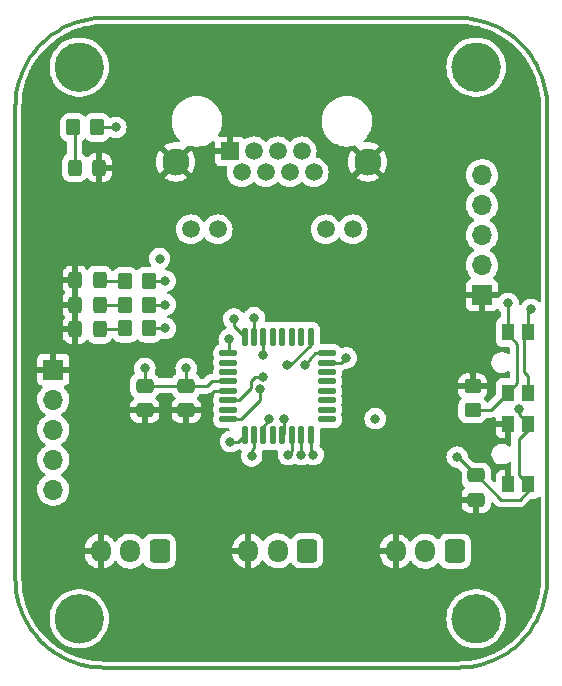
<source format=gbr>
%TF.GenerationSoftware,KiCad,Pcbnew,6.0.10+dfsg-1~bpo11+1*%
%TF.CreationDate,2023-01-29T22:13:57-06:00*%
%TF.ProjectId,Pedals,50656461-6c73-42e6-9b69-6361645f7063,rev?*%
%TF.SameCoordinates,Original*%
%TF.FileFunction,Copper,L1,Top*%
%TF.FilePolarity,Positive*%
%FSLAX46Y46*%
G04 Gerber Fmt 4.6, Leading zero omitted, Abs format (unit mm)*
G04 Created by KiCad (PCBNEW 6.0.10+dfsg-1~bpo11+1) date 2023-01-29 22:13:57*
%MOMM*%
%LPD*%
G01*
G04 APERTURE LIST*
G04 Aperture macros list*
%AMRoundRect*
0 Rectangle with rounded corners*
0 $1 Rounding radius*
0 $2 $3 $4 $5 $6 $7 $8 $9 X,Y pos of 4 corners*
0 Add a 4 corners polygon primitive as box body*
4,1,4,$2,$3,$4,$5,$6,$7,$8,$9,$2,$3,0*
0 Add four circle primitives for the rounded corners*
1,1,$1+$1,$2,$3*
1,1,$1+$1,$4,$5*
1,1,$1+$1,$6,$7*
1,1,$1+$1,$8,$9*
0 Add four rect primitives between the rounded corners*
20,1,$1+$1,$2,$3,$4,$5,0*
20,1,$1+$1,$4,$5,$6,$7,0*
20,1,$1+$1,$6,$7,$8,$9,0*
20,1,$1+$1,$8,$9,$2,$3,0*%
G04 Aperture macros list end*
%TA.AperFunction,Profile*%
%ADD10C,0.349999*%
%TD*%
%TA.AperFunction,Profile*%
%ADD11C,2.075000*%
%TD*%
%TA.AperFunction,ComponentPad*%
%ADD12O,1.700000X1.700000*%
%TD*%
%TA.AperFunction,ComponentPad*%
%ADD13R,1.700000X1.700000*%
%TD*%
%TA.AperFunction,SMDPad,CuDef*%
%ADD14RoundRect,0.250000X0.350000X0.450000X-0.350000X0.450000X-0.350000X-0.450000X0.350000X-0.450000X0*%
%TD*%
%TA.AperFunction,SMDPad,CuDef*%
%ADD15RoundRect,0.250000X-0.325000X-0.450000X0.325000X-0.450000X0.325000X0.450000X-0.325000X0.450000X0*%
%TD*%
%TA.AperFunction,ComponentPad*%
%ADD16RoundRect,0.250000X0.600000X0.725000X-0.600000X0.725000X-0.600000X-0.725000X0.600000X-0.725000X0*%
%TD*%
%TA.AperFunction,ComponentPad*%
%ADD17O,1.700000X1.950000*%
%TD*%
%TA.AperFunction,SMDPad,CuDef*%
%ADD18RoundRect,0.250000X0.475000X-0.337500X0.475000X0.337500X-0.475000X0.337500X-0.475000X-0.337500X0*%
%TD*%
%TA.AperFunction,ComponentPad*%
%ADD19R,1.500000X1.500000*%
%TD*%
%TA.AperFunction,ComponentPad*%
%ADD20C,1.500000*%
%TD*%
%TA.AperFunction,ComponentPad*%
%ADD21C,2.300000*%
%TD*%
%TA.AperFunction,SMDPad,CuDef*%
%ADD22RoundRect,0.250000X0.450000X-0.350000X0.450000X0.350000X-0.450000X0.350000X-0.450000X-0.350000X0*%
%TD*%
%TA.AperFunction,SMDPad,CuDef*%
%ADD23R,1.000000X1.450000*%
%TD*%
%TA.AperFunction,SMDPad,CuDef*%
%ADD24RoundRect,0.125000X-0.625000X-0.125000X0.625000X-0.125000X0.625000X0.125000X-0.625000X0.125000X0*%
%TD*%
%TA.AperFunction,SMDPad,CuDef*%
%ADD25RoundRect,0.125000X-0.125000X-0.625000X0.125000X-0.625000X0.125000X0.625000X-0.125000X0.625000X0*%
%TD*%
%TA.AperFunction,SMDPad,CuDef*%
%ADD26RoundRect,0.250000X-0.475000X0.337500X-0.475000X-0.337500X0.475000X-0.337500X0.475000X0.337500X0*%
%TD*%
%TA.AperFunction,SMDPad,CuDef*%
%ADD27RoundRect,0.250000X0.325000X0.450000X-0.325000X0.450000X-0.325000X-0.450000X0.325000X-0.450000X0*%
%TD*%
%TA.AperFunction,ViaPad*%
%ADD28C,0.800000*%
%TD*%
%TA.AperFunction,Conductor*%
%ADD29C,0.250000*%
%TD*%
G04 APERTURE END LIST*
D10*
X125183550Y-75797418D02*
X125363960Y-75478420D01*
X166262042Y-73300778D02*
X166553182Y-73527581D01*
X124624190Y-121510361D02*
X124526193Y-121157226D01*
X124336701Y-78587814D02*
X124382194Y-78221573D01*
X161799997Y-71829097D02*
X162171901Y-71838314D01*
X129971872Y-126602905D02*
X129618736Y-126504908D01*
X131058717Y-71865797D02*
X131428097Y-71838314D01*
X169299997Y-79329097D02*
X169299997Y-119329097D01*
X168416448Y-75797418D02*
X168580885Y-76124473D01*
X126766193Y-124888857D02*
X126496700Y-124632400D01*
X129971872Y-72055289D02*
X130329990Y-71974539D01*
X167359757Y-74295289D02*
X167601514Y-74575913D01*
X163270007Y-71974539D02*
X163628126Y-72055289D01*
X169290780Y-119701000D02*
X169263297Y-120070380D01*
X163981261Y-126504908D02*
X163628126Y-126602905D01*
X124382194Y-78221573D02*
X124445443Y-77859086D01*
X131800000Y-126829097D02*
X131428097Y-126819879D01*
X127337956Y-73300778D02*
X127638996Y-73089185D01*
X131428097Y-126819879D02*
X131058717Y-126792397D01*
X126240242Y-74295289D02*
X126496700Y-74025796D01*
X165650675Y-125765138D02*
X165331676Y-125945548D01*
X169154555Y-120799107D02*
X169073805Y-121157226D01*
X168580885Y-76124473D02*
X168729094Y-76458971D01*
X124870904Y-76458971D02*
X125019113Y-76124473D01*
X166553182Y-73527581D02*
X166833806Y-73769338D01*
X163628126Y-72055289D02*
X163981261Y-72153286D01*
X127949323Y-72893056D02*
X128268322Y-72712646D01*
X168860820Y-121857898D02*
X168729094Y-122199223D01*
X125363960Y-123179774D02*
X125183550Y-122860776D01*
X167601514Y-124082282D02*
X167359757Y-124362906D01*
X129618736Y-126504908D02*
X129271199Y-126389919D01*
X124336701Y-120070380D02*
X124309218Y-119701000D01*
X130692477Y-71911290D02*
X131058717Y-71865797D01*
X161799997Y-126829097D02*
X131800000Y-126829097D01*
X125998484Y-124082282D02*
X125771682Y-123791142D01*
X169073805Y-77500968D02*
X169154555Y-77859086D01*
X163628126Y-126602905D02*
X163270007Y-126683655D01*
X168975808Y-77147833D02*
X169073805Y-77500968D01*
X164328798Y-126389919D02*
X163981261Y-126504908D01*
X127337956Y-125357417D02*
X127046816Y-125130614D01*
X124309218Y-119701000D02*
X124300001Y-119329097D01*
D11*
X130737500Y-76000000D02*
G75*
G03*
X130737500Y-76000000I-1037500J0D01*
G01*
D10*
X161799997Y-71829097D02*
X161799997Y-71829097D01*
X129618736Y-72153286D02*
X129971872Y-72055289D01*
X125771682Y-123791142D02*
X125560089Y-123490101D01*
X124300001Y-79329097D02*
X124309218Y-78957193D01*
X127046816Y-125130614D02*
X126766193Y-124888857D01*
X124739178Y-76800295D02*
X124870904Y-76458971D01*
X126496700Y-124632400D02*
X126240242Y-124362906D01*
X166553182Y-125130614D02*
X166262042Y-125357417D01*
X165650675Y-72893056D02*
X165961002Y-73089185D01*
X169263297Y-120070380D02*
X169217804Y-120436620D01*
X127638996Y-125569009D02*
X127337956Y-125357417D01*
X130329990Y-126683655D02*
X129971872Y-126602905D01*
X124739178Y-121857898D02*
X124624190Y-121510361D01*
X128595377Y-72548209D02*
X128929874Y-72400000D01*
X167103300Y-74025796D02*
X167359757Y-74295289D01*
X162541280Y-71865797D02*
X162907520Y-71911290D01*
X162171901Y-71838314D02*
X162541280Y-71865797D01*
X166833806Y-73769338D02*
X167103300Y-74025796D01*
X162907520Y-71911290D02*
X163270007Y-71974539D01*
X131058717Y-126792397D02*
X130692477Y-126746904D01*
X124382194Y-120436620D02*
X124336701Y-120070380D01*
X168729094Y-122199223D02*
X168580885Y-122533720D01*
X165961002Y-73089185D02*
X166262042Y-73300778D01*
X125560089Y-123490101D02*
X125363960Y-123179774D01*
X165004621Y-72548209D02*
X165331676Y-72712646D01*
X168729094Y-76458971D02*
X168860820Y-76800295D01*
X168416448Y-122860776D02*
X168236038Y-123179774D01*
X164670123Y-72400000D02*
X165004621Y-72548209D01*
X163981261Y-72153286D02*
X164328798Y-72268274D01*
X165331676Y-72712646D02*
X165650675Y-72893056D01*
X126766193Y-73769338D02*
X127046816Y-73527581D01*
X129271199Y-72268274D02*
X129618736Y-72153286D01*
X165331676Y-125945548D02*
X165004621Y-126109985D01*
X169299997Y-119329097D02*
X169290780Y-119701000D01*
X126240242Y-124362906D02*
X125998484Y-124082282D01*
X131800000Y-71829097D02*
X161799997Y-71829097D01*
X126496700Y-74025796D02*
X126766193Y-73769338D01*
X169073805Y-121157226D02*
X168975808Y-121510361D01*
X166262042Y-125357417D02*
X165961002Y-125569009D01*
D11*
X164337500Y-76000000D02*
G75*
G03*
X164337500Y-76000000I-1037500J0D01*
G01*
D10*
X168236038Y-123179774D02*
X168039910Y-123490101D01*
X169154555Y-77859086D02*
X169217804Y-78221573D01*
X169217804Y-120436620D02*
X169154555Y-120799107D01*
X129271199Y-126389919D02*
X128929874Y-126258193D01*
X167828317Y-123791142D02*
X167601514Y-124082282D01*
X124445443Y-77859086D02*
X124526193Y-77500968D01*
X128268322Y-125945548D02*
X127949323Y-125765138D01*
X165004621Y-126109985D02*
X164670123Y-126258193D01*
X168236038Y-75478420D02*
X168416448Y-75797418D01*
X130329990Y-71974539D02*
X130692477Y-71911290D01*
X126496700Y-124632400D02*
X126496700Y-124632400D01*
X124526193Y-77500968D02*
X124624190Y-77147833D01*
X168975808Y-121510361D02*
X168860820Y-121857898D01*
X124526193Y-121157226D02*
X124445443Y-120799107D01*
X169290780Y-78957193D02*
X169299997Y-79329097D01*
X131428097Y-71838314D02*
X131800000Y-71829097D01*
X127046816Y-73527581D02*
X127337956Y-73300778D01*
X131800000Y-71829097D02*
X131800000Y-71829097D01*
X166833806Y-124888857D02*
X166553182Y-125130614D01*
X125183550Y-122860776D02*
X125019113Y-122533720D01*
X162541280Y-126792397D02*
X162171901Y-126819879D01*
X125771682Y-74867052D02*
X125998484Y-74575913D01*
X127638996Y-73089185D02*
X127949323Y-72893056D01*
X128929874Y-126258193D02*
X128595377Y-126109985D01*
X168039910Y-75168093D02*
X168236038Y-75478420D01*
X169299997Y-79329097D02*
X169299997Y-79329097D01*
X130692477Y-126746904D02*
X130329990Y-126683655D01*
X163270007Y-126683655D02*
X162907520Y-126746904D01*
X161799997Y-126829097D02*
X161799997Y-126829097D01*
D11*
X130737500Y-122700000D02*
G75*
G03*
X130737500Y-122700000I-1037500J0D01*
G01*
D10*
X167359757Y-124362906D02*
X167103300Y-124632400D01*
X124624190Y-77147833D02*
X124739178Y-76800295D01*
X125560089Y-75168093D02*
X125771682Y-74867052D01*
X125998484Y-74575913D02*
X126240242Y-74295289D01*
X167828317Y-74867052D02*
X168039910Y-75168093D01*
X165961002Y-125569009D02*
X165650675Y-125765138D01*
X127949323Y-125765138D02*
X127638996Y-125569009D01*
X125363960Y-75478420D02*
X125560089Y-75168093D01*
X128595377Y-126109985D02*
X128268322Y-125945548D01*
X164670123Y-126258193D02*
X164328798Y-126389919D01*
X131800000Y-126829097D02*
X131800000Y-126829097D01*
X168580885Y-122533720D02*
X168416448Y-122860776D01*
X124445443Y-120799107D02*
X124382194Y-120436620D01*
X167103300Y-74025796D02*
X167103300Y-74025796D01*
X128268322Y-72712646D02*
X128595377Y-72548209D01*
D11*
X164337500Y-122700000D02*
G75*
G03*
X164337500Y-122700000I-1037500J0D01*
G01*
D10*
X169263297Y-78587814D02*
X169290780Y-78957193D01*
X169299997Y-119329097D02*
X169299997Y-119329097D01*
X168039910Y-123490101D02*
X167828317Y-123791142D01*
X162907520Y-126746904D02*
X162541280Y-126792397D01*
X124300001Y-79329097D02*
X124300001Y-79329097D01*
X124309218Y-78957193D02*
X124336701Y-78587814D01*
X168860820Y-76800295D02*
X168975808Y-77147833D01*
X125019113Y-122533720D02*
X124870904Y-122199223D01*
X164328798Y-72268274D02*
X164670123Y-72400000D01*
X128929874Y-72400000D02*
X129271199Y-72268274D01*
X126496700Y-74025796D02*
X126496700Y-74025796D01*
X162171901Y-126819879D02*
X161799997Y-126829097D01*
X124870904Y-122199223D02*
X124739178Y-121857898D01*
X124300001Y-119329097D02*
X124300001Y-79329097D01*
X167103300Y-124632400D02*
X166833806Y-124888857D01*
X167601514Y-74575913D02*
X167828317Y-74867052D01*
X167103300Y-124632400D02*
X167103300Y-124632400D01*
X169217804Y-78221573D02*
X169263297Y-78587814D01*
X125019113Y-76124473D02*
X125183550Y-75797418D01*
D12*
%TO.P,UART_PGRM1,5,Pin_5*%
%TO.N,unconnected-(UART_PGRM1-Pad5)*%
X127500000Y-111760000D03*
%TO.P,UART_PGRM1,4,Pin_4*%
%TO.N,+3.3V*%
X127500000Y-109220000D03*
%TO.P,UART_PGRM1,3,Pin_3*%
%TO.N,/USART_RX*%
X127500000Y-106680000D03*
%TO.P,UART_PGRM1,2,Pin_2*%
%TO.N,/USART_TX*%
X127500000Y-104140000D03*
D13*
%TO.P,UART_PGRM1,1,Pin_1*%
%TO.N,GNDREF*%
X127500000Y-101600000D03*
%TD*%
D14*
%TO.P,R5,1*%
%TO.N,+3.3V*%
X131200000Y-81100000D03*
%TO.P,R5,2*%
%TO.N,Net-(PWD1-Pad2)*%
X129200000Y-81100000D03*
%TD*%
%TO.P,R4,1*%
%TO.N,/IND2*%
X135600000Y-94100000D03*
%TO.P,R4,2*%
%TO.N,Net-(ID3-Pad2)*%
X133600000Y-94100000D03*
%TD*%
%TO.P,R3,1*%
%TO.N,/IND1*%
X135600000Y-98100000D03*
%TO.P,R3,2*%
%TO.N,Net-(ID2-Pad2)*%
X133600000Y-98100000D03*
%TD*%
%TO.P,R2,1*%
%TO.N,/IND0*%
X135600000Y-96100000D03*
%TO.P,R2,2*%
%TO.N,Net-(ID1-Pad2)*%
X133600000Y-96100000D03*
%TD*%
D15*
%TO.P,ID3,1,K*%
%TO.N,GNDREF*%
X129375000Y-94000000D03*
%TO.P,ID3,2,A*%
%TO.N,Net-(ID3-Pad2)*%
X131425000Y-94000000D03*
%TD*%
%TO.P,ID2,1,K*%
%TO.N,GNDREF*%
X129375000Y-98200000D03*
%TO.P,ID2,2,A*%
%TO.N,Net-(ID2-Pad2)*%
X131425000Y-98200000D03*
%TD*%
%TO.P,ID1,2,A*%
%TO.N,Net-(ID1-Pad2)*%
X131425000Y-96100000D03*
%TO.P,ID1,1,K*%
%TO.N,GNDREF*%
X129375000Y-96100000D03*
%TD*%
D16*
%TO.P,BRAKE1,1,Pin_1*%
%TO.N,+3.3V*%
X149000000Y-116935000D03*
D17*
%TO.P,BRAKE1,2,Pin_2*%
%TO.N,/BRAKE*%
X146500000Y-116935000D03*
%TO.P,BRAKE1,3,Pin_3*%
%TO.N,GNDREF*%
X144000000Y-116935000D03*
%TD*%
D18*
%TO.P,C2,1*%
%TO.N,GNDREF*%
X135250000Y-105037500D03*
%TO.P,C2,2*%
%TO.N,+3.3V*%
X135250000Y-102962500D03*
%TD*%
D16*
%TO.P,CLUTCH1,1,Pin_1*%
%TO.N,+3.3V*%
X161500000Y-116967500D03*
D17*
%TO.P,CLUTCH1,2,Pin_2*%
%TO.N,/CLUTCH*%
X159000000Y-116967500D03*
%TO.P,CLUTCH1,3,Pin_3*%
%TO.N,GNDREF*%
X156500000Y-116967500D03*
%TD*%
D19*
%TO.P,DATA1,1*%
%TO.N,GNDREF*%
X142440000Y-83125000D03*
D20*
%TO.P,DATA1,2*%
%TO.N,/MOSI*%
X143456000Y-84905000D03*
%TO.P,DATA1,3*%
%TO.N,/BOOT*%
X144472000Y-83125000D03*
%TO.P,DATA1,4*%
%TO.N,/MISO*%
X145488000Y-84905000D03*
%TO.P,DATA1,5*%
%TO.N,unconnected-(DATA1-Pad5)*%
X146504000Y-83125000D03*
%TO.P,DATA1,6*%
%TO.N,/CS_PDL*%
X147520000Y-84905000D03*
%TO.P,DATA1,7*%
%TO.N,+5V*%
X148536000Y-83125000D03*
%TO.P,DATA1,8*%
%TO.N,/SCKL*%
X149552000Y-84905000D03*
%TO.P,DATA1,9*%
%TO.N,unconnected-(DATA1-Pad9)*%
X139140000Y-89725000D03*
%TO.P,DATA1,10*%
%TO.N,unconnected-(DATA1-Pad10)*%
X141430000Y-89725000D03*
%TO.P,DATA1,11*%
%TO.N,unconnected-(DATA1-Pad11)*%
X150570000Y-89725000D03*
%TO.P,DATA1,12*%
%TO.N,unconnected-(DATA1-Pad12)*%
X152860000Y-89725000D03*
D21*
%TO.P,DATA1,SH*%
%TO.N,GNDREF*%
X137870000Y-84015000D03*
X154130000Y-84015000D03*
%TD*%
D22*
%TO.P,R1,1*%
%TO.N,/SWCLK*%
X163000000Y-105030000D03*
%TO.P,R1,2*%
%TO.N,GNDREF*%
X163000000Y-103030000D03*
%TD*%
D23*
%TO.P,RST1,1,1*%
%TO.N,/NRST*%
X167700000Y-111325000D03*
X167700000Y-106175000D03*
%TO.P,RST1,2,2*%
%TO.N,GNDREF*%
X166000000Y-106175000D03*
X166000000Y-111325000D03*
%TD*%
D18*
%TO.P,C1,1*%
%TO.N,GNDREF*%
X138750000Y-105037500D03*
%TO.P,C1,2*%
%TO.N,+3.3V*%
X138750000Y-102962500D03*
%TD*%
D23*
%TO.P,BOOT1,1,1*%
%TO.N,+3.3V*%
X167700000Y-103575000D03*
X167700000Y-98425000D03*
%TO.P,BOOT1,2,2*%
%TO.N,/SWCLK*%
X166000000Y-103575000D03*
X166000000Y-98425000D03*
%TD*%
D24*
%TO.P,U1,1,PB9*%
%TO.N,/MODE*%
X142325000Y-100200000D03*
%TO.P,U1,2,OSC32_IN/PC14*%
%TO.N,unconnected-(U1-Pad2)*%
X142325000Y-101000000D03*
%TO.P,U1,3,OSC32_OUT/PC15*%
%TO.N,unconnected-(U1-Pad3)*%
X142325000Y-101800000D03*
%TO.P,U1,4,VDD/VDDA*%
%TO.N,+3.3V*%
X142325000Y-102600000D03*
%TO.P,U1,5,VSS/VSSA*%
%TO.N,GNDREF*%
X142325000Y-103400000D03*
%TO.P,U1,6,~{RST}/PF2*%
%TO.N,/NRST*%
X142325000Y-104200000D03*
%TO.P,U1,7,PA0*%
%TO.N,unconnected-(U1-Pad7)*%
X142325000Y-105000000D03*
%TO.P,U1,8,PA1*%
%TO.N,/SCKL*%
X142325000Y-105800000D03*
D25*
%TO.P,U1,9,PA2*%
%TO.N,/USART_TX*%
X143700000Y-107175000D03*
%TO.P,U1,10,PA3*%
%TO.N,/USART_RX*%
X144500000Y-107175000D03*
%TO.P,U1,11,PA4*%
%TO.N,/CS_PDL*%
X145300000Y-107175000D03*
%TO.P,U1,12,PA5*%
%TO.N,unconnected-(U1-Pad12)*%
X146100000Y-107175000D03*
%TO.P,U1,13,PA6*%
%TO.N,/MISO*%
X146900000Y-107175000D03*
%TO.P,U1,14,PA7*%
%TO.N,/ACCEL*%
X147700000Y-107175000D03*
%TO.P,U1,15,PB0*%
%TO.N,/BRAKE*%
X148500000Y-107175000D03*
%TO.P,U1,16,PB1*%
%TO.N,/CLUTCH*%
X149300000Y-107175000D03*
D24*
%TO.P,U1,17,PB2*%
%TO.N,unconnected-(U1-Pad17)*%
X150675000Y-105800000D03*
%TO.P,U1,18,PA8*%
%TO.N,unconnected-(U1-Pad18)*%
X150675000Y-105000000D03*
%TO.P,U1,19,PA9*%
%TO.N,unconnected-(U1-Pad19)*%
X150675000Y-104200000D03*
%TO.P,U1,20,PC6*%
%TO.N,unconnected-(U1-Pad20)*%
X150675000Y-103400000D03*
%TO.P,U1,21,PA10*%
%TO.N,unconnected-(U1-Pad21)*%
X150675000Y-102600000D03*
%TO.P,U1,22,PA11_[PA9]*%
%TO.N,unconnected-(U1-Pad22)*%
X150675000Y-101800000D03*
%TO.P,U1,23,PA12_[PA10]*%
%TO.N,/MOSI*%
X150675000Y-101000000D03*
%TO.P,U1,24,PA13*%
%TO.N,/SWDIO*%
X150675000Y-100200000D03*
D25*
%TO.P,U1,25,PA14/BOOT0*%
%TO.N,/SWCLK*%
X149300000Y-98825000D03*
%TO.P,U1,26,PA15*%
%TO.N,unconnected-(U1-Pad26)*%
X148500000Y-98825000D03*
%TO.P,U1,27,PB3*%
%TO.N,unconnected-(U1-Pad27)*%
X147700000Y-98825000D03*
%TO.P,U1,28,PB4*%
%TO.N,unconnected-(U1-Pad28)*%
X146900000Y-98825000D03*
%TO.P,U1,29,PB5*%
%TO.N,unconnected-(U1-Pad29)*%
X146100000Y-98825000D03*
%TO.P,U1,30,PB6*%
%TO.N,/IND0*%
X145300000Y-98825000D03*
%TO.P,U1,31,PB7*%
%TO.N,/IND1*%
X144500000Y-98825000D03*
%TO.P,U1,32,PB8*%
%TO.N,/IND2*%
X143700000Y-98825000D03*
%TD*%
D26*
%TO.P,C3,1*%
%TO.N,/NRST*%
X163300000Y-110562500D03*
%TO.P,C3,2*%
%TO.N,GNDREF*%
X163300000Y-112637500D03*
%TD*%
D16*
%TO.P,ACCEL1,1,Pin_1*%
%TO.N,+3.3V*%
X136500000Y-116967500D03*
D17*
%TO.P,ACCEL1,2,Pin_2*%
%TO.N,/ACCEL*%
X134000000Y-116967500D03*
%TO.P,ACCEL1,3,Pin_3*%
%TO.N,GNDREF*%
X131500000Y-116967500D03*
%TD*%
D27*
%TO.P,PWD1,1,K*%
%TO.N,GNDREF*%
X131375000Y-84500000D03*
%TO.P,PWD1,2,A*%
%TO.N,Net-(PWD1-Pad2)*%
X129325000Y-84500000D03*
%TD*%
D13*
%TO.P,ST-LINK1,1,Pin_1*%
%TO.N,GNDREF*%
X163800000Y-95300000D03*
D12*
%TO.P,ST-LINK1,2,Pin_2*%
%TO.N,/SWCLK*%
X163800000Y-92760000D03*
%TO.P,ST-LINK1,3,Pin_3*%
%TO.N,/SWDIO*%
X163800000Y-90220000D03*
%TO.P,ST-LINK1,4,Pin_4*%
%TO.N,/NRST*%
X163800000Y-87680000D03*
%TO.P,ST-LINK1,5,Pin_5*%
%TO.N,+3.3V*%
X163800000Y-85140000D03*
%TD*%
D28*
%TO.N,GNDREF*%
X134800000Y-99900000D03*
%TO.N,/MODE*%
X142400000Y-99000000D03*
X136500000Y-92200000D03*
%TO.N,/IND1*%
X137000000Y-98100000D03*
%TO.N,/IND2*%
X137000000Y-94100000D03*
%TO.N,/IND0*%
X137000000Y-96100000D03*
%TO.N,/IND2*%
X142800000Y-97300000D03*
%TO.N,/IND0*%
X145300000Y-100400000D03*
%TO.N,/IND1*%
X144500000Y-97200000D03*
%TO.N,+3.3V*%
X132800000Y-81100000D03*
%TO.N,/SWDIO*%
X148800000Y-101200000D03*
%TO.N,/NRST*%
X166900000Y-104900000D03*
%TO.N,/MOSI*%
X152300000Y-100600000D03*
%TO.N,/SWCLK*%
X166000000Y-96000000D03*
%TO.N,/CLUTCH*%
X149500000Y-108800000D03*
%TO.N,/BRAKE*%
X148500000Y-108800000D03*
%TO.N,/ACCEL*%
X147400000Y-108800000D03*
%TO.N,/NRST*%
X161700000Y-109000000D03*
X145250000Y-102250000D03*
%TO.N,/USART_TX*%
X142500000Y-107700000D03*
%TO.N,/SWCLK*%
X147250000Y-101250000D03*
%TO.N,+3.3V*%
X135250000Y-101500000D03*
X138750000Y-101500000D03*
X167950000Y-96500000D03*
%TO.N,GNDREF*%
X148500000Y-94000000D03*
X152000000Y-95000000D03*
X153750000Y-97750000D03*
X148500000Y-95000000D03*
%TO.N,/MISO*%
X147000000Y-105750000D03*
%TO.N,/CS_PDL*%
X145750000Y-105750000D03*
%TO.N,/SCKL*%
X145000000Y-103250000D03*
X154750000Y-105750000D03*
%TO.N,/USART_RX*%
X144300000Y-108900000D03*
%TD*%
D29*
%TO.N,/MODE*%
X142400000Y-99000000D02*
X142400000Y-100125000D01*
X142400000Y-100125000D02*
X142325000Y-100200000D01*
%TO.N,Net-(ID3-Pad2)*%
X133600000Y-94100000D02*
X131525000Y-94100000D01*
X131525000Y-94100000D02*
X131425000Y-94000000D01*
%TO.N,Net-(ID1-Pad2)*%
X133600000Y-96100000D02*
X131425000Y-96100000D01*
%TO.N,Net-(ID2-Pad2)*%
X131425000Y-98200000D02*
X133500000Y-98200000D01*
X133500000Y-98200000D02*
X133600000Y-98100000D01*
%TO.N,/IND2*%
X137000000Y-94100000D02*
X135600000Y-94100000D01*
%TO.N,/IND0*%
X137000000Y-96100000D02*
X135600000Y-96100000D01*
%TO.N,/IND1*%
X137000000Y-98100000D02*
X135600000Y-98100000D01*
%TO.N,/IND0*%
X145300000Y-100400000D02*
X145300000Y-98825000D01*
%TO.N,/IND1*%
X144500000Y-97200000D02*
X144500000Y-98825000D01*
%TO.N,/IND2*%
X142800000Y-97300000D02*
X142800000Y-97925000D01*
X142800000Y-97925000D02*
X143700000Y-98825000D01*
%TO.N,+3.3V*%
X132800000Y-81100000D02*
X131200000Y-81100000D01*
%TO.N,Net-(PWD1-Pad2)*%
X129325000Y-84500000D02*
X129325000Y-81225000D01*
X129325000Y-81225000D02*
X129200000Y-81100000D01*
%TO.N,/SWDIO*%
X148800000Y-101200000D02*
X149700000Y-100200000D01*
X149700000Y-100200000D02*
X150675000Y-100200000D01*
%TO.N,GNDREF*%
X142325000Y-103400000D02*
X141100000Y-103400000D01*
X141100000Y-103400000D02*
X140500000Y-104000000D01*
%TO.N,/NRST*%
X167700000Y-106700000D02*
X166900000Y-107500000D01*
X167700000Y-106175000D02*
X167700000Y-106700000D01*
X166900000Y-107500000D02*
X166900000Y-110525000D01*
X166900000Y-110525000D02*
X167700000Y-111325000D01*
X166900000Y-104900000D02*
X166900000Y-105375000D01*
X166900000Y-105375000D02*
X167700000Y-106175000D01*
X167000000Y-112600000D02*
X165400000Y-112600000D01*
X167700000Y-111325000D02*
X167700000Y-111900000D01*
X167700000Y-111900000D02*
X167000000Y-112600000D01*
X165400000Y-112600000D02*
X163362500Y-110562500D01*
X163362500Y-110562500D02*
X163300000Y-110562500D01*
X161700000Y-109000000D02*
X161737500Y-109000000D01*
X161737500Y-109000000D02*
X163300000Y-110562500D01*
%TO.N,/MOSI*%
X150675000Y-101000000D02*
X151900000Y-101000000D01*
X151900000Y-101000000D02*
X152300000Y-100600000D01*
%TO.N,/SWCLK*%
X163000000Y-105030000D02*
X164545000Y-105030000D01*
X164545000Y-105030000D02*
X166000000Y-103575000D01*
X166000000Y-98600000D02*
X166800000Y-99400000D01*
X166000000Y-98425000D02*
X166000000Y-98600000D01*
X166800000Y-99400000D02*
X166800000Y-102775000D01*
X166800000Y-102775000D02*
X166000000Y-103575000D01*
X166000000Y-96000000D02*
X166000000Y-98425000D01*
%TO.N,/CLUTCH*%
X149300000Y-107175000D02*
X149300000Y-108600000D01*
X149300000Y-108600000D02*
X149500000Y-108800000D01*
%TO.N,/BRAKE*%
X148500000Y-107175000D02*
X148500000Y-108800000D01*
%TO.N,/ACCEL*%
X147700000Y-107175000D02*
X147700000Y-108500000D01*
X147700000Y-108500000D02*
X147400000Y-108800000D01*
%TO.N,/SCKL*%
X145000000Y-103250000D02*
X145000000Y-104200000D01*
X145000000Y-104200000D02*
X143400000Y-105800000D01*
X143400000Y-105800000D02*
X142325000Y-105800000D01*
%TO.N,/NRST*%
X144200000Y-103200000D02*
X144200000Y-102600000D01*
X142325000Y-104200000D02*
X143200000Y-104200000D01*
X144200000Y-102600000D02*
X144550000Y-102250000D01*
X144550000Y-102250000D02*
X145250000Y-102250000D01*
X143200000Y-104200000D02*
X144200000Y-103200000D01*
%TO.N,/CS_PDL*%
X145750000Y-105750000D02*
X145750000Y-105950000D01*
X145750000Y-105950000D02*
X145300000Y-106400000D01*
X145300000Y-106400000D02*
X145300000Y-107175000D01*
%TO.N,/MISO*%
X147000000Y-105750000D02*
X147000000Y-107075000D01*
X147000000Y-107075000D02*
X146900000Y-107175000D01*
%TO.N,/SWCLK*%
X149300000Y-98825000D02*
X149300000Y-99500000D01*
X149300000Y-99500000D02*
X147550000Y-101250000D01*
X147550000Y-101250000D02*
X147250000Y-101250000D01*
%TO.N,/USART_TX*%
X142500000Y-107700000D02*
X143175000Y-107700000D01*
X143175000Y-107700000D02*
X143700000Y-107175000D01*
%TO.N,/USART_RX*%
X144300000Y-108900000D02*
X144300000Y-108400000D01*
X144300000Y-108400000D02*
X144500000Y-108200000D01*
X144500000Y-108200000D02*
X144500000Y-107175000D01*
%TO.N,+3.3V*%
X167700000Y-102150000D02*
X167350000Y-101800000D01*
X138750000Y-102962500D02*
X138962500Y-102962500D01*
X135250000Y-102962500D02*
X135250000Y-101750000D01*
X140500000Y-103000000D02*
X140900000Y-102600000D01*
X167700000Y-96750000D02*
X167950000Y-96500000D01*
X135500000Y-102750000D02*
X135250000Y-102962500D01*
X140900000Y-102600000D02*
X142325000Y-102600000D01*
X167700000Y-98425000D02*
X167700000Y-96750000D01*
X167350000Y-98775000D02*
X167700000Y-98425000D01*
X138962500Y-102962500D02*
X139000000Y-103000000D01*
X135500000Y-102962500D02*
X138750000Y-102962500D01*
X167700000Y-103575000D02*
X167700000Y-102150000D01*
X138750000Y-102962500D02*
X138750000Y-101500000D01*
X139000000Y-103000000D02*
X140500000Y-103000000D01*
X167350000Y-101800000D02*
X167350000Y-98775000D01*
X135250000Y-101750000D02*
X135500000Y-101500000D01*
%TD*%
%TA.AperFunction,Conductor*%
%TO.N,GNDREF*%
G36*
X161795285Y-72337636D02*
G01*
X162143615Y-72346270D01*
X162149808Y-72346576D01*
X162450949Y-72368982D01*
X162487953Y-72371735D01*
X162494138Y-72372349D01*
X162829366Y-72413990D01*
X162835479Y-72414902D01*
X163167295Y-72472800D01*
X163173319Y-72474005D01*
X163367185Y-72517718D01*
X163501138Y-72547923D01*
X163507115Y-72549425D01*
X163830377Y-72639132D01*
X163836261Y-72640921D01*
X163912038Y-72665993D01*
X164154365Y-72746171D01*
X164160151Y-72748243D01*
X164472615Y-72868830D01*
X164478256Y-72871166D01*
X164784530Y-73006871D01*
X164790012Y-73009462D01*
X164989493Y-73109757D01*
X165089411Y-73159994D01*
X165094839Y-73162891D01*
X165386823Y-73328022D01*
X165386837Y-73328030D01*
X165392113Y-73331186D01*
X165646558Y-73491997D01*
X165676178Y-73510717D01*
X165681317Y-73514144D01*
X165956875Y-73707827D01*
X165961853Y-73711512D01*
X166228341Y-73919111D01*
X166233145Y-73923047D01*
X166490031Y-74144354D01*
X166494632Y-74148521D01*
X166701264Y-74345158D01*
X166707969Y-74352245D01*
X166712076Y-74358754D01*
X166746385Y-74389054D01*
X166754236Y-74396619D01*
X166931941Y-74583358D01*
X166980575Y-74634464D01*
X166984751Y-74639075D01*
X167206060Y-74895964D01*
X167209973Y-74900740D01*
X167348458Y-75078507D01*
X167417585Y-75167243D01*
X167421270Y-75172221D01*
X167614949Y-75447776D01*
X167618376Y-75452915D01*
X167707140Y-75593362D01*
X167797897Y-75736964D01*
X167801057Y-75742246D01*
X167874259Y-75871681D01*
X167966207Y-76034262D01*
X167969104Y-76039690D01*
X168109495Y-76318918D01*
X168119613Y-76339043D01*
X168122238Y-76344595D01*
X168244783Y-76621171D01*
X168257919Y-76650819D01*
X168260268Y-76656489D01*
X168380857Y-76968955D01*
X168382911Y-76974689D01*
X168488181Y-77292859D01*
X168489962Y-77298717D01*
X168579672Y-77621990D01*
X168581174Y-77627967D01*
X168602756Y-77723682D01*
X168655083Y-77955744D01*
X168655086Y-77955758D01*
X168656294Y-77961798D01*
X168710480Y-78272340D01*
X168714192Y-78293613D01*
X168715105Y-78299732D01*
X168736001Y-78467955D01*
X168756745Y-78634955D01*
X168757359Y-78641138D01*
X168781726Y-78968634D01*
X168782518Y-78979281D01*
X168782825Y-78985491D01*
X168786593Y-79137511D01*
X168791377Y-79330557D01*
X168791414Y-79334448D01*
X168791342Y-79346216D01*
X168791021Y-79398818D01*
X168791405Y-79400162D01*
X168791497Y-79401507D01*
X168791497Y-95748605D01*
X168771495Y-95816726D01*
X168717839Y-95863219D01*
X168647565Y-95873323D01*
X168582985Y-95843829D01*
X168571862Y-95832917D01*
X168561253Y-95821134D01*
X168406752Y-95708882D01*
X168400724Y-95706198D01*
X168400722Y-95706197D01*
X168238319Y-95633891D01*
X168238318Y-95633891D01*
X168232288Y-95631206D01*
X168138887Y-95611353D01*
X168051944Y-95592872D01*
X168051939Y-95592872D01*
X168045487Y-95591500D01*
X167854513Y-95591500D01*
X167848061Y-95592872D01*
X167848056Y-95592872D01*
X167761112Y-95611353D01*
X167667712Y-95631206D01*
X167661682Y-95633891D01*
X167661681Y-95633891D01*
X167499278Y-95706197D01*
X167499276Y-95706198D01*
X167493248Y-95708882D01*
X167338747Y-95821134D01*
X167334328Y-95826042D01*
X167334325Y-95826045D01*
X167252758Y-95916635D01*
X167210960Y-95963056D01*
X167184306Y-96009222D01*
X167147933Y-96072222D01*
X167096551Y-96121215D01*
X167026837Y-96134651D01*
X166960926Y-96108265D01*
X166919744Y-96050433D01*
X166912814Y-96009222D01*
X166912814Y-96006565D01*
X166913504Y-96000000D01*
X166904052Y-95910072D01*
X166894232Y-95816635D01*
X166894232Y-95816633D01*
X166893542Y-95810072D01*
X166834527Y-95628444D01*
X166813990Y-95592872D01*
X166794130Y-95558475D01*
X166739040Y-95463056D01*
X166611253Y-95321134D01*
X166456752Y-95208882D01*
X166450724Y-95206198D01*
X166450722Y-95206197D01*
X166288319Y-95133891D01*
X166288318Y-95133891D01*
X166282288Y-95131206D01*
X166188888Y-95111353D01*
X166101944Y-95092872D01*
X166101939Y-95092872D01*
X166095487Y-95091500D01*
X165904513Y-95091500D01*
X165898061Y-95092872D01*
X165898056Y-95092872D01*
X165811112Y-95111353D01*
X165717712Y-95131206D01*
X165711682Y-95133891D01*
X165711681Y-95133891D01*
X165549278Y-95206197D01*
X165549276Y-95206198D01*
X165543248Y-95208882D01*
X165388747Y-95321134D01*
X165260960Y-95463056D01*
X165257659Y-95468774D01*
X165244825Y-95491002D01*
X165193442Y-95539994D01*
X165135707Y-95554000D01*
X164072115Y-95554000D01*
X164056876Y-95558475D01*
X164055671Y-95559865D01*
X164054000Y-95567548D01*
X164054000Y-96639884D01*
X164058475Y-96655123D01*
X164059865Y-96656328D01*
X164067548Y-96657999D01*
X164694669Y-96657999D01*
X164701490Y-96657629D01*
X164752352Y-96652105D01*
X164767604Y-96648479D01*
X164888054Y-96603324D01*
X164903649Y-96594786D01*
X165005724Y-96518285D01*
X165018284Y-96505725D01*
X165030688Y-96489174D01*
X165087547Y-96446658D01*
X165158365Y-96441632D01*
X165220659Y-96475691D01*
X165240633Y-96501737D01*
X165260960Y-96536944D01*
X165334137Y-96618215D01*
X165364853Y-96682221D01*
X165366500Y-96702524D01*
X165366500Y-97119618D01*
X165346498Y-97187739D01*
X165292842Y-97234232D01*
X165284731Y-97237599D01*
X165261707Y-97246231D01*
X165261704Y-97246232D01*
X165253295Y-97249385D01*
X165136739Y-97336739D01*
X165049385Y-97453295D01*
X164998255Y-97589684D01*
X164991500Y-97651866D01*
X164991500Y-99198134D01*
X164998255Y-99260316D01*
X165049385Y-99396705D01*
X165136739Y-99513261D01*
X165253295Y-99600615D01*
X165389684Y-99651745D01*
X165451866Y-99658500D01*
X166040500Y-99658500D01*
X166108621Y-99678502D01*
X166155114Y-99732158D01*
X166166500Y-99784500D01*
X166166500Y-100160821D01*
X166146498Y-100228942D01*
X166092842Y-100275435D01*
X166022568Y-100285539D01*
X165977500Y-100269940D01*
X165842054Y-100191740D01*
X165842053Y-100191739D01*
X165836331Y-100188436D01*
X165738876Y-100156771D01*
X165665981Y-100133086D01*
X165665980Y-100133086D01*
X165659702Y-100131046D01*
X165653139Y-100130356D01*
X165653138Y-100130356D01*
X165628942Y-100127813D01*
X165521306Y-100116500D01*
X165428694Y-100116500D01*
X165321058Y-100127813D01*
X165296862Y-100130356D01*
X165296861Y-100130356D01*
X165290298Y-100131046D01*
X165284020Y-100133086D01*
X165284019Y-100133086D01*
X165211124Y-100156771D01*
X165113669Y-100188436D01*
X165107947Y-100191739D01*
X165107946Y-100191740D01*
X165057923Y-100220621D01*
X164952831Y-100281296D01*
X164947924Y-100285714D01*
X164947923Y-100285715D01*
X164835980Y-100386509D01*
X164814815Y-100405566D01*
X164810934Y-100410908D01*
X164810932Y-100410910D01*
X164773259Y-100462763D01*
X164705652Y-100555816D01*
X164702968Y-100561844D01*
X164702967Y-100561846D01*
X164635644Y-100713056D01*
X164630113Y-100725479D01*
X164619103Y-100777279D01*
X164596264Y-100884729D01*
X164591500Y-100907140D01*
X164591500Y-101092860D01*
X164592872Y-101099313D01*
X164592872Y-101099317D01*
X164610807Y-101183691D01*
X164630113Y-101274521D01*
X164632797Y-101280550D01*
X164632798Y-101280552D01*
X164701632Y-101435153D01*
X164705652Y-101444183D01*
X164709532Y-101449524D01*
X164709533Y-101449525D01*
X164810307Y-101588229D01*
X164814815Y-101594434D01*
X164819725Y-101598855D01*
X164819726Y-101598856D01*
X164946854Y-101713322D01*
X164952831Y-101718704D01*
X165046218Y-101772621D01*
X165107945Y-101808259D01*
X165113669Y-101811564D01*
X165186866Y-101835347D01*
X165276661Y-101864523D01*
X165290298Y-101868954D01*
X165296861Y-101869644D01*
X165296862Y-101869644D01*
X165306729Y-101870681D01*
X165428694Y-101883500D01*
X165521306Y-101883500D01*
X165643271Y-101870681D01*
X165653138Y-101869644D01*
X165653139Y-101869644D01*
X165659702Y-101868954D01*
X165673340Y-101864523D01*
X165763134Y-101835347D01*
X165836331Y-101811564D01*
X165842056Y-101808259D01*
X165977500Y-101730060D01*
X166046495Y-101713322D01*
X166113587Y-101736542D01*
X166157474Y-101792350D01*
X166166500Y-101839179D01*
X166166500Y-102215500D01*
X166146498Y-102283621D01*
X166092842Y-102330114D01*
X166040500Y-102341500D01*
X165451866Y-102341500D01*
X165389684Y-102348255D01*
X165253295Y-102399385D01*
X165136739Y-102486739D01*
X165049385Y-102603295D01*
X164998255Y-102739684D01*
X164991500Y-102801866D01*
X164991500Y-103635405D01*
X164971498Y-103703526D01*
X164954595Y-103724501D01*
X164323438Y-104355657D01*
X164261126Y-104389682D01*
X164190310Y-104384617D01*
X164133475Y-104342070D01*
X164127205Y-104332872D01*
X164048478Y-104205652D01*
X164006935Y-104164181D01*
X163961537Y-104118862D01*
X163927458Y-104056579D01*
X163932461Y-103985759D01*
X163961382Y-103940671D01*
X164043739Y-103858171D01*
X164052751Y-103846760D01*
X164137816Y-103708757D01*
X164143963Y-103695576D01*
X164195138Y-103541290D01*
X164198005Y-103527914D01*
X164207672Y-103433562D01*
X164208000Y-103427146D01*
X164208000Y-103302115D01*
X164203525Y-103286876D01*
X164202135Y-103285671D01*
X164194452Y-103284000D01*
X161810116Y-103284000D01*
X161794877Y-103288475D01*
X161793672Y-103289865D01*
X161792001Y-103297548D01*
X161792001Y-103427095D01*
X161792338Y-103433614D01*
X161802257Y-103529206D01*
X161805149Y-103542600D01*
X161856588Y-103696784D01*
X161862761Y-103709962D01*
X161948063Y-103847807D01*
X161957099Y-103859208D01*
X162038462Y-103940430D01*
X162072541Y-104002713D01*
X162067538Y-104073533D01*
X162038617Y-104118620D01*
X161955870Y-104201512D01*
X161955866Y-104201517D01*
X161950695Y-104206697D01*
X161946855Y-104212927D01*
X161946854Y-104212928D01*
X161863512Y-104348134D01*
X161857885Y-104357262D01*
X161833404Y-104431070D01*
X161815695Y-104484463D01*
X161802203Y-104525139D01*
X161801503Y-104531975D01*
X161801502Y-104531978D01*
X161797773Y-104568378D01*
X161791500Y-104629600D01*
X161791500Y-105430400D01*
X161791837Y-105433646D01*
X161791837Y-105433650D01*
X161801472Y-105526507D01*
X161802474Y-105536166D01*
X161804655Y-105542702D01*
X161804655Y-105542704D01*
X161826627Y-105608562D01*
X161858450Y-105703946D01*
X161951522Y-105854348D01*
X162076697Y-105979305D01*
X162082927Y-105983145D01*
X162082928Y-105983146D01*
X162220090Y-106067694D01*
X162227262Y-106072115D01*
X162307005Y-106098564D01*
X162388611Y-106125632D01*
X162388613Y-106125632D01*
X162395139Y-106127797D01*
X162401975Y-106128497D01*
X162401978Y-106128498D01*
X162442621Y-106132662D01*
X162499600Y-106138500D01*
X163500400Y-106138500D01*
X163503646Y-106138163D01*
X163503650Y-106138163D01*
X163599308Y-106128238D01*
X163599312Y-106128237D01*
X163606166Y-106127526D01*
X163612702Y-106125345D01*
X163612704Y-106125345D01*
X163744806Y-106081272D01*
X163773946Y-106071550D01*
X163924348Y-105978478D01*
X164049305Y-105853303D01*
X164065882Y-105826411D01*
X164129389Y-105723384D01*
X164182162Y-105675890D01*
X164236649Y-105663500D01*
X164466233Y-105663500D01*
X164477416Y-105664027D01*
X164484909Y-105665702D01*
X164492835Y-105665453D01*
X164492836Y-105665453D01*
X164552986Y-105663562D01*
X164556945Y-105663500D01*
X164584856Y-105663500D01*
X164588791Y-105663003D01*
X164588856Y-105662995D01*
X164600693Y-105662062D01*
X164632951Y-105661048D01*
X164636970Y-105660922D01*
X164644889Y-105660673D01*
X164664343Y-105655021D01*
X164683700Y-105651013D01*
X164695930Y-105649468D01*
X164695931Y-105649468D01*
X164703797Y-105648474D01*
X164711168Y-105645555D01*
X164711170Y-105645555D01*
X164744912Y-105632196D01*
X164756142Y-105628351D01*
X164790983Y-105618229D01*
X164790984Y-105618229D01*
X164798593Y-105616018D01*
X164805414Y-105611984D01*
X164812693Y-105608834D01*
X164813669Y-105611089D01*
X164870680Y-105596626D01*
X164938011Y-105619144D01*
X164982479Y-105674490D01*
X164992000Y-105722539D01*
X164992000Y-105902885D01*
X164996475Y-105918124D01*
X164997865Y-105919329D01*
X165005548Y-105921000D01*
X166128000Y-105921000D01*
X166196121Y-105941002D01*
X166242614Y-105994658D01*
X166254000Y-106047000D01*
X166254000Y-107389882D01*
X166260332Y-107411448D01*
X166263884Y-107466652D01*
X166263020Y-107472107D01*
X166263020Y-107472116D01*
X166261780Y-107479943D01*
X166262526Y-107487835D01*
X166265941Y-107523961D01*
X166266500Y-107535819D01*
X166266500Y-107990803D01*
X166246498Y-108058924D01*
X166192842Y-108105417D01*
X166122568Y-108115521D01*
X166056192Y-108084440D01*
X165997169Y-108031296D01*
X165880942Y-107964192D01*
X165842054Y-107941740D01*
X165842053Y-107941739D01*
X165836331Y-107938436D01*
X165706360Y-107896206D01*
X165665981Y-107883086D01*
X165665980Y-107883086D01*
X165659702Y-107881046D01*
X165653139Y-107880356D01*
X165653138Y-107880356D01*
X165628942Y-107877813D01*
X165521306Y-107866500D01*
X165428694Y-107866500D01*
X165321058Y-107877813D01*
X165296862Y-107880356D01*
X165296861Y-107880356D01*
X165290298Y-107881046D01*
X165284020Y-107883086D01*
X165284019Y-107883086D01*
X165243640Y-107896206D01*
X165113669Y-107938436D01*
X165107947Y-107941739D01*
X165107946Y-107941740D01*
X165069058Y-107964192D01*
X164952831Y-108031296D01*
X164947924Y-108035714D01*
X164947923Y-108035715D01*
X164819726Y-108151144D01*
X164814815Y-108155566D01*
X164810934Y-108160908D01*
X164810932Y-108160910D01*
X164709533Y-108300474D01*
X164705652Y-108305816D01*
X164702968Y-108311844D01*
X164702967Y-108311846D01*
X164633098Y-108468774D01*
X164630113Y-108475479D01*
X164614979Y-108546680D01*
X164596264Y-108634729D01*
X164591500Y-108657140D01*
X164591500Y-108842860D01*
X164630113Y-109024521D01*
X164632797Y-109030550D01*
X164632798Y-109030552D01*
X164700033Y-109181562D01*
X164705652Y-109194183D01*
X164709532Y-109199524D01*
X164709533Y-109199525D01*
X164783500Y-109301332D01*
X164814815Y-109344434D01*
X164819725Y-109348855D01*
X164819726Y-109348856D01*
X164893810Y-109415561D01*
X164952831Y-109468704D01*
X164977158Y-109482749D01*
X165107945Y-109558259D01*
X165113669Y-109561564D01*
X165119955Y-109563606D01*
X165119954Y-109563606D01*
X165276661Y-109614523D01*
X165290298Y-109618954D01*
X165296861Y-109619644D01*
X165296862Y-109619644D01*
X165317890Y-109621854D01*
X165428694Y-109633500D01*
X165521306Y-109633500D01*
X165632110Y-109621854D01*
X165653138Y-109619644D01*
X165653139Y-109619644D01*
X165659702Y-109618954D01*
X165673340Y-109614523D01*
X165830046Y-109563606D01*
X165830045Y-109563606D01*
X165836331Y-109561564D01*
X165842056Y-109558259D01*
X165972842Y-109482749D01*
X165997169Y-109468704D01*
X166056192Y-109415560D01*
X166120197Y-109384844D01*
X166190650Y-109393607D01*
X166245182Y-109439070D01*
X166266500Y-109509197D01*
X166266500Y-110038372D01*
X166258513Y-110065572D01*
X166262507Y-110066441D01*
X166254000Y-110105548D01*
X166254000Y-111453000D01*
X166233998Y-111521121D01*
X166180342Y-111567614D01*
X166128000Y-111579000D01*
X165872000Y-111579000D01*
X165803879Y-111558998D01*
X165757386Y-111505342D01*
X165746000Y-111453000D01*
X165746000Y-110110116D01*
X165741525Y-110094877D01*
X165740135Y-110093672D01*
X165732452Y-110092001D01*
X165455331Y-110092001D01*
X165448510Y-110092371D01*
X165397648Y-110097895D01*
X165382396Y-110101521D01*
X165261946Y-110146676D01*
X165246351Y-110155214D01*
X165144276Y-110231715D01*
X165131715Y-110244276D01*
X165055214Y-110346351D01*
X165046676Y-110361946D01*
X165001522Y-110482394D01*
X164997895Y-110497649D01*
X164992369Y-110548514D01*
X164992000Y-110555328D01*
X164992000Y-110991905D01*
X164971998Y-111060026D01*
X164918342Y-111106519D01*
X164848068Y-111116623D01*
X164783488Y-111087129D01*
X164776915Y-111081011D01*
X164570404Y-110874499D01*
X164536379Y-110812187D01*
X164533500Y-110785404D01*
X164533500Y-110174600D01*
X164530557Y-110146233D01*
X164523238Y-110075692D01*
X164523237Y-110075688D01*
X164522526Y-110068834D01*
X164466550Y-109901054D01*
X164373478Y-109750652D01*
X164248303Y-109625695D01*
X164192209Y-109591118D01*
X164103968Y-109536725D01*
X164103966Y-109536724D01*
X164097738Y-109532885D01*
X163938475Y-109480060D01*
X163936389Y-109479368D01*
X163936387Y-109479368D01*
X163929861Y-109477203D01*
X163923025Y-109476503D01*
X163923022Y-109476502D01*
X163879129Y-109472005D01*
X163825400Y-109466500D01*
X163152095Y-109466500D01*
X163083974Y-109446498D01*
X163062999Y-109429595D01*
X162853405Y-109220000D01*
X162642717Y-109009312D01*
X162608692Y-108947000D01*
X162606503Y-108933388D01*
X162594232Y-108816636D01*
X162594232Y-108816635D01*
X162593542Y-108810072D01*
X162590270Y-108800000D01*
X162536569Y-108634729D01*
X162534527Y-108628444D01*
X162439040Y-108463056D01*
X162400561Y-108420320D01*
X162315675Y-108326045D01*
X162315674Y-108326044D01*
X162311253Y-108321134D01*
X162176254Y-108223051D01*
X162162094Y-108212763D01*
X162162093Y-108212762D01*
X162156752Y-108208882D01*
X162150724Y-108206198D01*
X162150722Y-108206197D01*
X161988319Y-108133891D01*
X161988318Y-108133891D01*
X161982288Y-108131206D01*
X161888888Y-108111353D01*
X161801944Y-108092872D01*
X161801939Y-108092872D01*
X161795487Y-108091500D01*
X161604513Y-108091500D01*
X161598061Y-108092872D01*
X161598056Y-108092872D01*
X161511112Y-108111353D01*
X161417712Y-108131206D01*
X161411682Y-108133891D01*
X161411681Y-108133891D01*
X161249278Y-108206197D01*
X161249276Y-108206198D01*
X161243248Y-108208882D01*
X161237907Y-108212762D01*
X161237906Y-108212763D01*
X161223746Y-108223051D01*
X161088747Y-108321134D01*
X161084326Y-108326044D01*
X161084325Y-108326045D01*
X160999440Y-108420320D01*
X160960960Y-108463056D01*
X160865473Y-108628444D01*
X160806458Y-108810072D01*
X160786496Y-109000000D01*
X160787186Y-109006565D01*
X160805129Y-109177279D01*
X160806458Y-109189928D01*
X160865473Y-109371556D01*
X160960960Y-109536944D01*
X160965378Y-109541851D01*
X160965379Y-109541852D01*
X161079678Y-109668794D01*
X161088747Y-109678866D01*
X161243248Y-109791118D01*
X161249276Y-109793802D01*
X161249278Y-109793803D01*
X161350838Y-109839020D01*
X161417712Y-109868794D01*
X161511112Y-109888647D01*
X161598056Y-109907128D01*
X161598061Y-109907128D01*
X161604513Y-109908500D01*
X161697906Y-109908500D01*
X161766027Y-109928502D01*
X161787001Y-109945405D01*
X162029595Y-110187999D01*
X162063621Y-110250311D01*
X162066500Y-110277094D01*
X162066500Y-110950400D01*
X162066837Y-110953646D01*
X162066837Y-110953650D01*
X162067715Y-110962107D01*
X162077474Y-111056166D01*
X162079655Y-111062702D01*
X162079655Y-111062704D01*
X162123728Y-111194806D01*
X162133450Y-111223946D01*
X162226522Y-111374348D01*
X162351697Y-111499305D01*
X162356235Y-111502102D01*
X162396824Y-111559353D01*
X162400054Y-111630276D01*
X162364428Y-111691687D01*
X162355932Y-111699062D01*
X162345793Y-111707098D01*
X162231261Y-111821829D01*
X162222249Y-111833240D01*
X162137184Y-111971243D01*
X162131037Y-111984424D01*
X162079862Y-112138710D01*
X162076995Y-112152086D01*
X162067328Y-112246438D01*
X162067000Y-112252855D01*
X162067000Y-112365385D01*
X162071475Y-112380624D01*
X162072865Y-112381829D01*
X162080548Y-112383500D01*
X163428000Y-112383500D01*
X163496121Y-112403502D01*
X163542614Y-112457158D01*
X163554000Y-112509500D01*
X163554000Y-113714884D01*
X163558475Y-113730123D01*
X163559865Y-113731328D01*
X163567548Y-113732999D01*
X163822095Y-113732999D01*
X163828614Y-113732662D01*
X163924206Y-113722743D01*
X163937600Y-113719851D01*
X164091784Y-113668412D01*
X164104962Y-113662239D01*
X164242807Y-113576937D01*
X164254208Y-113567901D01*
X164368739Y-113453171D01*
X164377751Y-113441760D01*
X164462816Y-113303757D01*
X164468963Y-113290576D01*
X164520138Y-113136290D01*
X164523005Y-113122914D01*
X164532672Y-113028562D01*
X164533000Y-113022146D01*
X164533000Y-112933094D01*
X164553002Y-112864973D01*
X164606658Y-112818480D01*
X164676932Y-112808376D01*
X164741512Y-112837870D01*
X164748095Y-112843999D01*
X164896343Y-112992247D01*
X164903887Y-113000537D01*
X164908000Y-113007018D01*
X164913777Y-113012443D01*
X164957667Y-113053658D01*
X164960509Y-113056413D01*
X164980230Y-113076134D01*
X164983354Y-113078557D01*
X164983358Y-113078561D01*
X164983423Y-113078611D01*
X164992443Y-113086316D01*
X165024679Y-113116586D01*
X165036190Y-113122914D01*
X165042431Y-113126345D01*
X165058953Y-113137198D01*
X165074959Y-113149614D01*
X165082237Y-113152764D01*
X165082238Y-113152764D01*
X165115537Y-113167174D01*
X165126187Y-113172391D01*
X165164940Y-113193695D01*
X165172615Y-113195666D01*
X165172616Y-113195666D01*
X165184562Y-113198733D01*
X165203267Y-113205137D01*
X165221855Y-113213181D01*
X165229678Y-113214420D01*
X165229688Y-113214423D01*
X165265524Y-113220099D01*
X165277144Y-113222505D01*
X165308959Y-113230673D01*
X165319970Y-113233500D01*
X165340224Y-113233500D01*
X165359934Y-113235051D01*
X165379943Y-113238220D01*
X165387835Y-113237474D01*
X165406580Y-113235702D01*
X165423962Y-113234059D01*
X165435819Y-113233500D01*
X166921233Y-113233500D01*
X166932416Y-113234027D01*
X166939909Y-113235702D01*
X166947835Y-113235453D01*
X166947836Y-113235453D01*
X167007986Y-113233562D01*
X167011945Y-113233500D01*
X167039856Y-113233500D01*
X167043791Y-113233003D01*
X167043856Y-113232995D01*
X167055693Y-113232062D01*
X167087951Y-113231048D01*
X167091970Y-113230922D01*
X167099889Y-113230673D01*
X167119343Y-113225021D01*
X167138700Y-113221013D01*
X167150930Y-113219468D01*
X167150931Y-113219468D01*
X167158797Y-113218474D01*
X167166168Y-113215555D01*
X167166170Y-113215555D01*
X167199912Y-113202196D01*
X167211142Y-113198351D01*
X167245983Y-113188229D01*
X167245984Y-113188229D01*
X167253593Y-113186018D01*
X167260412Y-113181985D01*
X167260417Y-113181983D01*
X167271028Y-113175707D01*
X167288776Y-113167012D01*
X167307617Y-113159552D01*
X167343387Y-113133564D01*
X167353307Y-113127048D01*
X167384535Y-113108580D01*
X167384538Y-113108578D01*
X167391362Y-113104542D01*
X167405683Y-113090221D01*
X167420717Y-113077380D01*
X167430694Y-113070131D01*
X167437107Y-113065472D01*
X167465298Y-113031395D01*
X167473288Y-113022616D01*
X167900499Y-112595405D01*
X167962811Y-112561379D01*
X167989594Y-112558500D01*
X168248134Y-112558500D01*
X168310316Y-112551745D01*
X168446705Y-112500615D01*
X168563261Y-112413261D01*
X168568642Y-112406081D01*
X168574992Y-112399731D01*
X168577240Y-112401979D01*
X168621541Y-112368861D01*
X168692360Y-112363842D01*
X168754650Y-112397907D01*
X168788635Y-112460241D01*
X168791497Y-112486945D01*
X168791497Y-119320500D01*
X168791495Y-119321238D01*
X168791489Y-119322262D01*
X168791452Y-119324633D01*
X168789460Y-119405031D01*
X168782825Y-119672698D01*
X168782518Y-119678908D01*
X168776284Y-119762695D01*
X168757359Y-120017053D01*
X168756745Y-120023236D01*
X168730930Y-120231060D01*
X168715104Y-120358462D01*
X168714191Y-120364582D01*
X168676985Y-120577816D01*
X168656297Y-120696378D01*
X168655089Y-120702419D01*
X168611392Y-120896212D01*
X168581170Y-121030242D01*
X168579668Y-121036219D01*
X168489962Y-121359477D01*
X168488172Y-121365364D01*
X168382923Y-121683465D01*
X168380851Y-121689251D01*
X168260267Y-122001707D01*
X168257922Y-122007367D01*
X168122239Y-122313593D01*
X168119632Y-122319110D01*
X167998026Y-122560977D01*
X167969099Y-122618512D01*
X167966202Y-122623940D01*
X167875809Y-122783773D01*
X167801070Y-122915925D01*
X167797910Y-122921208D01*
X167697984Y-123079317D01*
X167618361Y-123205301D01*
X167614934Y-123210439D01*
X167421271Y-123485972D01*
X167417606Y-123490924D01*
X167209959Y-123757472D01*
X167206071Y-123762218D01*
X166984758Y-124019113D01*
X166980601Y-124023704D01*
X166756873Y-124258805D01*
X166747853Y-124267389D01*
X166716173Y-124294687D01*
X166711290Y-124302221D01*
X166708571Y-124305337D01*
X166700486Y-124313779D01*
X166494632Y-124509676D01*
X166490031Y-124513842D01*
X166247868Y-124722464D01*
X166233151Y-124735143D01*
X166228345Y-124739081D01*
X165961838Y-124946694D01*
X165956860Y-124950379D01*
X165681326Y-125144044D01*
X165676187Y-125147471D01*
X165392122Y-125327002D01*
X165386833Y-125330166D01*
X165094828Y-125495309D01*
X165089400Y-125498206D01*
X164790047Y-125648715D01*
X164784503Y-125651336D01*
X164478246Y-125787031D01*
X164472603Y-125789368D01*
X164319160Y-125848585D01*
X164160167Y-125909944D01*
X164154382Y-125912016D01*
X163836233Y-126017282D01*
X163830367Y-126019065D01*
X163507105Y-126108772D01*
X163501128Y-126110274D01*
X163173335Y-126184185D01*
X163167279Y-126185396D01*
X163074214Y-126201635D01*
X162835465Y-126243294D01*
X162829369Y-126244203D01*
X162541812Y-126279922D01*
X162494140Y-126285844D01*
X162487957Y-126286458D01*
X162487944Y-126286459D01*
X162149798Y-126311618D01*
X162143605Y-126311924D01*
X161804093Y-126320339D01*
X161795276Y-126320558D01*
X161792154Y-126320597D01*
X131807840Y-126320597D01*
X131804718Y-126320558D01*
X131798475Y-126320403D01*
X131456379Y-126311923D01*
X131450186Y-126311617D01*
X131145064Y-126288916D01*
X131112044Y-126286459D01*
X131105861Y-126285845D01*
X131063259Y-126280553D01*
X130770623Y-126244202D01*
X130764515Y-126243291D01*
X130584858Y-126211944D01*
X130432706Y-126185395D01*
X130426649Y-126184184D01*
X130098864Y-126110273D01*
X130092891Y-126108772D01*
X129769620Y-126019063D01*
X129763766Y-126017283D01*
X129445613Y-125912016D01*
X129439851Y-125909953D01*
X129127393Y-125789367D01*
X129121723Y-125787018D01*
X128815490Y-125651333D01*
X128809938Y-125648709D01*
X128510603Y-125498209D01*
X128505175Y-125495312D01*
X128213161Y-125330164D01*
X128207879Y-125327004D01*
X127923799Y-125147462D01*
X127918665Y-125144039D01*
X127643130Y-124950373D01*
X127638152Y-124946688D01*
X127478330Y-124822184D01*
X127371636Y-124739067D01*
X127366847Y-124735143D01*
X127109991Y-124513861D01*
X127105391Y-124509697D01*
X126898731Y-124313033D01*
X126892029Y-124305947D01*
X126887924Y-124299442D01*
X126853621Y-124269146D01*
X126845769Y-124261581D01*
X126619417Y-124023723D01*
X126615254Y-124019126D01*
X126393939Y-123762233D01*
X126390026Y-123757457D01*
X126384294Y-123750098D01*
X126218368Y-123537104D01*
X126182413Y-123490949D01*
X126178728Y-123485971D01*
X125985054Y-123210424D01*
X125981627Y-123205285D01*
X125802100Y-122921227D01*
X125798936Y-122915938D01*
X125676812Y-122700000D01*
X127186540Y-122700000D01*
X127206359Y-123015020D01*
X127265505Y-123325072D01*
X127363044Y-123625266D01*
X127364731Y-123628852D01*
X127364733Y-123628856D01*
X127495750Y-123907283D01*
X127495754Y-123907290D01*
X127497438Y-123910869D01*
X127666568Y-124177375D01*
X127739501Y-124265535D01*
X127839583Y-124386513D01*
X127867767Y-124420582D01*
X127870657Y-124423296D01*
X127870658Y-124423297D01*
X127880371Y-124432418D01*
X128097860Y-124636654D01*
X128353221Y-124822184D01*
X128356690Y-124824091D01*
X128356693Y-124824093D01*
X128613652Y-124965358D01*
X128629821Y-124974247D01*
X128633490Y-124975700D01*
X128633495Y-124975702D01*
X128919628Y-125088990D01*
X128923298Y-125090443D01*
X129229025Y-125168940D01*
X129542179Y-125208500D01*
X129857821Y-125208500D01*
X130170975Y-125168940D01*
X130476702Y-125090443D01*
X130480372Y-125088990D01*
X130766505Y-124975702D01*
X130766510Y-124975700D01*
X130770179Y-124974247D01*
X130786348Y-124965358D01*
X131043307Y-124824093D01*
X131043310Y-124824091D01*
X131046779Y-124822184D01*
X131302140Y-124636654D01*
X131519629Y-124432418D01*
X131529342Y-124423297D01*
X131529343Y-124423296D01*
X131532233Y-124420582D01*
X131560418Y-124386513D01*
X131660499Y-124265535D01*
X131733432Y-124177375D01*
X131902562Y-123910869D01*
X131904246Y-123907290D01*
X131904250Y-123907283D01*
X132035267Y-123628856D01*
X132035269Y-123628852D01*
X132036956Y-123625266D01*
X132134495Y-123325072D01*
X132193641Y-123015020D01*
X132213460Y-122700000D01*
X160786540Y-122700000D01*
X160806359Y-123015020D01*
X160865505Y-123325072D01*
X160963044Y-123625266D01*
X160964731Y-123628852D01*
X160964733Y-123628856D01*
X161095750Y-123907283D01*
X161095754Y-123907290D01*
X161097438Y-123910869D01*
X161266568Y-124177375D01*
X161339501Y-124265535D01*
X161439583Y-124386513D01*
X161467767Y-124420582D01*
X161470657Y-124423296D01*
X161470658Y-124423297D01*
X161480371Y-124432418D01*
X161697860Y-124636654D01*
X161953221Y-124822184D01*
X161956690Y-124824091D01*
X161956693Y-124824093D01*
X162213652Y-124965358D01*
X162229821Y-124974247D01*
X162233490Y-124975700D01*
X162233495Y-124975702D01*
X162519628Y-125088990D01*
X162523298Y-125090443D01*
X162829025Y-125168940D01*
X163142179Y-125208500D01*
X163457821Y-125208500D01*
X163770975Y-125168940D01*
X164076702Y-125090443D01*
X164080372Y-125088990D01*
X164366505Y-124975702D01*
X164366510Y-124975700D01*
X164370179Y-124974247D01*
X164386348Y-124965358D01*
X164643307Y-124824093D01*
X164643310Y-124824091D01*
X164646779Y-124822184D01*
X164902140Y-124636654D01*
X165119629Y-124432418D01*
X165129342Y-124423297D01*
X165129343Y-124423296D01*
X165132233Y-124420582D01*
X165160418Y-124386513D01*
X165260499Y-124265535D01*
X165333432Y-124177375D01*
X165502562Y-123910869D01*
X165504246Y-123907290D01*
X165504250Y-123907283D01*
X165635267Y-123628856D01*
X165635269Y-123628852D01*
X165636956Y-123625266D01*
X165734495Y-123325072D01*
X165793641Y-123015020D01*
X165813460Y-122700000D01*
X165793641Y-122384980D01*
X165734495Y-122074928D01*
X165636956Y-121774734D01*
X165599895Y-121695975D01*
X165504250Y-121492717D01*
X165504246Y-121492710D01*
X165502562Y-121489131D01*
X165333432Y-121222625D01*
X165179223Y-121036219D01*
X165134758Y-120982470D01*
X165134757Y-120982469D01*
X165132233Y-120979418D01*
X164902140Y-120763346D01*
X164646779Y-120577816D01*
X164597647Y-120550805D01*
X164373648Y-120427660D01*
X164373647Y-120427659D01*
X164370179Y-120425753D01*
X164366510Y-120424300D01*
X164366505Y-120424298D01*
X164080372Y-120311010D01*
X164080371Y-120311010D01*
X164076702Y-120309557D01*
X163770975Y-120231060D01*
X163457821Y-120191500D01*
X163142179Y-120191500D01*
X162829025Y-120231060D01*
X162523298Y-120309557D01*
X162519629Y-120311010D01*
X162519628Y-120311010D01*
X162233495Y-120424298D01*
X162233490Y-120424300D01*
X162229821Y-120425753D01*
X162226353Y-120427659D01*
X162226352Y-120427660D01*
X162002354Y-120550805D01*
X161953221Y-120577816D01*
X161697860Y-120763346D01*
X161467767Y-120979418D01*
X161465243Y-120982469D01*
X161465242Y-120982470D01*
X161420777Y-121036219D01*
X161266568Y-121222625D01*
X161097438Y-121489131D01*
X161095754Y-121492710D01*
X161095750Y-121492717D01*
X161000105Y-121695975D01*
X160963044Y-121774734D01*
X160865505Y-122074928D01*
X160806359Y-122384980D01*
X160786540Y-122700000D01*
X132213460Y-122700000D01*
X132193641Y-122384980D01*
X132134495Y-122074928D01*
X132036956Y-121774734D01*
X131999895Y-121695975D01*
X131904250Y-121492717D01*
X131904246Y-121492710D01*
X131902562Y-121489131D01*
X131733432Y-121222625D01*
X131579223Y-121036219D01*
X131534758Y-120982470D01*
X131534757Y-120982469D01*
X131532233Y-120979418D01*
X131302140Y-120763346D01*
X131046779Y-120577816D01*
X130997647Y-120550805D01*
X130773648Y-120427660D01*
X130773647Y-120427659D01*
X130770179Y-120425753D01*
X130766510Y-120424300D01*
X130766505Y-120424298D01*
X130480372Y-120311010D01*
X130480371Y-120311010D01*
X130476702Y-120309557D01*
X130170975Y-120231060D01*
X129857821Y-120191500D01*
X129542179Y-120191500D01*
X129229025Y-120231060D01*
X128923298Y-120309557D01*
X128919629Y-120311010D01*
X128919628Y-120311010D01*
X128633495Y-120424298D01*
X128633490Y-120424300D01*
X128629821Y-120425753D01*
X128626353Y-120427659D01*
X128626352Y-120427660D01*
X128402354Y-120550805D01*
X128353221Y-120577816D01*
X128097860Y-120763346D01*
X127867767Y-120979418D01*
X127865243Y-120982469D01*
X127865242Y-120982470D01*
X127820777Y-121036219D01*
X127666568Y-121222625D01*
X127497438Y-121489131D01*
X127495754Y-121492710D01*
X127495750Y-121492717D01*
X127400105Y-121695975D01*
X127363044Y-121774734D01*
X127265505Y-122074928D01*
X127206359Y-122384980D01*
X127186540Y-122700000D01*
X125676812Y-122700000D01*
X125633796Y-122623940D01*
X125630899Y-122618512D01*
X125529265Y-122416369D01*
X125480376Y-122319131D01*
X125477758Y-122313593D01*
X125342076Y-122007367D01*
X125339725Y-122001691D01*
X125252136Y-121774734D01*
X125219143Y-121689244D01*
X125217074Y-121683465D01*
X125111819Y-121365343D01*
X125110034Y-121359472D01*
X125098929Y-121319452D01*
X125020325Y-121036202D01*
X125018824Y-121030228D01*
X124944913Y-120702435D01*
X124943702Y-120696378D01*
X124885807Y-120364582D01*
X124884893Y-120358456D01*
X124869191Y-120232045D01*
X124843253Y-120023236D01*
X124842639Y-120017056D01*
X124823714Y-119762695D01*
X124817479Y-119678895D01*
X124817172Y-119672685D01*
X124808540Y-119324382D01*
X124808501Y-119321260D01*
X124808501Y-117237693D01*
X130149410Y-117237693D01*
X130156124Y-117316825D01*
X130157914Y-117327297D01*
X130213130Y-117540035D01*
X130216665Y-117550075D01*
X130306937Y-117750470D01*
X130312106Y-117759756D01*
X130434850Y-117942075D01*
X130441519Y-117950370D01*
X130593228Y-118109400D01*
X130601186Y-118116441D01*
X130777525Y-118247641D01*
X130786562Y-118253245D01*
X130982484Y-118352857D01*
X130992335Y-118356857D01*
X131202240Y-118422034D01*
X131212624Y-118424317D01*
X131228043Y-118426361D01*
X131242207Y-118424165D01*
X131246000Y-118410978D01*
X131246000Y-118408692D01*
X131754000Y-118408692D01*
X131757973Y-118422223D01*
X131768580Y-118423748D01*
X131886421Y-118399023D01*
X131896617Y-118395963D01*
X132101029Y-118315237D01*
X132110561Y-118310506D01*
X132298462Y-118196484D01*
X132307052Y-118190220D01*
X132473052Y-118046173D01*
X132480472Y-118038542D01*
X132619826Y-117868589D01*
X132625848Y-117859826D01*
X132641238Y-117832789D01*
X132692320Y-117783482D01*
X132761951Y-117769620D01*
X132828022Y-117795603D01*
X132855261Y-117824753D01*
X132884773Y-117868589D01*
X132937441Y-117946819D01*
X132941120Y-117950676D01*
X132941122Y-117950678D01*
X132998212Y-118010523D01*
X133096576Y-118113635D01*
X133281542Y-118251254D01*
X133286293Y-118253670D01*
X133286297Y-118253672D01*
X133349481Y-118285796D01*
X133487051Y-118355740D01*
X133492145Y-118357322D01*
X133492148Y-118357323D01*
X133656121Y-118408238D01*
X133707227Y-118424107D01*
X133712516Y-118424808D01*
X133930489Y-118453698D01*
X133930494Y-118453698D01*
X133935774Y-118454398D01*
X133941103Y-118454198D01*
X133941105Y-118454198D01*
X134050966Y-118450073D01*
X134166158Y-118445749D01*
X134188802Y-118440998D01*
X134297633Y-118418163D01*
X134391791Y-118398407D01*
X134396750Y-118396449D01*
X134396752Y-118396448D01*
X134601256Y-118315685D01*
X134601258Y-118315684D01*
X134606221Y-118313724D01*
X134611525Y-118310506D01*
X134798757Y-118196890D01*
X134798756Y-118196890D01*
X134803317Y-118194123D01*
X134845268Y-118157720D01*
X134973412Y-118046523D01*
X134973414Y-118046521D01*
X134977445Y-118043023D01*
X135006670Y-118007380D01*
X135065329Y-117967386D01*
X135136299Y-117965454D01*
X135197048Y-118002198D01*
X135211248Y-118020968D01*
X135265972Y-118109400D01*
X135301522Y-118166848D01*
X135426697Y-118291805D01*
X135432927Y-118295645D01*
X135432928Y-118295646D01*
X135570090Y-118380194D01*
X135577262Y-118384615D01*
X135640627Y-118405632D01*
X135738611Y-118438132D01*
X135738613Y-118438132D01*
X135745139Y-118440297D01*
X135751975Y-118440997D01*
X135751978Y-118440998D01*
X135787663Y-118444654D01*
X135849600Y-118451000D01*
X137150400Y-118451000D01*
X137153646Y-118450663D01*
X137153650Y-118450663D01*
X137249308Y-118440738D01*
X137249312Y-118440737D01*
X137256166Y-118440026D01*
X137262702Y-118437845D01*
X137262704Y-118437845D01*
X137407508Y-118389534D01*
X137423946Y-118384050D01*
X137574348Y-118290978D01*
X137699305Y-118165803D01*
X137704037Y-118158126D01*
X137788275Y-118021468D01*
X137788276Y-118021466D01*
X137792115Y-118015238D01*
X137847797Y-117847361D01*
X137850114Y-117824753D01*
X137858172Y-117746098D01*
X137858500Y-117742900D01*
X137858500Y-117205193D01*
X142649410Y-117205193D01*
X142656124Y-117284325D01*
X142657914Y-117294797D01*
X142713130Y-117507535D01*
X142716665Y-117517575D01*
X142806937Y-117717970D01*
X142812106Y-117727256D01*
X142934850Y-117909575D01*
X142941519Y-117917870D01*
X143093228Y-118076900D01*
X143101186Y-118083941D01*
X143277525Y-118215141D01*
X143286562Y-118220745D01*
X143482484Y-118320357D01*
X143492335Y-118324357D01*
X143702240Y-118389534D01*
X143712624Y-118391817D01*
X143728043Y-118393861D01*
X143742207Y-118391665D01*
X143746000Y-118378478D01*
X143746000Y-118376192D01*
X144254000Y-118376192D01*
X144257973Y-118389723D01*
X144268580Y-118391248D01*
X144386421Y-118366523D01*
X144396617Y-118363463D01*
X144601029Y-118282737D01*
X144610561Y-118278006D01*
X144798462Y-118163984D01*
X144807052Y-118157720D01*
X144973052Y-118013673D01*
X144980472Y-118006042D01*
X145119826Y-117836089D01*
X145125848Y-117827326D01*
X145141238Y-117800289D01*
X145192320Y-117750982D01*
X145261951Y-117737120D01*
X145328022Y-117763103D01*
X145355261Y-117792253D01*
X145382552Y-117832789D01*
X145437441Y-117914319D01*
X145441120Y-117918176D01*
X145441122Y-117918178D01*
X145502710Y-117982738D01*
X145596576Y-118081135D01*
X145600854Y-118084318D01*
X145658317Y-118127072D01*
X145781542Y-118218754D01*
X145786293Y-118221170D01*
X145786297Y-118221172D01*
X145851129Y-118254134D01*
X145987051Y-118323240D01*
X145992145Y-118324822D01*
X145992148Y-118324823D01*
X146182890Y-118384050D01*
X146207227Y-118391607D01*
X146212516Y-118392308D01*
X146430489Y-118421198D01*
X146430494Y-118421198D01*
X146435774Y-118421898D01*
X146441103Y-118421698D01*
X146441105Y-118421698D01*
X146550966Y-118417573D01*
X146666158Y-118413249D01*
X146688802Y-118408498D01*
X146886572Y-118367002D01*
X146891791Y-118365907D01*
X146896750Y-118363949D01*
X146896752Y-118363948D01*
X147101256Y-118283185D01*
X147101258Y-118283184D01*
X147106221Y-118281224D01*
X147111525Y-118278006D01*
X147294706Y-118166848D01*
X147303317Y-118161623D01*
X147343134Y-118127072D01*
X147473412Y-118014023D01*
X147473414Y-118014021D01*
X147477445Y-118010523D01*
X147506670Y-117974880D01*
X147565329Y-117934886D01*
X147636299Y-117932954D01*
X147697048Y-117969698D01*
X147711248Y-117988468D01*
X147731360Y-118020968D01*
X147801522Y-118134348D01*
X147926697Y-118259305D01*
X147932927Y-118263145D01*
X147932928Y-118263146D01*
X148070090Y-118347694D01*
X148077262Y-118352115D01*
X148112938Y-118363948D01*
X148238611Y-118405632D01*
X148238613Y-118405632D01*
X148245139Y-118407797D01*
X148251975Y-118408497D01*
X148251978Y-118408498D01*
X148287663Y-118412154D01*
X148349600Y-118418500D01*
X149650400Y-118418500D01*
X149653646Y-118418163D01*
X149653650Y-118418163D01*
X149749308Y-118408238D01*
X149749312Y-118408237D01*
X149756166Y-118407526D01*
X149762702Y-118405345D01*
X149762704Y-118405345D01*
X149911387Y-118355740D01*
X149923946Y-118351550D01*
X150074348Y-118258478D01*
X150199305Y-118133303D01*
X150231462Y-118081135D01*
X150288275Y-117988968D01*
X150288276Y-117988966D01*
X150292115Y-117982738D01*
X150334852Y-117853889D01*
X150345632Y-117821389D01*
X150345632Y-117821387D01*
X150347797Y-117814861D01*
X150350114Y-117792253D01*
X150358172Y-117713598D01*
X150358500Y-117710400D01*
X150358500Y-117237693D01*
X155149410Y-117237693D01*
X155156124Y-117316825D01*
X155157914Y-117327297D01*
X155213130Y-117540035D01*
X155216665Y-117550075D01*
X155306937Y-117750470D01*
X155312106Y-117759756D01*
X155434850Y-117942075D01*
X155441519Y-117950370D01*
X155593228Y-118109400D01*
X155601186Y-118116441D01*
X155777525Y-118247641D01*
X155786562Y-118253245D01*
X155982484Y-118352857D01*
X155992335Y-118356857D01*
X156202240Y-118422034D01*
X156212624Y-118424317D01*
X156228043Y-118426361D01*
X156242207Y-118424165D01*
X156246000Y-118410978D01*
X156246000Y-118408692D01*
X156754000Y-118408692D01*
X156757973Y-118422223D01*
X156768580Y-118423748D01*
X156886421Y-118399023D01*
X156896617Y-118395963D01*
X157101029Y-118315237D01*
X157110561Y-118310506D01*
X157298462Y-118196484D01*
X157307052Y-118190220D01*
X157473052Y-118046173D01*
X157480472Y-118038542D01*
X157619826Y-117868589D01*
X157625848Y-117859826D01*
X157641238Y-117832789D01*
X157692320Y-117783482D01*
X157761951Y-117769620D01*
X157828022Y-117795603D01*
X157855261Y-117824753D01*
X157884773Y-117868589D01*
X157937441Y-117946819D01*
X157941120Y-117950676D01*
X157941122Y-117950678D01*
X157998212Y-118010523D01*
X158096576Y-118113635D01*
X158281542Y-118251254D01*
X158286293Y-118253670D01*
X158286297Y-118253672D01*
X158349481Y-118285796D01*
X158487051Y-118355740D01*
X158492145Y-118357322D01*
X158492148Y-118357323D01*
X158656121Y-118408238D01*
X158707227Y-118424107D01*
X158712516Y-118424808D01*
X158930489Y-118453698D01*
X158930494Y-118453698D01*
X158935774Y-118454398D01*
X158941103Y-118454198D01*
X158941105Y-118454198D01*
X159050966Y-118450073D01*
X159166158Y-118445749D01*
X159188802Y-118440998D01*
X159297633Y-118418163D01*
X159391791Y-118398407D01*
X159396750Y-118396449D01*
X159396752Y-118396448D01*
X159601256Y-118315685D01*
X159601258Y-118315684D01*
X159606221Y-118313724D01*
X159611525Y-118310506D01*
X159798757Y-118196890D01*
X159798756Y-118196890D01*
X159803317Y-118194123D01*
X159845268Y-118157720D01*
X159973412Y-118046523D01*
X159973414Y-118046521D01*
X159977445Y-118043023D01*
X160006670Y-118007380D01*
X160065329Y-117967386D01*
X160136299Y-117965454D01*
X160197048Y-118002198D01*
X160211248Y-118020968D01*
X160265972Y-118109400D01*
X160301522Y-118166848D01*
X160426697Y-118291805D01*
X160432927Y-118295645D01*
X160432928Y-118295646D01*
X160570090Y-118380194D01*
X160577262Y-118384615D01*
X160640627Y-118405632D01*
X160738611Y-118438132D01*
X160738613Y-118438132D01*
X160745139Y-118440297D01*
X160751975Y-118440997D01*
X160751978Y-118440998D01*
X160787663Y-118444654D01*
X160849600Y-118451000D01*
X162150400Y-118451000D01*
X162153646Y-118450663D01*
X162153650Y-118450663D01*
X162249308Y-118440738D01*
X162249312Y-118440737D01*
X162256166Y-118440026D01*
X162262702Y-118437845D01*
X162262704Y-118437845D01*
X162407508Y-118389534D01*
X162423946Y-118384050D01*
X162574348Y-118290978D01*
X162699305Y-118165803D01*
X162704037Y-118158126D01*
X162788275Y-118021468D01*
X162788276Y-118021466D01*
X162792115Y-118015238D01*
X162847797Y-117847361D01*
X162850114Y-117824753D01*
X162858172Y-117746098D01*
X162858500Y-117742900D01*
X162858500Y-116192100D01*
X162850696Y-116116884D01*
X162848238Y-116093192D01*
X162848237Y-116093188D01*
X162847526Y-116086334D01*
X162840785Y-116066127D01*
X162793868Y-115925502D01*
X162791550Y-115918554D01*
X162698478Y-115768152D01*
X162573303Y-115643195D01*
X162542965Y-115624494D01*
X162428968Y-115554225D01*
X162428966Y-115554224D01*
X162422738Y-115550385D01*
X162336330Y-115521725D01*
X162261389Y-115496868D01*
X162261387Y-115496868D01*
X162254861Y-115494703D01*
X162248025Y-115494003D01*
X162248022Y-115494002D01*
X162204969Y-115489591D01*
X162150400Y-115484000D01*
X160849600Y-115484000D01*
X160846354Y-115484337D01*
X160846350Y-115484337D01*
X160750692Y-115494262D01*
X160750688Y-115494263D01*
X160743834Y-115494974D01*
X160737298Y-115497155D01*
X160737296Y-115497155D01*
X160605194Y-115541228D01*
X160576054Y-115550950D01*
X160425652Y-115644022D01*
X160300695Y-115769197D01*
X160212065Y-115912982D01*
X160210920Y-115914839D01*
X160158148Y-115962332D01*
X160088076Y-115973756D01*
X160022952Y-115945482D01*
X160012490Y-115935695D01*
X159907103Y-115825222D01*
X159903424Y-115821365D01*
X159855465Y-115785682D01*
X159722740Y-115686932D01*
X159722741Y-115686932D01*
X159718458Y-115683746D01*
X159713707Y-115681330D01*
X159713703Y-115681328D01*
X159595588Y-115621276D01*
X159512949Y-115579260D01*
X159507855Y-115577678D01*
X159507852Y-115577677D01*
X159297871Y-115512476D01*
X159292773Y-115510893D01*
X159287484Y-115510192D01*
X159069511Y-115481302D01*
X159069506Y-115481302D01*
X159064226Y-115480602D01*
X159058897Y-115480802D01*
X159058895Y-115480802D01*
X158949034Y-115484927D01*
X158833842Y-115489251D01*
X158828623Y-115490346D01*
X158741438Y-115508639D01*
X158608209Y-115536593D01*
X158603250Y-115538551D01*
X158603248Y-115538552D01*
X158398744Y-115619315D01*
X158398742Y-115619316D01*
X158393779Y-115621276D01*
X158389220Y-115624043D01*
X158389217Y-115624044D01*
X158294113Y-115681755D01*
X158196683Y-115740877D01*
X158192653Y-115744374D01*
X158027989Y-115887262D01*
X158022555Y-115891977D01*
X158005332Y-115912982D01*
X157879760Y-116066127D01*
X157879756Y-116066133D01*
X157876376Y-116070255D01*
X157873733Y-116074898D01*
X157858171Y-116102235D01*
X157807088Y-116151541D01*
X157737458Y-116165402D01*
X157671387Y-116139418D01*
X157644149Y-116110268D01*
X157565148Y-115992922D01*
X157558481Y-115984630D01*
X157406772Y-115825600D01*
X157398814Y-115818559D01*
X157222475Y-115687359D01*
X157213438Y-115681755D01*
X157017516Y-115582143D01*
X157007665Y-115578143D01*
X156797760Y-115512966D01*
X156787376Y-115510683D01*
X156771957Y-115508639D01*
X156757793Y-115510835D01*
X156754000Y-115524022D01*
X156754000Y-118408692D01*
X156246000Y-118408692D01*
X156246000Y-117239615D01*
X156241525Y-117224376D01*
X156240135Y-117223171D01*
X156232452Y-117221500D01*
X155166151Y-117221500D01*
X155151473Y-117225810D01*
X155149410Y-117237693D01*
X150358500Y-117237693D01*
X150358500Y-116695674D01*
X155146496Y-116695674D01*
X155147915Y-116708914D01*
X155162550Y-116713500D01*
X156227885Y-116713500D01*
X156243124Y-116709025D01*
X156244329Y-116707635D01*
X156246000Y-116699952D01*
X156246000Y-115526308D01*
X156242027Y-115512777D01*
X156231420Y-115511252D01*
X156113579Y-115535977D01*
X156103383Y-115539037D01*
X155898971Y-115619763D01*
X155889439Y-115624494D01*
X155701538Y-115738516D01*
X155692948Y-115744780D01*
X155526948Y-115888827D01*
X155519528Y-115896458D01*
X155380174Y-116066411D01*
X155374150Y-116075178D01*
X155265424Y-116266182D01*
X155260959Y-116275846D01*
X155185969Y-116482441D01*
X155183198Y-116492708D01*
X155146496Y-116695674D01*
X150358500Y-116695674D01*
X150358500Y-116159600D01*
X150354068Y-116116884D01*
X150348238Y-116060692D01*
X150348237Y-116060688D01*
X150347526Y-116053834D01*
X150340785Y-116033627D01*
X150293868Y-115893002D01*
X150291550Y-115886054D01*
X150198478Y-115735652D01*
X150073303Y-115610695D01*
X150042965Y-115591994D01*
X149928968Y-115521725D01*
X149928966Y-115521724D01*
X149922738Y-115517885D01*
X149835806Y-115489051D01*
X149761389Y-115464368D01*
X149761387Y-115464368D01*
X149754861Y-115462203D01*
X149748025Y-115461503D01*
X149748022Y-115461502D01*
X149704969Y-115457091D01*
X149650400Y-115451500D01*
X148349600Y-115451500D01*
X148346354Y-115451837D01*
X148346350Y-115451837D01*
X148250692Y-115461762D01*
X148250688Y-115461763D01*
X148243834Y-115462474D01*
X148237298Y-115464655D01*
X148237296Y-115464655D01*
X148105461Y-115508639D01*
X148076054Y-115518450D01*
X147925652Y-115611522D01*
X147800695Y-115736697D01*
X147796855Y-115742927D01*
X147796854Y-115742928D01*
X147784494Y-115762979D01*
X147727170Y-115855977D01*
X147710920Y-115882339D01*
X147658148Y-115929832D01*
X147588076Y-115941256D01*
X147522952Y-115912982D01*
X147512490Y-115903195D01*
X147467446Y-115855977D01*
X147403424Y-115788865D01*
X147218458Y-115651246D01*
X147213707Y-115648830D01*
X147213703Y-115648828D01*
X147095588Y-115588776D01*
X147012949Y-115546760D01*
X147007855Y-115545178D01*
X147007852Y-115545177D01*
X146797871Y-115479976D01*
X146792773Y-115478393D01*
X146787484Y-115477692D01*
X146569511Y-115448802D01*
X146569506Y-115448802D01*
X146564226Y-115448102D01*
X146558897Y-115448302D01*
X146558895Y-115448302D01*
X146449034Y-115452427D01*
X146333842Y-115456751D01*
X146328623Y-115457846D01*
X146306566Y-115462474D01*
X146108209Y-115504093D01*
X146103250Y-115506051D01*
X146103248Y-115506052D01*
X145898744Y-115586815D01*
X145898742Y-115586816D01*
X145893779Y-115588776D01*
X145889220Y-115591543D01*
X145889217Y-115591544D01*
X145794197Y-115649204D01*
X145696683Y-115708377D01*
X145692653Y-115711874D01*
X145562031Y-115825222D01*
X145522555Y-115859477D01*
X145495907Y-115891977D01*
X145379760Y-116033627D01*
X145379756Y-116033633D01*
X145376376Y-116037755D01*
X145373733Y-116042398D01*
X145358171Y-116069735D01*
X145307088Y-116119041D01*
X145237458Y-116132902D01*
X145171387Y-116106918D01*
X145144149Y-116077768D01*
X145065148Y-115960422D01*
X145058481Y-115952130D01*
X144906772Y-115793100D01*
X144898814Y-115786059D01*
X144722475Y-115654859D01*
X144713438Y-115649255D01*
X144517516Y-115549643D01*
X144507665Y-115545643D01*
X144297760Y-115480466D01*
X144287376Y-115478183D01*
X144271957Y-115476139D01*
X144257793Y-115478335D01*
X144254000Y-115491522D01*
X144254000Y-118376192D01*
X143746000Y-118376192D01*
X143746000Y-117207115D01*
X143741525Y-117191876D01*
X143740135Y-117190671D01*
X143732452Y-117189000D01*
X142666151Y-117189000D01*
X142651473Y-117193310D01*
X142649410Y-117205193D01*
X137858500Y-117205193D01*
X137858500Y-116663174D01*
X142646496Y-116663174D01*
X142647915Y-116676414D01*
X142662550Y-116681000D01*
X143727885Y-116681000D01*
X143743124Y-116676525D01*
X143744329Y-116675135D01*
X143746000Y-116667452D01*
X143746000Y-115493808D01*
X143742027Y-115480277D01*
X143731420Y-115478752D01*
X143613579Y-115503477D01*
X143603383Y-115506537D01*
X143398971Y-115587263D01*
X143389439Y-115591994D01*
X143201538Y-115706016D01*
X143192948Y-115712280D01*
X143026948Y-115856327D01*
X143019528Y-115863958D01*
X142880174Y-116033911D01*
X142874150Y-116042678D01*
X142765424Y-116233682D01*
X142760959Y-116243346D01*
X142685969Y-116449941D01*
X142683198Y-116460208D01*
X142646496Y-116663174D01*
X137858500Y-116663174D01*
X137858500Y-116192100D01*
X137850696Y-116116884D01*
X137848238Y-116093192D01*
X137848237Y-116093188D01*
X137847526Y-116086334D01*
X137840785Y-116066127D01*
X137793868Y-115925502D01*
X137791550Y-115918554D01*
X137698478Y-115768152D01*
X137573303Y-115643195D01*
X137542965Y-115624494D01*
X137428968Y-115554225D01*
X137428966Y-115554224D01*
X137422738Y-115550385D01*
X137336330Y-115521725D01*
X137261389Y-115496868D01*
X137261387Y-115496868D01*
X137254861Y-115494703D01*
X137248025Y-115494003D01*
X137248022Y-115494002D01*
X137204969Y-115489591D01*
X137150400Y-115484000D01*
X135849600Y-115484000D01*
X135846354Y-115484337D01*
X135846350Y-115484337D01*
X135750692Y-115494262D01*
X135750688Y-115494263D01*
X135743834Y-115494974D01*
X135737298Y-115497155D01*
X135737296Y-115497155D01*
X135605194Y-115541228D01*
X135576054Y-115550950D01*
X135425652Y-115644022D01*
X135300695Y-115769197D01*
X135212065Y-115912982D01*
X135210920Y-115914839D01*
X135158148Y-115962332D01*
X135088076Y-115973756D01*
X135022952Y-115945482D01*
X135012490Y-115935695D01*
X134907103Y-115825222D01*
X134903424Y-115821365D01*
X134855465Y-115785682D01*
X134722740Y-115686932D01*
X134722741Y-115686932D01*
X134718458Y-115683746D01*
X134713707Y-115681330D01*
X134713703Y-115681328D01*
X134595588Y-115621276D01*
X134512949Y-115579260D01*
X134507855Y-115577678D01*
X134507852Y-115577677D01*
X134297871Y-115512476D01*
X134292773Y-115510893D01*
X134287484Y-115510192D01*
X134069511Y-115481302D01*
X134069506Y-115481302D01*
X134064226Y-115480602D01*
X134058897Y-115480802D01*
X134058895Y-115480802D01*
X133949034Y-115484927D01*
X133833842Y-115489251D01*
X133828623Y-115490346D01*
X133741438Y-115508639D01*
X133608209Y-115536593D01*
X133603250Y-115538551D01*
X133603248Y-115538552D01*
X133398744Y-115619315D01*
X133398742Y-115619316D01*
X133393779Y-115621276D01*
X133389220Y-115624043D01*
X133389217Y-115624044D01*
X133294113Y-115681755D01*
X133196683Y-115740877D01*
X133192653Y-115744374D01*
X133027989Y-115887262D01*
X133022555Y-115891977D01*
X133005332Y-115912982D01*
X132879760Y-116066127D01*
X132879756Y-116066133D01*
X132876376Y-116070255D01*
X132873733Y-116074898D01*
X132858171Y-116102235D01*
X132807088Y-116151541D01*
X132737458Y-116165402D01*
X132671387Y-116139418D01*
X132644149Y-116110268D01*
X132565148Y-115992922D01*
X132558481Y-115984630D01*
X132406772Y-115825600D01*
X132398814Y-115818559D01*
X132222475Y-115687359D01*
X132213438Y-115681755D01*
X132017516Y-115582143D01*
X132007665Y-115578143D01*
X131797760Y-115512966D01*
X131787376Y-115510683D01*
X131771957Y-115508639D01*
X131757793Y-115510835D01*
X131754000Y-115524022D01*
X131754000Y-118408692D01*
X131246000Y-118408692D01*
X131246000Y-117239615D01*
X131241525Y-117224376D01*
X131240135Y-117223171D01*
X131232452Y-117221500D01*
X130166151Y-117221500D01*
X130151473Y-117225810D01*
X130149410Y-117237693D01*
X124808501Y-117237693D01*
X124808501Y-116695674D01*
X130146496Y-116695674D01*
X130147915Y-116708914D01*
X130162550Y-116713500D01*
X131227885Y-116713500D01*
X131243124Y-116709025D01*
X131244329Y-116707635D01*
X131246000Y-116699952D01*
X131246000Y-115526308D01*
X131242027Y-115512777D01*
X131231420Y-115511252D01*
X131113579Y-115535977D01*
X131103383Y-115539037D01*
X130898971Y-115619763D01*
X130889439Y-115624494D01*
X130701538Y-115738516D01*
X130692948Y-115744780D01*
X130526948Y-115888827D01*
X130519528Y-115896458D01*
X130380174Y-116066411D01*
X130374150Y-116075178D01*
X130265424Y-116266182D01*
X130260959Y-116275846D01*
X130185969Y-116482441D01*
X130183198Y-116492708D01*
X130146496Y-116695674D01*
X124808501Y-116695674D01*
X124808501Y-111726695D01*
X126137251Y-111726695D01*
X126137548Y-111731848D01*
X126137548Y-111731851D01*
X126143011Y-111826590D01*
X126150110Y-111949715D01*
X126151247Y-111954761D01*
X126151248Y-111954767D01*
X126157932Y-111984424D01*
X126199222Y-112167639D01*
X126283266Y-112374616D01*
X126300034Y-112401979D01*
X126395724Y-112558131D01*
X126399987Y-112565088D01*
X126546250Y-112733938D01*
X126718126Y-112876632D01*
X126911000Y-112989338D01*
X126915825Y-112991180D01*
X126915826Y-112991181D01*
X126941608Y-113001026D01*
X127119692Y-113069030D01*
X127124760Y-113070061D01*
X127124763Y-113070062D01*
X127204655Y-113086316D01*
X127338597Y-113113567D01*
X127343772Y-113113757D01*
X127343774Y-113113757D01*
X127556673Y-113121564D01*
X127556677Y-113121564D01*
X127561837Y-113121753D01*
X127566957Y-113121097D01*
X127566959Y-113121097D01*
X127778288Y-113094025D01*
X127778289Y-113094025D01*
X127783416Y-113093368D01*
X127788366Y-113091883D01*
X127992429Y-113030661D01*
X127992434Y-113030659D01*
X127997384Y-113029174D01*
X128011834Y-113022095D01*
X162067001Y-113022095D01*
X162067338Y-113028614D01*
X162077257Y-113124206D01*
X162080149Y-113137600D01*
X162131588Y-113291784D01*
X162137761Y-113304962D01*
X162223063Y-113442807D01*
X162232099Y-113454208D01*
X162346829Y-113568739D01*
X162358240Y-113577751D01*
X162496243Y-113662816D01*
X162509424Y-113668963D01*
X162663710Y-113720138D01*
X162677086Y-113723005D01*
X162771438Y-113732672D01*
X162777854Y-113733000D01*
X163027885Y-113733000D01*
X163043124Y-113728525D01*
X163044329Y-113727135D01*
X163046000Y-113719452D01*
X163046000Y-112909615D01*
X163041525Y-112894376D01*
X163040135Y-112893171D01*
X163032452Y-112891500D01*
X162085116Y-112891500D01*
X162069877Y-112895975D01*
X162068672Y-112897365D01*
X162067001Y-112905048D01*
X162067001Y-113022095D01*
X128011834Y-113022095D01*
X128197994Y-112930896D01*
X128379860Y-112801173D01*
X128538096Y-112643489D01*
X128597594Y-112560689D01*
X128665435Y-112466277D01*
X128668453Y-112462077D01*
X128697403Y-112403502D01*
X128765136Y-112266453D01*
X128765137Y-112266451D01*
X128767430Y-112261811D01*
X128832370Y-112048069D01*
X128861529Y-111826590D01*
X128863156Y-111760000D01*
X128844852Y-111537361D01*
X128790431Y-111320702D01*
X128701354Y-111115840D01*
X128661906Y-111054862D01*
X128582822Y-110932617D01*
X128582820Y-110932614D01*
X128580014Y-110928277D01*
X128429670Y-110763051D01*
X128425619Y-110759852D01*
X128425615Y-110759848D01*
X128258414Y-110627800D01*
X128258410Y-110627798D01*
X128254359Y-110624598D01*
X128213053Y-110601796D01*
X128163084Y-110551364D01*
X128148312Y-110481921D01*
X128173428Y-110415516D01*
X128200780Y-110388909D01*
X128260444Y-110346351D01*
X128379860Y-110261173D01*
X128409780Y-110231358D01*
X128534435Y-110107137D01*
X128538096Y-110103489D01*
X128597594Y-110020689D01*
X128665435Y-109926277D01*
X128668453Y-109922077D01*
X128675410Y-109908002D01*
X128765136Y-109726453D01*
X128765137Y-109726451D01*
X128767430Y-109721811D01*
X128800027Y-109614523D01*
X128830865Y-109513023D01*
X128830865Y-109513021D01*
X128832370Y-109508069D01*
X128861529Y-109286590D01*
X128861611Y-109283240D01*
X128863074Y-109223365D01*
X128863074Y-109223361D01*
X128863156Y-109220000D01*
X128844852Y-108997361D01*
X128790431Y-108780702D01*
X128701354Y-108575840D01*
X128632090Y-108468774D01*
X128582822Y-108392617D01*
X128582820Y-108392614D01*
X128580014Y-108388277D01*
X128429670Y-108223051D01*
X128425619Y-108219852D01*
X128425615Y-108219848D01*
X128258414Y-108087800D01*
X128258410Y-108087798D01*
X128254359Y-108084598D01*
X128213053Y-108061796D01*
X128163084Y-108011364D01*
X128148312Y-107941921D01*
X128173428Y-107875516D01*
X128200780Y-107848909D01*
X128248886Y-107814595D01*
X128379860Y-107721173D01*
X128538096Y-107563489D01*
X128597594Y-107480689D01*
X128665435Y-107386277D01*
X128668453Y-107382077D01*
X128673736Y-107371389D01*
X128765136Y-107186453D01*
X128765137Y-107186451D01*
X128767430Y-107181811D01*
X128804719Y-107059079D01*
X128830865Y-106973023D01*
X128830865Y-106973021D01*
X128832370Y-106968069D01*
X128861529Y-106746590D01*
X128863156Y-106680000D01*
X128844852Y-106457361D01*
X128790431Y-106240702D01*
X128701354Y-106035840D01*
X128624150Y-105916501D01*
X128582822Y-105852617D01*
X128582820Y-105852614D01*
X128580014Y-105848277D01*
X128429670Y-105683051D01*
X128425619Y-105679852D01*
X128425615Y-105679848D01*
X128258414Y-105547800D01*
X128258410Y-105547798D01*
X128254359Y-105544598D01*
X128213053Y-105521796D01*
X128163084Y-105471364D01*
X128152603Y-105422095D01*
X134017001Y-105422095D01*
X134017338Y-105428614D01*
X134027257Y-105524206D01*
X134030149Y-105537600D01*
X134081588Y-105691784D01*
X134087761Y-105704962D01*
X134173063Y-105842807D01*
X134182099Y-105854208D01*
X134296829Y-105968739D01*
X134308240Y-105977751D01*
X134446243Y-106062816D01*
X134459424Y-106068963D01*
X134613710Y-106120138D01*
X134627086Y-106123005D01*
X134721438Y-106132672D01*
X134727854Y-106133000D01*
X134977885Y-106133000D01*
X134993124Y-106128525D01*
X134994329Y-106127135D01*
X134996000Y-106119452D01*
X134996000Y-106114884D01*
X135504000Y-106114884D01*
X135508475Y-106130123D01*
X135509865Y-106131328D01*
X135517548Y-106132999D01*
X135772095Y-106132999D01*
X135778614Y-106132662D01*
X135874206Y-106122743D01*
X135887600Y-106119851D01*
X136041784Y-106068412D01*
X136054962Y-106062239D01*
X136192807Y-105976937D01*
X136204208Y-105967901D01*
X136318739Y-105853171D01*
X136327751Y-105841760D01*
X136412816Y-105703757D01*
X136418963Y-105690576D01*
X136470138Y-105536290D01*
X136473005Y-105522914D01*
X136482672Y-105428562D01*
X136483000Y-105422146D01*
X136483000Y-105422095D01*
X137517001Y-105422095D01*
X137517338Y-105428614D01*
X137527257Y-105524206D01*
X137530149Y-105537600D01*
X137581588Y-105691784D01*
X137587761Y-105704962D01*
X137673063Y-105842807D01*
X137682099Y-105854208D01*
X137796829Y-105968739D01*
X137808240Y-105977751D01*
X137946243Y-106062816D01*
X137959424Y-106068963D01*
X138113710Y-106120138D01*
X138127086Y-106123005D01*
X138221438Y-106132672D01*
X138227854Y-106133000D01*
X138477885Y-106133000D01*
X138493124Y-106128525D01*
X138494329Y-106127135D01*
X138496000Y-106119452D01*
X138496000Y-106114884D01*
X139004000Y-106114884D01*
X139008475Y-106130123D01*
X139009865Y-106131328D01*
X139017548Y-106132999D01*
X139272095Y-106132999D01*
X139278614Y-106132662D01*
X139374206Y-106122743D01*
X139387600Y-106119851D01*
X139541784Y-106068412D01*
X139554962Y-106062239D01*
X139692807Y-105976937D01*
X139704208Y-105967901D01*
X139818739Y-105853171D01*
X139827751Y-105841760D01*
X139912816Y-105703757D01*
X139918963Y-105690576D01*
X139970138Y-105536290D01*
X139973005Y-105522914D01*
X139982672Y-105428562D01*
X139983000Y-105422146D01*
X139983000Y-105309615D01*
X139978525Y-105294376D01*
X139977135Y-105293171D01*
X139969452Y-105291500D01*
X139022115Y-105291500D01*
X139006876Y-105295975D01*
X139005671Y-105297365D01*
X139004000Y-105305048D01*
X139004000Y-106114884D01*
X138496000Y-106114884D01*
X138496000Y-105309615D01*
X138491525Y-105294376D01*
X138490135Y-105293171D01*
X138482452Y-105291500D01*
X137535116Y-105291500D01*
X137519877Y-105295975D01*
X137518672Y-105297365D01*
X137517001Y-105305048D01*
X137517001Y-105422095D01*
X136483000Y-105422095D01*
X136483000Y-105309615D01*
X136478525Y-105294376D01*
X136477135Y-105293171D01*
X136469452Y-105291500D01*
X135522115Y-105291500D01*
X135506876Y-105295975D01*
X135505671Y-105297365D01*
X135504000Y-105305048D01*
X135504000Y-106114884D01*
X134996000Y-106114884D01*
X134996000Y-105309615D01*
X134991525Y-105294376D01*
X134990135Y-105293171D01*
X134982452Y-105291500D01*
X134035116Y-105291500D01*
X134019877Y-105295975D01*
X134018672Y-105297365D01*
X134017001Y-105305048D01*
X134017001Y-105422095D01*
X128152603Y-105422095D01*
X128148312Y-105401921D01*
X128173428Y-105335516D01*
X128200780Y-105308909D01*
X128253147Y-105271556D01*
X128379860Y-105181173D01*
X128538096Y-105023489D01*
X128555417Y-104999385D01*
X128665435Y-104846277D01*
X128668453Y-104842077D01*
X128682581Y-104813492D01*
X128765136Y-104646453D01*
X128765137Y-104646451D01*
X128767430Y-104641811D01*
X128832370Y-104428069D01*
X128861529Y-104206590D01*
X128861678Y-104200479D01*
X128863074Y-104143365D01*
X128863074Y-104143361D01*
X128863156Y-104140000D01*
X128844852Y-103917361D01*
X128790431Y-103700702D01*
X128701354Y-103495840D01*
X128607265Y-103350400D01*
X134016500Y-103350400D01*
X134016837Y-103353646D01*
X134016837Y-103353650D01*
X134026441Y-103446206D01*
X134027474Y-103456166D01*
X134029655Y-103462702D01*
X134029655Y-103462704D01*
X134046064Y-103511886D01*
X134083450Y-103623946D01*
X134176522Y-103774348D01*
X134301697Y-103899305D01*
X134306235Y-103902102D01*
X134346824Y-103959353D01*
X134350054Y-104030276D01*
X134314428Y-104091687D01*
X134305932Y-104099062D01*
X134295793Y-104107098D01*
X134181261Y-104221829D01*
X134172249Y-104233240D01*
X134087184Y-104371243D01*
X134081037Y-104384424D01*
X134029862Y-104538710D01*
X134026995Y-104552086D01*
X134017328Y-104646438D01*
X134017000Y-104652855D01*
X134017000Y-104765385D01*
X134021475Y-104780624D01*
X134022865Y-104781829D01*
X134030548Y-104783500D01*
X136464884Y-104783500D01*
X136480123Y-104779025D01*
X136481328Y-104777635D01*
X136482999Y-104769952D01*
X136482999Y-104652905D01*
X136482662Y-104646386D01*
X136472743Y-104550794D01*
X136469851Y-104537400D01*
X136418412Y-104383216D01*
X136412239Y-104370038D01*
X136326937Y-104232193D01*
X136317901Y-104220792D01*
X136203172Y-104106262D01*
X136194238Y-104099206D01*
X136153177Y-104041288D01*
X136149947Y-103970365D01*
X136185574Y-103908954D01*
X136193407Y-103902154D01*
X136199348Y-103898478D01*
X136213399Y-103884403D01*
X136319134Y-103778483D01*
X136324305Y-103773303D01*
X136329518Y-103764847D01*
X136385333Y-103674297D01*
X136396684Y-103655883D01*
X136449455Y-103608391D01*
X136503943Y-103596000D01*
X137495954Y-103596000D01*
X137564075Y-103616002D01*
X137603098Y-103655697D01*
X137645676Y-103724501D01*
X137676522Y-103774348D01*
X137801697Y-103899305D01*
X137806235Y-103902102D01*
X137846824Y-103959353D01*
X137850054Y-104030276D01*
X137814428Y-104091687D01*
X137805932Y-104099062D01*
X137795793Y-104107098D01*
X137681261Y-104221829D01*
X137672249Y-104233240D01*
X137587184Y-104371243D01*
X137581037Y-104384424D01*
X137529862Y-104538710D01*
X137526995Y-104552086D01*
X137517328Y-104646438D01*
X137517000Y-104652855D01*
X137517000Y-104765385D01*
X137521475Y-104780624D01*
X137522865Y-104781829D01*
X137530548Y-104783500D01*
X139964884Y-104783500D01*
X139980123Y-104779025D01*
X139981328Y-104777635D01*
X139982999Y-104769952D01*
X139982999Y-104652905D01*
X139982662Y-104646386D01*
X139972743Y-104550794D01*
X139969851Y-104537400D01*
X139918412Y-104383216D01*
X139912239Y-104370038D01*
X139826937Y-104232193D01*
X139817901Y-104220792D01*
X139703172Y-104106262D01*
X139694238Y-104099206D01*
X139653177Y-104041288D01*
X139649947Y-103970365D01*
X139685574Y-103908954D01*
X139693407Y-103902154D01*
X139699348Y-103898478D01*
X139713399Y-103884403D01*
X139819134Y-103778483D01*
X139824305Y-103773303D01*
X139829518Y-103764847D01*
X139873568Y-103693384D01*
X139926340Y-103645891D01*
X139980828Y-103633500D01*
X140421233Y-103633500D01*
X140432416Y-103634027D01*
X140439909Y-103635702D01*
X140447835Y-103635453D01*
X140447836Y-103635453D01*
X140507986Y-103633562D01*
X140511945Y-103633500D01*
X140539856Y-103633500D01*
X140543791Y-103633003D01*
X140543856Y-103632995D01*
X140555693Y-103632062D01*
X140589711Y-103630993D01*
X140591970Y-103630922D01*
X140599889Y-103630673D01*
X140619343Y-103625021D01*
X140638700Y-103621013D01*
X140650930Y-103619468D01*
X140650931Y-103619468D01*
X140658797Y-103618474D01*
X140666168Y-103615555D01*
X140666170Y-103615555D01*
X140699912Y-103602196D01*
X140711142Y-103598351D01*
X140745983Y-103588229D01*
X140745984Y-103588229D01*
X140753593Y-103586018D01*
X140760412Y-103581985D01*
X140760417Y-103581983D01*
X140771028Y-103575707D01*
X140788776Y-103567012D01*
X140807617Y-103559552D01*
X140843387Y-103533564D01*
X140853302Y-103527051D01*
X140878944Y-103511886D01*
X140947760Y-103494427D01*
X141015092Y-103516944D01*
X141059561Y-103572288D01*
X141068695Y-103610459D01*
X141069319Y-103618392D01*
X141071620Y-103630993D01*
X141110248Y-103763951D01*
X141110248Y-103834257D01*
X141082605Y-103929404D01*
X141069326Y-103975111D01*
X141068821Y-103981530D01*
X141066693Y-104008562D01*
X141066692Y-104008575D01*
X141066500Y-104011021D01*
X141066501Y-104388978D01*
X141066695Y-104391438D01*
X141066695Y-104391443D01*
X141068583Y-104415438D01*
X141069326Y-104424889D01*
X141071120Y-104431063D01*
X141071121Y-104431070D01*
X141109988Y-104564847D01*
X141109988Y-104635153D01*
X141071123Y-104768925D01*
X141069326Y-104775111D01*
X141068821Y-104781530D01*
X141066693Y-104808562D01*
X141066692Y-104808575D01*
X141066500Y-104811021D01*
X141066501Y-105188978D01*
X141069326Y-105224889D01*
X141071120Y-105231063D01*
X141071121Y-105231070D01*
X141109988Y-105364847D01*
X141109988Y-105435153D01*
X141071123Y-105568925D01*
X141069326Y-105575111D01*
X141068821Y-105581530D01*
X141066693Y-105608562D01*
X141066692Y-105608575D01*
X141066500Y-105611021D01*
X141066501Y-105988978D01*
X141066695Y-105991438D01*
X141066695Y-105991443D01*
X141067894Y-106006680D01*
X141069326Y-106024889D01*
X141113982Y-106178593D01*
X141118016Y-106185414D01*
X141191424Y-106309543D01*
X141191427Y-106309547D01*
X141195458Y-106316363D01*
X141308637Y-106429542D01*
X141315453Y-106433573D01*
X141315457Y-106433576D01*
X141421784Y-106496456D01*
X141446407Y-106511018D01*
X141454017Y-106513229D01*
X141593928Y-106553878D01*
X141593931Y-106553879D01*
X141600111Y-106555674D01*
X141612762Y-106556670D01*
X141633562Y-106558307D01*
X141633575Y-106558308D01*
X141636021Y-106558500D01*
X141641045Y-106558500D01*
X142301885Y-106558499D01*
X142370004Y-106578501D01*
X142416497Y-106632157D01*
X142426601Y-106702430D01*
X142397108Y-106767011D01*
X142337381Y-106805395D01*
X142328080Y-106807745D01*
X142224178Y-106829831D01*
X142224173Y-106829833D01*
X142217712Y-106831206D01*
X142211682Y-106833891D01*
X142211681Y-106833891D01*
X142049278Y-106906197D01*
X142049276Y-106906198D01*
X142043248Y-106908882D01*
X141888747Y-107021134D01*
X141884326Y-107026044D01*
X141884325Y-107026045D01*
X141828433Y-107088120D01*
X141760960Y-107163056D01*
X141702686Y-107263990D01*
X141675983Y-107310241D01*
X141665473Y-107328444D01*
X141606458Y-107510072D01*
X141605768Y-107516633D01*
X141605768Y-107516635D01*
X141603752Y-107535819D01*
X141586496Y-107700000D01*
X141587186Y-107706565D01*
X141603996Y-107866500D01*
X141606458Y-107889928D01*
X141665473Y-108071556D01*
X141760960Y-108236944D01*
X141765378Y-108241851D01*
X141765379Y-108241852D01*
X141884325Y-108373955D01*
X141888747Y-108378866D01*
X142043248Y-108491118D01*
X142049276Y-108493802D01*
X142049278Y-108493803D01*
X142178588Y-108551375D01*
X142217712Y-108568794D01*
X142311112Y-108588647D01*
X142398056Y-108607128D01*
X142398061Y-108607128D01*
X142404513Y-108608500D01*
X142595487Y-108608500D01*
X142601939Y-108607128D01*
X142601944Y-108607128D01*
X142688888Y-108588647D01*
X142782288Y-108568794D01*
X142821412Y-108551375D01*
X142950722Y-108493803D01*
X142950724Y-108493802D01*
X142956752Y-108491118D01*
X142987506Y-108468774D01*
X143105909Y-108382749D01*
X143105911Y-108382747D01*
X143111253Y-108378866D01*
X143115671Y-108373959D01*
X143120367Y-108369731D01*
X143184375Y-108339015D01*
X143254829Y-108347780D01*
X143268807Y-108354911D01*
X143321407Y-108386018D01*
X143329010Y-108388227D01*
X143329017Y-108388230D01*
X143370472Y-108400273D01*
X143430308Y-108438485D01*
X143459986Y-108502982D01*
X143455153Y-108560205D01*
X143406458Y-108710072D01*
X143405768Y-108716633D01*
X143405768Y-108716635D01*
X143396316Y-108806565D01*
X143386496Y-108900000D01*
X143387186Y-108906565D01*
X143399584Y-109024521D01*
X143406458Y-109089928D01*
X143465473Y-109271556D01*
X143468776Y-109277278D01*
X143468777Y-109277279D01*
X143482664Y-109301332D01*
X143560960Y-109436944D01*
X143565378Y-109441851D01*
X143565379Y-109441852D01*
X143649694Y-109535493D01*
X143688747Y-109578866D01*
X143763944Y-109633500D01*
X143826385Y-109678866D01*
X143843248Y-109691118D01*
X143849276Y-109693802D01*
X143849278Y-109693803D01*
X144011681Y-109766109D01*
X144017712Y-109768794D01*
X144104479Y-109787237D01*
X144198056Y-109807128D01*
X144198061Y-109807128D01*
X144204513Y-109808500D01*
X144395487Y-109808500D01*
X144401939Y-109807128D01*
X144401944Y-109807128D01*
X144495521Y-109787237D01*
X144582288Y-109768794D01*
X144588319Y-109766109D01*
X144750722Y-109693803D01*
X144750724Y-109693802D01*
X144756752Y-109691118D01*
X144773616Y-109678866D01*
X144836056Y-109633500D01*
X144911253Y-109578866D01*
X144950306Y-109535493D01*
X145034621Y-109441852D01*
X145034622Y-109441851D01*
X145039040Y-109436944D01*
X145117336Y-109301332D01*
X145131223Y-109277279D01*
X145131224Y-109277278D01*
X145134527Y-109271556D01*
X145193542Y-109089928D01*
X145200417Y-109024521D01*
X145212814Y-108906565D01*
X145213504Y-108900000D01*
X145203684Y-108806565D01*
X145194232Y-108716635D01*
X145194232Y-108716633D01*
X145193542Y-108710072D01*
X145157269Y-108598436D01*
X145155241Y-108527469D01*
X145191904Y-108466671D01*
X145255616Y-108435345D01*
X145277101Y-108433500D01*
X145483430Y-108433499D01*
X145488978Y-108433499D01*
X145496766Y-108432886D01*
X145518474Y-108431179D01*
X145518477Y-108431178D01*
X145524889Y-108430674D01*
X145531063Y-108428880D01*
X145531070Y-108428879D01*
X145664847Y-108390012D01*
X145735153Y-108390012D01*
X145868925Y-108428877D01*
X145868927Y-108428877D01*
X145875111Y-108430674D01*
X145887762Y-108431670D01*
X145908562Y-108433307D01*
X145908575Y-108433308D01*
X145911021Y-108433500D01*
X146099885Y-108433500D01*
X146288978Y-108433499D01*
X146296766Y-108432886D01*
X146318474Y-108431179D01*
X146318477Y-108431178D01*
X146324889Y-108430674D01*
X146331063Y-108428880D01*
X146331070Y-108428879D01*
X146361227Y-108420117D01*
X146432223Y-108420320D01*
X146491839Y-108458874D01*
X146521148Y-108523538D01*
X146516213Y-108580049D01*
X146506458Y-108610072D01*
X146505768Y-108616633D01*
X146505768Y-108616635D01*
X146489023Y-108775954D01*
X146486496Y-108800000D01*
X146506458Y-108989928D01*
X146565473Y-109171556D01*
X146568776Y-109177278D01*
X146568777Y-109177279D01*
X146575055Y-109188153D01*
X146660960Y-109336944D01*
X146665378Y-109341851D01*
X146665379Y-109341852D01*
X146777908Y-109466828D01*
X146788747Y-109478866D01*
X146887843Y-109550864D01*
X146926385Y-109578866D01*
X146943248Y-109591118D01*
X146949276Y-109593802D01*
X146949278Y-109593803D01*
X147036025Y-109632425D01*
X147117712Y-109668794D01*
X147183365Y-109682749D01*
X147298056Y-109707128D01*
X147298061Y-109707128D01*
X147304513Y-109708500D01*
X147495487Y-109708500D01*
X147501939Y-109707128D01*
X147501944Y-109707128D01*
X147616635Y-109682749D01*
X147682288Y-109668794D01*
X147763975Y-109632425D01*
X147850722Y-109593803D01*
X147850724Y-109593802D01*
X147856752Y-109591118D01*
X147875940Y-109577177D01*
X147942808Y-109553319D01*
X148011959Y-109569400D01*
X148024060Y-109577177D01*
X148043248Y-109591118D01*
X148049276Y-109593802D01*
X148049278Y-109593803D01*
X148136025Y-109632425D01*
X148217712Y-109668794D01*
X148283365Y-109682749D01*
X148398056Y-109707128D01*
X148398061Y-109707128D01*
X148404513Y-109708500D01*
X148595487Y-109708500D01*
X148601939Y-109707128D01*
X148601944Y-109707128D01*
X148716635Y-109682749D01*
X148782288Y-109668794D01*
X148948752Y-109594680D01*
X149019118Y-109585246D01*
X149051247Y-109594680D01*
X149217712Y-109668794D01*
X149283365Y-109682749D01*
X149398056Y-109707128D01*
X149398061Y-109707128D01*
X149404513Y-109708500D01*
X149595487Y-109708500D01*
X149601939Y-109707128D01*
X149601944Y-109707128D01*
X149716635Y-109682749D01*
X149782288Y-109668794D01*
X149863975Y-109632425D01*
X149950722Y-109593803D01*
X149950724Y-109593802D01*
X149956752Y-109591118D01*
X149973616Y-109578866D01*
X150012157Y-109550864D01*
X150111253Y-109478866D01*
X150122092Y-109466828D01*
X150234621Y-109341852D01*
X150234622Y-109341851D01*
X150239040Y-109336944D01*
X150324945Y-109188153D01*
X150331223Y-109177279D01*
X150331224Y-109177278D01*
X150334527Y-109171556D01*
X150393542Y-108989928D01*
X150413504Y-108800000D01*
X150410977Y-108775954D01*
X150394232Y-108616635D01*
X150394232Y-108616633D01*
X150393542Y-108610072D01*
X150334527Y-108428444D01*
X150329720Y-108420117D01*
X150292075Y-108354915D01*
X150239040Y-108263056D01*
X150203020Y-108223051D01*
X150115675Y-108126045D01*
X150115674Y-108126044D01*
X150111253Y-108121134D01*
X150090162Y-108105810D01*
X150083928Y-108101281D01*
X150040574Y-108045058D01*
X150034499Y-107974322D01*
X150036992Y-107964192D01*
X150052498Y-107910821D01*
X150055674Y-107899889D01*
X150058302Y-107866500D01*
X150058307Y-107866438D01*
X150058308Y-107866425D01*
X150058500Y-107863979D01*
X150058499Y-106944669D01*
X164992001Y-106944669D01*
X164992371Y-106951490D01*
X164997895Y-107002352D01*
X165001521Y-107017604D01*
X165046676Y-107138054D01*
X165055214Y-107153649D01*
X165131715Y-107255724D01*
X165144276Y-107268285D01*
X165246351Y-107344786D01*
X165261946Y-107353324D01*
X165382394Y-107398478D01*
X165397649Y-107402105D01*
X165448514Y-107407631D01*
X165455328Y-107408000D01*
X165727885Y-107408000D01*
X165743124Y-107403525D01*
X165744329Y-107402135D01*
X165746000Y-107394452D01*
X165746000Y-106447115D01*
X165741525Y-106431876D01*
X165740135Y-106430671D01*
X165732452Y-106429000D01*
X165010116Y-106429000D01*
X164994877Y-106433475D01*
X164993672Y-106434865D01*
X164992001Y-106442548D01*
X164992001Y-106944669D01*
X150058499Y-106944669D01*
X150058499Y-106684500D01*
X150078501Y-106616379D01*
X150132157Y-106569886D01*
X150184499Y-106558500D01*
X151338839Y-106558499D01*
X151363978Y-106558499D01*
X151371766Y-106557886D01*
X151393474Y-106556179D01*
X151393477Y-106556178D01*
X151399889Y-106555674D01*
X151553593Y-106511018D01*
X151578216Y-106496456D01*
X151684543Y-106433576D01*
X151684547Y-106433573D01*
X151691363Y-106429542D01*
X151804542Y-106316363D01*
X151808573Y-106309547D01*
X151808576Y-106309543D01*
X151881984Y-106185414D01*
X151886018Y-106178593D01*
X151899360Y-106132672D01*
X151928878Y-106031072D01*
X151928879Y-106031067D01*
X151930674Y-106024889D01*
X151932444Y-106002401D01*
X151933307Y-105991438D01*
X151933308Y-105991425D01*
X151933500Y-105988979D01*
X151933499Y-105750000D01*
X153836496Y-105750000D01*
X153837186Y-105756564D01*
X153837186Y-105756565D01*
X153854482Y-105921123D01*
X153856458Y-105939928D01*
X153915473Y-106121556D01*
X153918776Y-106127278D01*
X153918777Y-106127279D01*
X153944010Y-106170983D01*
X154010960Y-106286944D01*
X154015378Y-106291851D01*
X154015379Y-106291852D01*
X154130393Y-106419588D01*
X154138747Y-106428866D01*
X154293248Y-106541118D01*
X154299276Y-106543802D01*
X154299278Y-106543803D01*
X154461681Y-106616109D01*
X154467712Y-106618794D01*
X154530580Y-106632157D01*
X154648056Y-106657128D01*
X154648061Y-106657128D01*
X154654513Y-106658500D01*
X154845487Y-106658500D01*
X154851939Y-106657128D01*
X154851944Y-106657128D01*
X154969420Y-106632157D01*
X155032288Y-106618794D01*
X155038319Y-106616109D01*
X155200722Y-106543803D01*
X155200724Y-106543802D01*
X155206752Y-106541118D01*
X155361253Y-106428866D01*
X155369607Y-106419588D01*
X155484621Y-106291852D01*
X155484622Y-106291851D01*
X155489040Y-106286944D01*
X155555990Y-106170983D01*
X155581223Y-106127279D01*
X155581224Y-106127278D01*
X155584527Y-106121556D01*
X155643542Y-105939928D01*
X155645519Y-105921123D01*
X155662814Y-105756565D01*
X155662814Y-105756564D01*
X155663504Y-105750000D01*
X155656869Y-105686870D01*
X155644232Y-105566635D01*
X155644232Y-105566633D01*
X155643542Y-105560072D01*
X155584527Y-105378444D01*
X155559743Y-105335516D01*
X155535990Y-105294376D01*
X155489040Y-105213056D01*
X155465133Y-105186504D01*
X155365675Y-105076045D01*
X155365674Y-105076044D01*
X155361253Y-105071134D01*
X155206752Y-104958882D01*
X155200724Y-104956198D01*
X155200722Y-104956197D01*
X155038319Y-104883891D01*
X155038318Y-104883891D01*
X155032288Y-104881206D01*
X154936822Y-104860914D01*
X154851944Y-104842872D01*
X154851939Y-104842872D01*
X154845487Y-104841500D01*
X154654513Y-104841500D01*
X154648061Y-104842872D01*
X154648056Y-104842872D01*
X154563178Y-104860914D01*
X154467712Y-104881206D01*
X154461682Y-104883891D01*
X154461681Y-104883891D01*
X154299278Y-104956197D01*
X154299276Y-104956198D01*
X154293248Y-104958882D01*
X154138747Y-105071134D01*
X154134326Y-105076044D01*
X154134325Y-105076045D01*
X154034868Y-105186504D01*
X154010960Y-105213056D01*
X153964010Y-105294376D01*
X153940258Y-105335516D01*
X153915473Y-105378444D01*
X153856458Y-105560072D01*
X153855768Y-105566633D01*
X153855768Y-105566635D01*
X153843131Y-105686870D01*
X153836496Y-105750000D01*
X151933499Y-105750000D01*
X151933499Y-105611022D01*
X151930674Y-105575111D01*
X151928880Y-105568937D01*
X151928879Y-105568930D01*
X151890012Y-105435153D01*
X151890012Y-105364847D01*
X151928877Y-105231075D01*
X151928878Y-105231070D01*
X151930674Y-105224889D01*
X151931670Y-105212238D01*
X151933307Y-105191438D01*
X151933308Y-105191425D01*
X151933500Y-105188979D01*
X151933499Y-104811022D01*
X151931334Y-104783500D01*
X151931179Y-104781526D01*
X151931178Y-104781523D01*
X151930674Y-104775111D01*
X151928880Y-104768937D01*
X151928879Y-104768930D01*
X151890012Y-104635153D01*
X151890012Y-104564847D01*
X151928877Y-104431075D01*
X151928878Y-104431070D01*
X151930674Y-104424889D01*
X151932890Y-104396734D01*
X151933307Y-104391438D01*
X151933308Y-104391425D01*
X151933500Y-104388979D01*
X151933499Y-104011022D01*
X151931967Y-103991550D01*
X151931179Y-103981526D01*
X151931178Y-103981523D01*
X151930674Y-103975111D01*
X151928880Y-103968937D01*
X151928879Y-103968930D01*
X151890012Y-103835153D01*
X151890012Y-103764847D01*
X151928877Y-103631075D01*
X151928878Y-103631070D01*
X151930674Y-103624889D01*
X151932632Y-103600010D01*
X151933307Y-103591438D01*
X151933308Y-103591425D01*
X151933500Y-103588979D01*
X151933499Y-103211022D01*
X151930674Y-103175111D01*
X151928880Y-103168937D01*
X151928879Y-103168930D01*
X151890012Y-103035153D01*
X151890012Y-102964847D01*
X151928877Y-102831075D01*
X151928878Y-102831070D01*
X151930674Y-102824889D01*
X151932486Y-102801866D01*
X151933307Y-102791438D01*
X151933308Y-102791425D01*
X151933500Y-102788979D01*
X151933500Y-102757885D01*
X161792000Y-102757885D01*
X161796475Y-102773124D01*
X161797865Y-102774329D01*
X161805548Y-102776000D01*
X162727885Y-102776000D01*
X162743124Y-102771525D01*
X162744329Y-102770135D01*
X162746000Y-102762452D01*
X162746000Y-102757885D01*
X163254000Y-102757885D01*
X163258475Y-102773124D01*
X163259865Y-102774329D01*
X163267548Y-102776000D01*
X164189884Y-102776000D01*
X164205123Y-102771525D01*
X164206328Y-102770135D01*
X164207999Y-102762452D01*
X164207999Y-102632905D01*
X164207662Y-102626386D01*
X164197743Y-102530794D01*
X164194851Y-102517400D01*
X164143412Y-102363216D01*
X164137239Y-102350038D01*
X164051937Y-102212193D01*
X164042901Y-102200792D01*
X163928171Y-102086261D01*
X163916760Y-102077249D01*
X163778757Y-101992184D01*
X163765576Y-101986037D01*
X163611290Y-101934862D01*
X163597914Y-101931995D01*
X163503562Y-101922328D01*
X163497145Y-101922000D01*
X163272115Y-101922000D01*
X163256876Y-101926475D01*
X163255671Y-101927865D01*
X163254000Y-101935548D01*
X163254000Y-102757885D01*
X162746000Y-102757885D01*
X162746000Y-101940116D01*
X162741525Y-101924877D01*
X162740135Y-101923672D01*
X162732452Y-101922001D01*
X162502905Y-101922001D01*
X162496386Y-101922338D01*
X162400794Y-101932257D01*
X162387400Y-101935149D01*
X162233216Y-101986588D01*
X162220038Y-101992761D01*
X162082193Y-102078063D01*
X162070792Y-102087099D01*
X161956261Y-102201829D01*
X161947249Y-102213240D01*
X161862184Y-102351243D01*
X161856037Y-102364424D01*
X161804862Y-102518710D01*
X161801995Y-102532086D01*
X161792328Y-102626438D01*
X161792000Y-102632855D01*
X161792000Y-102757885D01*
X151933500Y-102757885D01*
X151933499Y-102411022D01*
X151932336Y-102396233D01*
X151931179Y-102381526D01*
X151931178Y-102381523D01*
X151930674Y-102375111D01*
X151928880Y-102368937D01*
X151928879Y-102368930D01*
X151890012Y-102235153D01*
X151890012Y-102164847D01*
X151928877Y-102031075D01*
X151928877Y-102031073D01*
X151930674Y-102024889D01*
X151931706Y-102011773D01*
X151933307Y-101991438D01*
X151933308Y-101991425D01*
X151933500Y-101988979D01*
X151933499Y-101745386D01*
X151953501Y-101677266D01*
X152007156Y-101630773D01*
X152043705Y-101620381D01*
X152058797Y-101618474D01*
X152066168Y-101615555D01*
X152066170Y-101615555D01*
X152099912Y-101602196D01*
X152111142Y-101598351D01*
X152145983Y-101588229D01*
X152145984Y-101588229D01*
X152153593Y-101586018D01*
X152160412Y-101581985D01*
X152160417Y-101581983D01*
X152171028Y-101575707D01*
X152188776Y-101567012D01*
X152207617Y-101559552D01*
X152243387Y-101533564D01*
X152253285Y-101527061D01*
X152254985Y-101526055D01*
X152319139Y-101508500D01*
X152395487Y-101508500D01*
X152401939Y-101507128D01*
X152401944Y-101507128D01*
X152488887Y-101488647D01*
X152582288Y-101468794D01*
X152604551Y-101458882D01*
X152750722Y-101393803D01*
X152750724Y-101393802D01*
X152756752Y-101391118D01*
X152911253Y-101278866D01*
X152989969Y-101191443D01*
X153034621Y-101141852D01*
X153034622Y-101141851D01*
X153039040Y-101136944D01*
X153134527Y-100971556D01*
X153193542Y-100789928D01*
X153194872Y-100777279D01*
X153212814Y-100606565D01*
X153213504Y-100600000D01*
X153197599Y-100448668D01*
X153194232Y-100416635D01*
X153194232Y-100416633D01*
X153193542Y-100410072D01*
X153134527Y-100228444D01*
X153130011Y-100220621D01*
X153073295Y-100122388D01*
X153039040Y-100063056D01*
X152994413Y-100013492D01*
X152915675Y-99926045D01*
X152915674Y-99926044D01*
X152911253Y-99921134D01*
X152756752Y-99808882D01*
X152750724Y-99806198D01*
X152750722Y-99806197D01*
X152588319Y-99733891D01*
X152588318Y-99733891D01*
X152582288Y-99731206D01*
X152488887Y-99711353D01*
X152401944Y-99692872D01*
X152401939Y-99692872D01*
X152395487Y-99691500D01*
X152204513Y-99691500D01*
X152198061Y-99692872D01*
X152198056Y-99692872D01*
X152087467Y-99716379D01*
X152017712Y-99731206D01*
X152011673Y-99733895D01*
X152011672Y-99733895D01*
X151973795Y-99750758D01*
X151903428Y-99760192D01*
X151839132Y-99730085D01*
X151814094Y-99699789D01*
X151808579Y-99690463D01*
X151808578Y-99690462D01*
X151804542Y-99683637D01*
X151691363Y-99570458D01*
X151684547Y-99566427D01*
X151684543Y-99566424D01*
X151571769Y-99499731D01*
X151553593Y-99488982D01*
X151545983Y-99486771D01*
X151406072Y-99446122D01*
X151406069Y-99446121D01*
X151399889Y-99444326D01*
X151387238Y-99443330D01*
X151366438Y-99441693D01*
X151366425Y-99441692D01*
X151363979Y-99441500D01*
X151338870Y-99441500D01*
X150184500Y-99441501D01*
X150116379Y-99421499D01*
X150069886Y-99367843D01*
X150058500Y-99315501D01*
X150058499Y-98138496D01*
X150058499Y-98136022D01*
X150057886Y-98128234D01*
X150056179Y-98106526D01*
X150056178Y-98106523D01*
X150055674Y-98100111D01*
X150011018Y-97946407D01*
X149985817Y-97903794D01*
X149933576Y-97815457D01*
X149933573Y-97815453D01*
X149929542Y-97808637D01*
X149816363Y-97695458D01*
X149809547Y-97691427D01*
X149809543Y-97691424D01*
X149685414Y-97618016D01*
X149685415Y-97618016D01*
X149678593Y-97613982D01*
X149664846Y-97609988D01*
X149531072Y-97571122D01*
X149531069Y-97571121D01*
X149524889Y-97569326D01*
X149512238Y-97568330D01*
X149491438Y-97566693D01*
X149491425Y-97566692D01*
X149488979Y-97566500D01*
X149300115Y-97566500D01*
X149111022Y-97566501D01*
X149103234Y-97567114D01*
X149081526Y-97568821D01*
X149081523Y-97568822D01*
X149075111Y-97569326D01*
X149068937Y-97571120D01*
X149068930Y-97571121D01*
X148935153Y-97609988D01*
X148864847Y-97609988D01*
X148731075Y-97571123D01*
X148731073Y-97571123D01*
X148724889Y-97569326D01*
X148712238Y-97568330D01*
X148691438Y-97566693D01*
X148691425Y-97566692D01*
X148688979Y-97566500D01*
X148500115Y-97566500D01*
X148311022Y-97566501D01*
X148303234Y-97567114D01*
X148281526Y-97568821D01*
X148281523Y-97568822D01*
X148275111Y-97569326D01*
X148268937Y-97571120D01*
X148268930Y-97571121D01*
X148135153Y-97609988D01*
X148064847Y-97609988D01*
X147931075Y-97571123D01*
X147931073Y-97571123D01*
X147924889Y-97569326D01*
X147912238Y-97568330D01*
X147891438Y-97566693D01*
X147891425Y-97566692D01*
X147888979Y-97566500D01*
X147700115Y-97566500D01*
X147511022Y-97566501D01*
X147503234Y-97567114D01*
X147481526Y-97568821D01*
X147481523Y-97568822D01*
X147475111Y-97569326D01*
X147468937Y-97571120D01*
X147468930Y-97571121D01*
X147335153Y-97609988D01*
X147264847Y-97609988D01*
X147131075Y-97571123D01*
X147131073Y-97571123D01*
X147124889Y-97569326D01*
X147112238Y-97568330D01*
X147091438Y-97566693D01*
X147091425Y-97566692D01*
X147088979Y-97566500D01*
X146900115Y-97566500D01*
X146711022Y-97566501D01*
X146703234Y-97567114D01*
X146681526Y-97568821D01*
X146681523Y-97568822D01*
X146675111Y-97569326D01*
X146668937Y-97571120D01*
X146668930Y-97571121D01*
X146535153Y-97609988D01*
X146464847Y-97609988D01*
X146331075Y-97571123D01*
X146331073Y-97571123D01*
X146324889Y-97569326D01*
X146312238Y-97568330D01*
X146291438Y-97566693D01*
X146291425Y-97566692D01*
X146288979Y-97566500D01*
X146100115Y-97566500D01*
X145911022Y-97566501D01*
X145903234Y-97567114D01*
X145881526Y-97568821D01*
X145881523Y-97568822D01*
X145875111Y-97569326D01*
X145868937Y-97571120D01*
X145868930Y-97571121D01*
X145735153Y-97609988D01*
X145664847Y-97609988D01*
X145531075Y-97571123D01*
X145531073Y-97571123D01*
X145524889Y-97569326D01*
X145499319Y-97567314D01*
X145432978Y-97542030D01*
X145390838Y-97484892D01*
X145386277Y-97414042D01*
X145389370Y-97402769D01*
X145391502Y-97396207D01*
X145391502Y-97396205D01*
X145393542Y-97389928D01*
X145397089Y-97356185D01*
X145412814Y-97206565D01*
X145413504Y-97200000D01*
X145408258Y-97150089D01*
X145394232Y-97016635D01*
X145394232Y-97016633D01*
X145393542Y-97010072D01*
X145334527Y-96828444D01*
X145239040Y-96663056D01*
X145182625Y-96600400D01*
X145115675Y-96526045D01*
X145115674Y-96526044D01*
X145111253Y-96521134D01*
X144956752Y-96408882D01*
X144950724Y-96406198D01*
X144950722Y-96406197D01*
X144788319Y-96333891D01*
X144788318Y-96333891D01*
X144782288Y-96331206D01*
X144682861Y-96310072D01*
X144601944Y-96292872D01*
X144601939Y-96292872D01*
X144595487Y-96291500D01*
X144404513Y-96291500D01*
X144398061Y-96292872D01*
X144398056Y-96292872D01*
X144317139Y-96310072D01*
X144217712Y-96331206D01*
X144211682Y-96333891D01*
X144211681Y-96333891D01*
X144049278Y-96406197D01*
X144049276Y-96406198D01*
X144043248Y-96408882D01*
X143888747Y-96521134D01*
X143884326Y-96526044D01*
X143884325Y-96526045D01*
X143817376Y-96600400D01*
X143760960Y-96663056D01*
X143736071Y-96706166D01*
X143725791Y-96723971D01*
X143674409Y-96772964D01*
X143604695Y-96786401D01*
X143538784Y-96760014D01*
X143523036Y-96745282D01*
X143516332Y-96737836D01*
X143411253Y-96621134D01*
X143280375Y-96526045D01*
X143262094Y-96512763D01*
X143262093Y-96512762D01*
X143256752Y-96508882D01*
X143250724Y-96506198D01*
X143250722Y-96506197D01*
X143088319Y-96433891D01*
X143088318Y-96433891D01*
X143082288Y-96431206D01*
X142988887Y-96411353D01*
X142901944Y-96392872D01*
X142901939Y-96392872D01*
X142895487Y-96391500D01*
X142704513Y-96391500D01*
X142698061Y-96392872D01*
X142698056Y-96392872D01*
X142611113Y-96411353D01*
X142517712Y-96431206D01*
X142511682Y-96433891D01*
X142511681Y-96433891D01*
X142349278Y-96506197D01*
X142349276Y-96506198D01*
X142343248Y-96508882D01*
X142337907Y-96512762D01*
X142337906Y-96512763D01*
X142319625Y-96526045D01*
X142188747Y-96621134D01*
X142184329Y-96626041D01*
X142184325Y-96626045D01*
X142132719Y-96683360D01*
X142060960Y-96763056D01*
X142010702Y-96850105D01*
X141985410Y-96893913D01*
X141965473Y-96928444D01*
X141906458Y-97110072D01*
X141905768Y-97116633D01*
X141905768Y-97116635D01*
X141892901Y-97239063D01*
X141886496Y-97300000D01*
X141887186Y-97306565D01*
X141899872Y-97427262D01*
X141906458Y-97489928D01*
X141965473Y-97671556D01*
X141968776Y-97677278D01*
X141968777Y-97677279D01*
X141995013Y-97722721D01*
X142060960Y-97836944D01*
X142136273Y-97920588D01*
X142166989Y-97984593D01*
X142168574Y-98000938D01*
X142169250Y-98022448D01*
X142151397Y-98091164D01*
X142094561Y-98141513D01*
X141949278Y-98206197D01*
X141949276Y-98206198D01*
X141943248Y-98208882D01*
X141788747Y-98321134D01*
X141660960Y-98463056D01*
X141565473Y-98628444D01*
X141506458Y-98810072D01*
X141505768Y-98816633D01*
X141505768Y-98816635D01*
X141491058Y-98956598D01*
X141486496Y-99000000D01*
X141487186Y-99006565D01*
X141502507Y-99152332D01*
X141506458Y-99189928D01*
X141549887Y-99323588D01*
X141551915Y-99394554D01*
X141515252Y-99455352D01*
X141465206Y-99483520D01*
X141454020Y-99486770D01*
X141454019Y-99486771D01*
X141446407Y-99488982D01*
X141428231Y-99499731D01*
X141315457Y-99566424D01*
X141315453Y-99566427D01*
X141308637Y-99570458D01*
X141195458Y-99683637D01*
X141191427Y-99690453D01*
X141191424Y-99690457D01*
X141155763Y-99750758D01*
X141113982Y-99821407D01*
X141069326Y-99975111D01*
X141068821Y-99981530D01*
X141066693Y-100008562D01*
X141066692Y-100008575D01*
X141066500Y-100011021D01*
X141066501Y-100388978D01*
X141066695Y-100391438D01*
X141066695Y-100391443D01*
X141068677Y-100416635D01*
X141069326Y-100424889D01*
X141071120Y-100431063D01*
X141071121Y-100431070D01*
X141109988Y-100564847D01*
X141109988Y-100635153D01*
X141072185Y-100765271D01*
X141069326Y-100775111D01*
X141068330Y-100787762D01*
X141066693Y-100808562D01*
X141066692Y-100808575D01*
X141066500Y-100811021D01*
X141066501Y-101188978D01*
X141069326Y-101224889D01*
X141071120Y-101231063D01*
X141071121Y-101231070D01*
X141109988Y-101364847D01*
X141109988Y-101435153D01*
X141071123Y-101568925D01*
X141069326Y-101575111D01*
X141068821Y-101581530D01*
X141066693Y-101608562D01*
X141066692Y-101608575D01*
X141066500Y-101611021D01*
X141066501Y-101788760D01*
X141066501Y-101838851D01*
X141046499Y-101906972D01*
X140992844Y-101953465D01*
X140944460Y-101964790D01*
X140899001Y-101966219D01*
X140892031Y-101966438D01*
X140888075Y-101966500D01*
X140860144Y-101966500D01*
X140856229Y-101966995D01*
X140856225Y-101966995D01*
X140856167Y-101967003D01*
X140856138Y-101967006D01*
X140844296Y-101967939D01*
X140800110Y-101969327D01*
X140782744Y-101974372D01*
X140780658Y-101974978D01*
X140761306Y-101978986D01*
X140749068Y-101980532D01*
X140749066Y-101980533D01*
X140741203Y-101981526D01*
X140700086Y-101997806D01*
X140688885Y-102001641D01*
X140646406Y-102013982D01*
X140639587Y-102018015D01*
X140639582Y-102018017D01*
X140628971Y-102024293D01*
X140611221Y-102032990D01*
X140592383Y-102040448D01*
X140585967Y-102045109D01*
X140585966Y-102045110D01*
X140556625Y-102066428D01*
X140546701Y-102072947D01*
X140515460Y-102091422D01*
X140515455Y-102091426D01*
X140508637Y-102095458D01*
X140494313Y-102109782D01*
X140479281Y-102122621D01*
X140462893Y-102134528D01*
X140448690Y-102151697D01*
X140434712Y-102168593D01*
X140426722Y-102177373D01*
X140274500Y-102329595D01*
X140212188Y-102363621D01*
X140185405Y-102366500D01*
X140026387Y-102366500D01*
X139958266Y-102346498D01*
X139917816Y-102300270D01*
X139916550Y-102301054D01*
X139871818Y-102228768D01*
X139823478Y-102150652D01*
X139698303Y-102025695D01*
X139692071Y-102021853D01*
X139692069Y-102021852D01*
X139646115Y-101993525D01*
X139598622Y-101940753D01*
X139587200Y-101870681D01*
X139592399Y-101847330D01*
X139641502Y-101696206D01*
X139643542Y-101689928D01*
X139646502Y-101661770D01*
X139662814Y-101506565D01*
X139663504Y-101500000D01*
X139657850Y-101446206D01*
X139644232Y-101316635D01*
X139644232Y-101316633D01*
X139643542Y-101310072D01*
X139584527Y-101128444D01*
X139567711Y-101099317D01*
X139541428Y-101053794D01*
X139489040Y-100963056D01*
X139444639Y-100913743D01*
X139365675Y-100826045D01*
X139365674Y-100826044D01*
X139361253Y-100821134D01*
X139206752Y-100708882D01*
X139200724Y-100706198D01*
X139200722Y-100706197D01*
X139038319Y-100633891D01*
X139038318Y-100633891D01*
X139032288Y-100631206D01*
X138916362Y-100606565D01*
X138851944Y-100592872D01*
X138851939Y-100592872D01*
X138845487Y-100591500D01*
X138654513Y-100591500D01*
X138648061Y-100592872D01*
X138648056Y-100592872D01*
X138583638Y-100606565D01*
X138467712Y-100631206D01*
X138461682Y-100633891D01*
X138461681Y-100633891D01*
X138299278Y-100706197D01*
X138299276Y-100706198D01*
X138293248Y-100708882D01*
X138138747Y-100821134D01*
X138134326Y-100826044D01*
X138134325Y-100826045D01*
X138055362Y-100913743D01*
X138010960Y-100963056D01*
X137958572Y-101053794D01*
X137932290Y-101099317D01*
X137915473Y-101128444D01*
X137856458Y-101310072D01*
X137855768Y-101316633D01*
X137855768Y-101316635D01*
X137842150Y-101446206D01*
X137836496Y-101500000D01*
X137837186Y-101506565D01*
X137853499Y-101661770D01*
X137856458Y-101689928D01*
X137858498Y-101696206D01*
X137907616Y-101847376D01*
X137909644Y-101918343D01*
X137872981Y-101979141D01*
X137854087Y-101993455D01*
X137800652Y-102026522D01*
X137675695Y-102151697D01*
X137671855Y-102157927D01*
X137671854Y-102157928D01*
X137671144Y-102159080D01*
X137611054Y-102256565D01*
X137603317Y-102269116D01*
X137550545Y-102316609D01*
X137496057Y-102329000D01*
X136504046Y-102329000D01*
X136435925Y-102308998D01*
X136396902Y-102269303D01*
X136328693Y-102159080D01*
X136323478Y-102150652D01*
X136198303Y-102025695D01*
X136192071Y-102021853D01*
X136192069Y-102021852D01*
X136146115Y-101993525D01*
X136098622Y-101940753D01*
X136087200Y-101870681D01*
X136092399Y-101847330D01*
X136141502Y-101696206D01*
X136143542Y-101689928D01*
X136146502Y-101661770D01*
X136162814Y-101506565D01*
X136163504Y-101500000D01*
X136157850Y-101446206D01*
X136144232Y-101316635D01*
X136144232Y-101316633D01*
X136143542Y-101310072D01*
X136084527Y-101128444D01*
X136067711Y-101099317D01*
X136041428Y-101053794D01*
X135989040Y-100963056D01*
X135944639Y-100913743D01*
X135865675Y-100826045D01*
X135865674Y-100826044D01*
X135861253Y-100821134D01*
X135706752Y-100708882D01*
X135700724Y-100706198D01*
X135700722Y-100706197D01*
X135538319Y-100633891D01*
X135538318Y-100633891D01*
X135532288Y-100631206D01*
X135416362Y-100606565D01*
X135351944Y-100592872D01*
X135351939Y-100592872D01*
X135345487Y-100591500D01*
X135154513Y-100591500D01*
X135148061Y-100592872D01*
X135148056Y-100592872D01*
X135083638Y-100606565D01*
X134967712Y-100631206D01*
X134961682Y-100633891D01*
X134961681Y-100633891D01*
X134799278Y-100706197D01*
X134799276Y-100706198D01*
X134793248Y-100708882D01*
X134638747Y-100821134D01*
X134634326Y-100826044D01*
X134634325Y-100826045D01*
X134555362Y-100913743D01*
X134510960Y-100963056D01*
X134458572Y-101053794D01*
X134432290Y-101099317D01*
X134415473Y-101128444D01*
X134356458Y-101310072D01*
X134355768Y-101316633D01*
X134355768Y-101316635D01*
X134342150Y-101446206D01*
X134336496Y-101500000D01*
X134337186Y-101506565D01*
X134353499Y-101661770D01*
X134356458Y-101689928D01*
X134358498Y-101696206D01*
X134407616Y-101847376D01*
X134409644Y-101918343D01*
X134372981Y-101979141D01*
X134354087Y-101993455D01*
X134300652Y-102026522D01*
X134175695Y-102151697D01*
X134171855Y-102157927D01*
X134171854Y-102157928D01*
X134094376Y-102283621D01*
X134082885Y-102302262D01*
X134066710Y-102351029D01*
X134036266Y-102442816D01*
X134027203Y-102470139D01*
X134026503Y-102476975D01*
X134026502Y-102476978D01*
X134024690Y-102494669D01*
X134016500Y-102574600D01*
X134016500Y-103350400D01*
X128607265Y-103350400D01*
X128580014Y-103308277D01*
X128576540Y-103304459D01*
X128576533Y-103304450D01*
X128432435Y-103146088D01*
X128401383Y-103082242D01*
X128409779Y-103011744D01*
X128454956Y-102956976D01*
X128481400Y-102943307D01*
X128588052Y-102903325D01*
X128603649Y-102894786D01*
X128705724Y-102818285D01*
X128718285Y-102805724D01*
X128794786Y-102703649D01*
X128803324Y-102688054D01*
X128848478Y-102567606D01*
X128852105Y-102552351D01*
X128857631Y-102501486D01*
X128858000Y-102494672D01*
X128858000Y-101872115D01*
X128853525Y-101856876D01*
X128852135Y-101855671D01*
X128844452Y-101854000D01*
X126160116Y-101854000D01*
X126144877Y-101858475D01*
X126143672Y-101859865D01*
X126142001Y-101867548D01*
X126142001Y-102494669D01*
X126142371Y-102501490D01*
X126147895Y-102552352D01*
X126151521Y-102567604D01*
X126196676Y-102688054D01*
X126205214Y-102703649D01*
X126281715Y-102805724D01*
X126294276Y-102818285D01*
X126396351Y-102894786D01*
X126411946Y-102903324D01*
X126520827Y-102944142D01*
X126577591Y-102986784D01*
X126602291Y-103053345D01*
X126587083Y-103122694D01*
X126567691Y-103149175D01*
X126477614Y-103243435D01*
X126440629Y-103282138D01*
X126437715Y-103286410D01*
X126437714Y-103286411D01*
X126425409Y-103304450D01*
X126314743Y-103466680D01*
X126286722Y-103527047D01*
X126226918Y-103655884D01*
X126220688Y-103669305D01*
X126160989Y-103884570D01*
X126137251Y-104106695D01*
X126137548Y-104111848D01*
X126137548Y-104111851D01*
X126149812Y-104324547D01*
X126150110Y-104329715D01*
X126151247Y-104334761D01*
X126151248Y-104334767D01*
X126167264Y-104405834D01*
X126199222Y-104547639D01*
X126260037Y-104697409D01*
X126279791Y-104746057D01*
X126283266Y-104754616D01*
X126299759Y-104781530D01*
X126362486Y-104883891D01*
X126399987Y-104945088D01*
X126546250Y-105113938D01*
X126718126Y-105256632D01*
X126777796Y-105291500D01*
X126791445Y-105299476D01*
X126840169Y-105351114D01*
X126853240Y-105420897D01*
X126826509Y-105486669D01*
X126786055Y-105520027D01*
X126773607Y-105526507D01*
X126769474Y-105529610D01*
X126769471Y-105529612D01*
X126599100Y-105657530D01*
X126594965Y-105660635D01*
X126440629Y-105822138D01*
X126437715Y-105826410D01*
X126437714Y-105826411D01*
X126385547Y-105902885D01*
X126314743Y-106006680D01*
X126283300Y-106074419D01*
X126256884Y-106131328D01*
X126220688Y-106209305D01*
X126160989Y-106424570D01*
X126137251Y-106646695D01*
X126137548Y-106651848D01*
X126137548Y-106651851D01*
X126147810Y-106829831D01*
X126150110Y-106869715D01*
X126151247Y-106874761D01*
X126151248Y-106874767D01*
X126159811Y-106912763D01*
X126199222Y-107087639D01*
X126283266Y-107294616D01*
X126285965Y-107299020D01*
X126354861Y-107411448D01*
X126399987Y-107485088D01*
X126546250Y-107653938D01*
X126718126Y-107796632D01*
X126748866Y-107814595D01*
X126791445Y-107839476D01*
X126840169Y-107891114D01*
X126853240Y-107960897D01*
X126826509Y-108026669D01*
X126786055Y-108060027D01*
X126773607Y-108066507D01*
X126769474Y-108069610D01*
X126769471Y-108069612D01*
X126599100Y-108197530D01*
X126594965Y-108200635D01*
X126591393Y-108204373D01*
X126446905Y-108355571D01*
X126440629Y-108362138D01*
X126437715Y-108366410D01*
X126437714Y-108366411D01*
X126375135Y-108458148D01*
X126314743Y-108546680D01*
X126220688Y-108749305D01*
X126160989Y-108964570D01*
X126137251Y-109186695D01*
X126137548Y-109191848D01*
X126137548Y-109191851D01*
X126143011Y-109286590D01*
X126150110Y-109409715D01*
X126151247Y-109414761D01*
X126151248Y-109414767D01*
X126173392Y-109513023D01*
X126199222Y-109627639D01*
X126249172Y-109750652D01*
X126264028Y-109787237D01*
X126283266Y-109834616D01*
X126285965Y-109839020D01*
X126395547Y-110017842D01*
X126399987Y-110025088D01*
X126546250Y-110193938D01*
X126718126Y-110336632D01*
X126761446Y-110361946D01*
X126791445Y-110379476D01*
X126840169Y-110431114D01*
X126853240Y-110500897D01*
X126826509Y-110566669D01*
X126786055Y-110600027D01*
X126773607Y-110606507D01*
X126769474Y-110609610D01*
X126769471Y-110609612D01*
X126749124Y-110624889D01*
X126594965Y-110740635D01*
X126440629Y-110902138D01*
X126314743Y-111086680D01*
X126300844Y-111116623D01*
X126251027Y-111223946D01*
X126220688Y-111289305D01*
X126160989Y-111504570D01*
X126137251Y-111726695D01*
X124808501Y-111726695D01*
X124808501Y-101327885D01*
X126142000Y-101327885D01*
X126146475Y-101343124D01*
X126147865Y-101344329D01*
X126155548Y-101346000D01*
X127227885Y-101346000D01*
X127243124Y-101341525D01*
X127244329Y-101340135D01*
X127246000Y-101332452D01*
X127246000Y-101327885D01*
X127754000Y-101327885D01*
X127758475Y-101343124D01*
X127759865Y-101344329D01*
X127767548Y-101346000D01*
X128839884Y-101346000D01*
X128855123Y-101341525D01*
X128856328Y-101340135D01*
X128857999Y-101332452D01*
X128857999Y-100705331D01*
X128857629Y-100698510D01*
X128852105Y-100647648D01*
X128848479Y-100632396D01*
X128803324Y-100511946D01*
X128794786Y-100496351D01*
X128718285Y-100394276D01*
X128705724Y-100381715D01*
X128603649Y-100305214D01*
X128588054Y-100296676D01*
X128467606Y-100251522D01*
X128452351Y-100247895D01*
X128401486Y-100242369D01*
X128394672Y-100242000D01*
X127772115Y-100242000D01*
X127756876Y-100246475D01*
X127755671Y-100247865D01*
X127754000Y-100255548D01*
X127754000Y-101327885D01*
X127246000Y-101327885D01*
X127246000Y-100260116D01*
X127241525Y-100244877D01*
X127240135Y-100243672D01*
X127232452Y-100242001D01*
X126605331Y-100242001D01*
X126598510Y-100242371D01*
X126547648Y-100247895D01*
X126532396Y-100251521D01*
X126411946Y-100296676D01*
X126396351Y-100305214D01*
X126294276Y-100381715D01*
X126281715Y-100394276D01*
X126205214Y-100496351D01*
X126196676Y-100511946D01*
X126151522Y-100632394D01*
X126147895Y-100647649D01*
X126142369Y-100698514D01*
X126142000Y-100705328D01*
X126142000Y-101327885D01*
X124808501Y-101327885D01*
X124808501Y-98697095D01*
X128292001Y-98697095D01*
X128292338Y-98703614D01*
X128302257Y-98799206D01*
X128305149Y-98812600D01*
X128356588Y-98966784D01*
X128362761Y-98979962D01*
X128448063Y-99117807D01*
X128457099Y-99129208D01*
X128571829Y-99243739D01*
X128583240Y-99252751D01*
X128721243Y-99337816D01*
X128734424Y-99343963D01*
X128888710Y-99395138D01*
X128902086Y-99398005D01*
X128996438Y-99407672D01*
X129002854Y-99408000D01*
X129102885Y-99408000D01*
X129118124Y-99403525D01*
X129119329Y-99402135D01*
X129121000Y-99394452D01*
X129121000Y-99389884D01*
X129629000Y-99389884D01*
X129633475Y-99405123D01*
X129634865Y-99406328D01*
X129642548Y-99407999D01*
X129747095Y-99407999D01*
X129753614Y-99407662D01*
X129849206Y-99397743D01*
X129862600Y-99394851D01*
X130016784Y-99343412D01*
X130029962Y-99337239D01*
X130167807Y-99251937D01*
X130179208Y-99242901D01*
X130293738Y-99128172D01*
X130300794Y-99119238D01*
X130358712Y-99078177D01*
X130429635Y-99074947D01*
X130491046Y-99110574D01*
X130497846Y-99118407D01*
X130501522Y-99124348D01*
X130506704Y-99129521D01*
X130525694Y-99148478D01*
X130626697Y-99249305D01*
X130632927Y-99253145D01*
X130632928Y-99253146D01*
X130770288Y-99337816D01*
X130777262Y-99342115D01*
X130854830Y-99367843D01*
X130938611Y-99395632D01*
X130938613Y-99395632D01*
X130945139Y-99397797D01*
X130951975Y-99398497D01*
X130951978Y-99398498D01*
X130995031Y-99402909D01*
X131049600Y-99408500D01*
X131800400Y-99408500D01*
X131803646Y-99408163D01*
X131803650Y-99408163D01*
X131899308Y-99398238D01*
X131899312Y-99398237D01*
X131906166Y-99397526D01*
X131912702Y-99395345D01*
X131912704Y-99395345D01*
X132044806Y-99351272D01*
X132073946Y-99341550D01*
X132224348Y-99248478D01*
X132349305Y-99123303D01*
X132423627Y-99002731D01*
X132476398Y-98955239D01*
X132546470Y-98943815D01*
X132611594Y-98972089D01*
X132638027Y-99002540D01*
X132651522Y-99024348D01*
X132776697Y-99149305D01*
X132782927Y-99153145D01*
X132782928Y-99153146D01*
X132920090Y-99237694D01*
X132927262Y-99242115D01*
X132959329Y-99252751D01*
X133088611Y-99295632D01*
X133088613Y-99295632D01*
X133095139Y-99297797D01*
X133101975Y-99298497D01*
X133101978Y-99298498D01*
X133145031Y-99302909D01*
X133199600Y-99308500D01*
X134000400Y-99308500D01*
X134003646Y-99308163D01*
X134003650Y-99308163D01*
X134099308Y-99298238D01*
X134099312Y-99298237D01*
X134106166Y-99297526D01*
X134112702Y-99295345D01*
X134112704Y-99295345D01*
X134244806Y-99251272D01*
X134273946Y-99241550D01*
X134424348Y-99148478D01*
X134510784Y-99061891D01*
X134573066Y-99027812D01*
X134643886Y-99032815D01*
X134688975Y-99061736D01*
X134750650Y-99123303D01*
X134776697Y-99149305D01*
X134782927Y-99153145D01*
X134782928Y-99153146D01*
X134920090Y-99237694D01*
X134927262Y-99242115D01*
X134959329Y-99252751D01*
X135088611Y-99295632D01*
X135088613Y-99295632D01*
X135095139Y-99297797D01*
X135101975Y-99298497D01*
X135101978Y-99298498D01*
X135145031Y-99302909D01*
X135199600Y-99308500D01*
X136000400Y-99308500D01*
X136003646Y-99308163D01*
X136003650Y-99308163D01*
X136099308Y-99298238D01*
X136099312Y-99298237D01*
X136106166Y-99297526D01*
X136112702Y-99295345D01*
X136112704Y-99295345D01*
X136244806Y-99251272D01*
X136273946Y-99241550D01*
X136424348Y-99148478D01*
X136549305Y-99023303D01*
X136554103Y-99015519D01*
X136555034Y-99014681D01*
X136557683Y-99011327D01*
X136558257Y-99011780D01*
X136606871Y-98968025D01*
X136676942Y-98956598D01*
X136705266Y-98964480D01*
X136705400Y-98964068D01*
X136711680Y-98966108D01*
X136717712Y-98968794D01*
X136811112Y-98988647D01*
X136898056Y-99007128D01*
X136898061Y-99007128D01*
X136904513Y-99008500D01*
X137095487Y-99008500D01*
X137101939Y-99007128D01*
X137101944Y-99007128D01*
X137188888Y-98988647D01*
X137282288Y-98968794D01*
X137288319Y-98966109D01*
X137450722Y-98893803D01*
X137450724Y-98893802D01*
X137456752Y-98891118D01*
X137611253Y-98778866D01*
X137739040Y-98636944D01*
X137834527Y-98471556D01*
X137893542Y-98289928D01*
X137913504Y-98100000D01*
X137903092Y-98000938D01*
X137894232Y-97916635D01*
X137894232Y-97916633D01*
X137893542Y-97910072D01*
X137834527Y-97728444D01*
X137815483Y-97695458D01*
X137757563Y-97595139D01*
X137739040Y-97563056D01*
X137647782Y-97461703D01*
X137615675Y-97426045D01*
X137615674Y-97426044D01*
X137611253Y-97421134D01*
X137495094Y-97336739D01*
X137462094Y-97312763D01*
X137462093Y-97312762D01*
X137456752Y-97308882D01*
X137450724Y-97306198D01*
X137450722Y-97306197D01*
X137288319Y-97233891D01*
X137288318Y-97233891D01*
X137282288Y-97231206D01*
X137244844Y-97223247D01*
X137182371Y-97189518D01*
X137148049Y-97127369D01*
X137152777Y-97056530D01*
X137195053Y-96999492D01*
X137244844Y-96976753D01*
X137282288Y-96968794D01*
X137318144Y-96952830D01*
X137450722Y-96893803D01*
X137450724Y-96893802D01*
X137456752Y-96891118D01*
X137611253Y-96778866D01*
X137625488Y-96763056D01*
X137734621Y-96641852D01*
X137734622Y-96641851D01*
X137739040Y-96636944D01*
X137814527Y-96506197D01*
X137831223Y-96477279D01*
X137831224Y-96477278D01*
X137834527Y-96471556D01*
X137893542Y-96289928D01*
X137895889Y-96267604D01*
X137903554Y-96194669D01*
X162442001Y-96194669D01*
X162442371Y-96201490D01*
X162447895Y-96252352D01*
X162451521Y-96267604D01*
X162496676Y-96388054D01*
X162505214Y-96403649D01*
X162581715Y-96505724D01*
X162594276Y-96518285D01*
X162696351Y-96594786D01*
X162711946Y-96603324D01*
X162832394Y-96648478D01*
X162847649Y-96652105D01*
X162898514Y-96657631D01*
X162905328Y-96658000D01*
X163527885Y-96658000D01*
X163543124Y-96653525D01*
X163544329Y-96652135D01*
X163546000Y-96644452D01*
X163546000Y-95572115D01*
X163541525Y-95556876D01*
X163540135Y-95555671D01*
X163532452Y-95554000D01*
X162460116Y-95554000D01*
X162444877Y-95558475D01*
X162443672Y-95559865D01*
X162442001Y-95567548D01*
X162442001Y-96194669D01*
X137903554Y-96194669D01*
X137912814Y-96106565D01*
X137913504Y-96100000D01*
X137893542Y-95910072D01*
X137834527Y-95728444D01*
X137739040Y-95563056D01*
X137684143Y-95502086D01*
X137615675Y-95426045D01*
X137615674Y-95426044D01*
X137611253Y-95421134D01*
X137512157Y-95349136D01*
X137462094Y-95312763D01*
X137462093Y-95312762D01*
X137456752Y-95308882D01*
X137450724Y-95306198D01*
X137450722Y-95306197D01*
X137288319Y-95233891D01*
X137288318Y-95233891D01*
X137282288Y-95231206D01*
X137244844Y-95223247D01*
X137182371Y-95189518D01*
X137148049Y-95127369D01*
X137152777Y-95056530D01*
X137195053Y-94999492D01*
X137244844Y-94976753D01*
X137282288Y-94968794D01*
X137299931Y-94960939D01*
X137450722Y-94893803D01*
X137450724Y-94893802D01*
X137456752Y-94891118D01*
X137611253Y-94778866D01*
X137739040Y-94636944D01*
X137834527Y-94471556D01*
X137893542Y-94289928D01*
X137913504Y-94100000D01*
X137893542Y-93910072D01*
X137834527Y-93728444D01*
X137739040Y-93563056D01*
X137611253Y-93421134D01*
X137456752Y-93308882D01*
X137450724Y-93306198D01*
X137450722Y-93306197D01*
X137288319Y-93233891D01*
X137288318Y-93233891D01*
X137282288Y-93231206D01*
X137188888Y-93211353D01*
X137101944Y-93192872D01*
X137101939Y-93192872D01*
X137095487Y-93191500D01*
X137068738Y-93191500D01*
X137000617Y-93171498D01*
X136954124Y-93117842D01*
X136944020Y-93047568D01*
X136973514Y-92982988D01*
X136994677Y-92963564D01*
X137036976Y-92932832D01*
X137111253Y-92878866D01*
X137155335Y-92829908D01*
X137234621Y-92741852D01*
X137234622Y-92741851D01*
X137239040Y-92736944D01*
X137244957Y-92726695D01*
X162437251Y-92726695D01*
X162437548Y-92731848D01*
X162437548Y-92731851D01*
X162447386Y-92902474D01*
X162450110Y-92949715D01*
X162451247Y-92954761D01*
X162451248Y-92954767D01*
X162474221Y-93056704D01*
X162499222Y-93167639D01*
X162583266Y-93374616D01*
X162699987Y-93565088D01*
X162846250Y-93733938D01*
X162850225Y-93737238D01*
X162850231Y-93737244D01*
X162855425Y-93741556D01*
X162895059Y-93800460D01*
X162896555Y-93871441D01*
X162859439Y-93931962D01*
X162819168Y-93956480D01*
X162711946Y-93996676D01*
X162696351Y-94005214D01*
X162594276Y-94081715D01*
X162581715Y-94094276D01*
X162505214Y-94196351D01*
X162496676Y-94211946D01*
X162451522Y-94332394D01*
X162447895Y-94347649D01*
X162442369Y-94398514D01*
X162442000Y-94405328D01*
X162442000Y-95027885D01*
X162446475Y-95043124D01*
X162447865Y-95044329D01*
X162455548Y-95046000D01*
X165139884Y-95046000D01*
X165155123Y-95041525D01*
X165156328Y-95040135D01*
X165157999Y-95032452D01*
X165157999Y-94405331D01*
X165157629Y-94398510D01*
X165152105Y-94347648D01*
X165148479Y-94332396D01*
X165103324Y-94211946D01*
X165094786Y-94196351D01*
X165018285Y-94094276D01*
X165005724Y-94081715D01*
X164903649Y-94005214D01*
X164888054Y-93996676D01*
X164777813Y-93955348D01*
X164721049Y-93912706D01*
X164696349Y-93846145D01*
X164711557Y-93776796D01*
X164733104Y-93748115D01*
X164834430Y-93647144D01*
X164834440Y-93647132D01*
X164838096Y-93643489D01*
X164897594Y-93560689D01*
X164965435Y-93466277D01*
X164968453Y-93462077D01*
X164990608Y-93417251D01*
X165065136Y-93266453D01*
X165065137Y-93266451D01*
X165067430Y-93261811D01*
X165121684Y-93083240D01*
X165130865Y-93053023D01*
X165130865Y-93053021D01*
X165132370Y-93048069D01*
X165161529Y-92826590D01*
X165162378Y-92791837D01*
X165163074Y-92763365D01*
X165163074Y-92763361D01*
X165163156Y-92760000D01*
X165144852Y-92537361D01*
X165090431Y-92320702D01*
X165001354Y-92115840D01*
X164880014Y-91928277D01*
X164729670Y-91763051D01*
X164725619Y-91759852D01*
X164725615Y-91759848D01*
X164558414Y-91627800D01*
X164558410Y-91627798D01*
X164554359Y-91624598D01*
X164513053Y-91601796D01*
X164463084Y-91551364D01*
X164448312Y-91481921D01*
X164473428Y-91415516D01*
X164500780Y-91388909D01*
X164544603Y-91357650D01*
X164679860Y-91261173D01*
X164838096Y-91103489D01*
X164897594Y-91020689D01*
X164965435Y-90926277D01*
X164968453Y-90922077D01*
X165067430Y-90721811D01*
X165132370Y-90508069D01*
X165161529Y-90286590D01*
X165161611Y-90283240D01*
X165163074Y-90223365D01*
X165163074Y-90223361D01*
X165163156Y-90220000D01*
X165144852Y-89997361D01*
X165090431Y-89780702D01*
X165001354Y-89575840D01*
X164880014Y-89388277D01*
X164729670Y-89223051D01*
X164725619Y-89219852D01*
X164725615Y-89219848D01*
X164558414Y-89087800D01*
X164558410Y-89087798D01*
X164554359Y-89084598D01*
X164513053Y-89061796D01*
X164463084Y-89011364D01*
X164448312Y-88941921D01*
X164473428Y-88875516D01*
X164500780Y-88848909D01*
X164544603Y-88817650D01*
X164679860Y-88721173D01*
X164838096Y-88563489D01*
X164897594Y-88480689D01*
X164965435Y-88386277D01*
X164968453Y-88382077D01*
X165067430Y-88181811D01*
X165132370Y-87968069D01*
X165161529Y-87746590D01*
X165163156Y-87680000D01*
X165144852Y-87457361D01*
X165090431Y-87240702D01*
X165001354Y-87035840D01*
X164880014Y-86848277D01*
X164729670Y-86683051D01*
X164725619Y-86679852D01*
X164725615Y-86679848D01*
X164558414Y-86547800D01*
X164558410Y-86547798D01*
X164554359Y-86544598D01*
X164513053Y-86521796D01*
X164463084Y-86471364D01*
X164448312Y-86401921D01*
X164473428Y-86335516D01*
X164500780Y-86308909D01*
X164544603Y-86277650D01*
X164679860Y-86181173D01*
X164838096Y-86023489D01*
X164897594Y-85940689D01*
X164965435Y-85846277D01*
X164968453Y-85842077D01*
X165010065Y-85757882D01*
X165065136Y-85646453D01*
X165065137Y-85646451D01*
X165067430Y-85641811D01*
X165132370Y-85428069D01*
X165161529Y-85206590D01*
X165163156Y-85140000D01*
X165144852Y-84917361D01*
X165090431Y-84700702D01*
X165001354Y-84495840D01*
X164941294Y-84403002D01*
X164882822Y-84312617D01*
X164882820Y-84312614D01*
X164880014Y-84308277D01*
X164729670Y-84143051D01*
X164725619Y-84139852D01*
X164725615Y-84139848D01*
X164558414Y-84007800D01*
X164558410Y-84007798D01*
X164554359Y-84004598D01*
X164358789Y-83896638D01*
X164353920Y-83894914D01*
X164353916Y-83894912D01*
X164153087Y-83823795D01*
X164153083Y-83823794D01*
X164148212Y-83822069D01*
X164143119Y-83821162D01*
X164143116Y-83821161D01*
X163933373Y-83783800D01*
X163933367Y-83783799D01*
X163928284Y-83782894D01*
X163854452Y-83781992D01*
X163710081Y-83780228D01*
X163710079Y-83780228D01*
X163704911Y-83780165D01*
X163484091Y-83813955D01*
X163271756Y-83883357D01*
X163202001Y-83919669D01*
X163091194Y-83977352D01*
X163073607Y-83986507D01*
X163069474Y-83989610D01*
X163069471Y-83989612D01*
X162899100Y-84117530D01*
X162894965Y-84120635D01*
X162740629Y-84282138D01*
X162614743Y-84466680D01*
X162520688Y-84669305D01*
X162460989Y-84884570D01*
X162437251Y-85106695D01*
X162437548Y-85111848D01*
X162437548Y-85111851D01*
X162443011Y-85206590D01*
X162450110Y-85329715D01*
X162451247Y-85334761D01*
X162451248Y-85334767D01*
X162457971Y-85364596D01*
X162499222Y-85547639D01*
X162552050Y-85677739D01*
X162564404Y-85708163D01*
X162583266Y-85754616D01*
X162585965Y-85759020D01*
X162657594Y-85875908D01*
X162699987Y-85945088D01*
X162846250Y-86113938D01*
X163018126Y-86256632D01*
X163088595Y-86297811D01*
X163091445Y-86299476D01*
X163140169Y-86351114D01*
X163153240Y-86420897D01*
X163126509Y-86486669D01*
X163086055Y-86520027D01*
X163073607Y-86526507D01*
X163069474Y-86529610D01*
X163069471Y-86529612D01*
X163045247Y-86547800D01*
X162894965Y-86660635D01*
X162740629Y-86822138D01*
X162614743Y-87006680D01*
X162520688Y-87209305D01*
X162460989Y-87424570D01*
X162437251Y-87646695D01*
X162437548Y-87651848D01*
X162437548Y-87651851D01*
X162443011Y-87746590D01*
X162450110Y-87869715D01*
X162451247Y-87874761D01*
X162451248Y-87874767D01*
X162471119Y-87962939D01*
X162499222Y-88087639D01*
X162583266Y-88294616D01*
X162585965Y-88299020D01*
X162685651Y-88461693D01*
X162699987Y-88485088D01*
X162846250Y-88653938D01*
X163018126Y-88796632D01*
X163088595Y-88837811D01*
X163091445Y-88839476D01*
X163140169Y-88891114D01*
X163153240Y-88960897D01*
X163126509Y-89026669D01*
X163086055Y-89060027D01*
X163073607Y-89066507D01*
X163069474Y-89069610D01*
X163069471Y-89069612D01*
X163037859Y-89093347D01*
X162894965Y-89200635D01*
X162740629Y-89362138D01*
X162614743Y-89546680D01*
X162599003Y-89580590D01*
X162529429Y-89730475D01*
X162520688Y-89749305D01*
X162460989Y-89964570D01*
X162437251Y-90186695D01*
X162437548Y-90191848D01*
X162437548Y-90191851D01*
X162448377Y-90379664D01*
X162450110Y-90409715D01*
X162451247Y-90414761D01*
X162451248Y-90414767D01*
X162471119Y-90502939D01*
X162499222Y-90627639D01*
X162583266Y-90834616D01*
X162585965Y-90839020D01*
X162677448Y-90988307D01*
X162699987Y-91025088D01*
X162846250Y-91193938D01*
X163018126Y-91336632D01*
X163088595Y-91377811D01*
X163091445Y-91379476D01*
X163140169Y-91431114D01*
X163153240Y-91500897D01*
X163126509Y-91566669D01*
X163086055Y-91600027D01*
X163073607Y-91606507D01*
X163069474Y-91609610D01*
X163069471Y-91609612D01*
X162990675Y-91668774D01*
X162894965Y-91740635D01*
X162740629Y-91902138D01*
X162614743Y-92086680D01*
X162520688Y-92289305D01*
X162460989Y-92504570D01*
X162437251Y-92726695D01*
X137244957Y-92726695D01*
X137334527Y-92571556D01*
X137393542Y-92389928D01*
X137400291Y-92325720D01*
X137412814Y-92206565D01*
X137413504Y-92200000D01*
X137393542Y-92010072D01*
X137334527Y-91828444D01*
X137239040Y-91663056D01*
X137207296Y-91627800D01*
X137115675Y-91526045D01*
X137115674Y-91526044D01*
X137111253Y-91521134D01*
X136956752Y-91408882D01*
X136950724Y-91406198D01*
X136950722Y-91406197D01*
X136788319Y-91333891D01*
X136788318Y-91333891D01*
X136782288Y-91331206D01*
X136688887Y-91311353D01*
X136601944Y-91292872D01*
X136601939Y-91292872D01*
X136595487Y-91291500D01*
X136404513Y-91291500D01*
X136398061Y-91292872D01*
X136398056Y-91292872D01*
X136311113Y-91311353D01*
X136217712Y-91331206D01*
X136211682Y-91333891D01*
X136211681Y-91333891D01*
X136049278Y-91406197D01*
X136049276Y-91406198D01*
X136043248Y-91408882D01*
X135888747Y-91521134D01*
X135884326Y-91526044D01*
X135884325Y-91526045D01*
X135792705Y-91627800D01*
X135760960Y-91663056D01*
X135665473Y-91828444D01*
X135606458Y-92010072D01*
X135586496Y-92200000D01*
X135587186Y-92206565D01*
X135599710Y-92325720D01*
X135606458Y-92389928D01*
X135665473Y-92571556D01*
X135668776Y-92577278D01*
X135668777Y-92577279D01*
X135741074Y-92702500D01*
X135757812Y-92771495D01*
X135734592Y-92838587D01*
X135678785Y-92882474D01*
X135631955Y-92891500D01*
X135199600Y-92891500D01*
X135196354Y-92891837D01*
X135196350Y-92891837D01*
X135100692Y-92901762D01*
X135100688Y-92901763D01*
X135093834Y-92902474D01*
X135087298Y-92904655D01*
X135087296Y-92904655D01*
X134967726Y-92944547D01*
X134926054Y-92958450D01*
X134775652Y-93051522D01*
X134705473Y-93121824D01*
X134689216Y-93138109D01*
X134626934Y-93172188D01*
X134556114Y-93167185D01*
X134511025Y-93138264D01*
X134428483Y-93055866D01*
X134423303Y-93050695D01*
X134417072Y-93046854D01*
X134278968Y-92961725D01*
X134278966Y-92961724D01*
X134272738Y-92957885D01*
X134112254Y-92904655D01*
X134111389Y-92904368D01*
X134111387Y-92904368D01*
X134104861Y-92902203D01*
X134098025Y-92901503D01*
X134098022Y-92901502D01*
X134054969Y-92897091D01*
X134000400Y-92891500D01*
X133199600Y-92891500D01*
X133196354Y-92891837D01*
X133196350Y-92891837D01*
X133100692Y-92901762D01*
X133100688Y-92901763D01*
X133093834Y-92902474D01*
X133087298Y-92904655D01*
X133087296Y-92904655D01*
X132967726Y-92944547D01*
X132926054Y-92958450D01*
X132775652Y-93051522D01*
X132650695Y-93176697D01*
X132646852Y-93182931D01*
X132646850Y-93182934D01*
X132638133Y-93197074D01*
X132585360Y-93244567D01*
X132515288Y-93255988D01*
X132450165Y-93227713D01*
X132423731Y-93197259D01*
X132352332Y-93081880D01*
X132348478Y-93075652D01*
X132328658Y-93055866D01*
X132228483Y-92955866D01*
X132223303Y-92950695D01*
X132148147Y-92904368D01*
X132078968Y-92861725D01*
X132078966Y-92861724D01*
X132072738Y-92857885D01*
X131992995Y-92831436D01*
X131911389Y-92804368D01*
X131911387Y-92804368D01*
X131904861Y-92802203D01*
X131898025Y-92801503D01*
X131898022Y-92801502D01*
X131854969Y-92797091D01*
X131800400Y-92791500D01*
X131049600Y-92791500D01*
X131046354Y-92791837D01*
X131046350Y-92791837D01*
X130950692Y-92801762D01*
X130950688Y-92801763D01*
X130943834Y-92802474D01*
X130937298Y-92804655D01*
X130937296Y-92804655D01*
X130835590Y-92838587D01*
X130776054Y-92858450D01*
X130625652Y-92951522D01*
X130500695Y-93076697D01*
X130497898Y-93081235D01*
X130440647Y-93121824D01*
X130369724Y-93125054D01*
X130308313Y-93089428D01*
X130300938Y-93080932D01*
X130292902Y-93070793D01*
X130178171Y-92956261D01*
X130166760Y-92947249D01*
X130028757Y-92862184D01*
X130015576Y-92856037D01*
X129861290Y-92804862D01*
X129847914Y-92801995D01*
X129753562Y-92792328D01*
X129747145Y-92792000D01*
X129647115Y-92792000D01*
X129631876Y-92796475D01*
X129630671Y-92797865D01*
X129629000Y-92805548D01*
X129629000Y-99389884D01*
X129121000Y-99389884D01*
X129121000Y-98472115D01*
X129116525Y-98456876D01*
X129115135Y-98455671D01*
X129107452Y-98454000D01*
X128310116Y-98454000D01*
X128294877Y-98458475D01*
X128293672Y-98459865D01*
X128292001Y-98467548D01*
X128292001Y-98697095D01*
X124808501Y-98697095D01*
X124808501Y-97927885D01*
X128292000Y-97927885D01*
X128296475Y-97943124D01*
X128297865Y-97944329D01*
X128305548Y-97946000D01*
X129102885Y-97946000D01*
X129118124Y-97941525D01*
X129119329Y-97940135D01*
X129121000Y-97932452D01*
X129121000Y-96372115D01*
X129116525Y-96356876D01*
X129115135Y-96355671D01*
X129107452Y-96354000D01*
X128310116Y-96354000D01*
X128294877Y-96358475D01*
X128293672Y-96359865D01*
X128292001Y-96367548D01*
X128292001Y-96597095D01*
X128292338Y-96603614D01*
X128302257Y-96699206D01*
X128305149Y-96712600D01*
X128356588Y-96866784D01*
X128362761Y-96879962D01*
X128448063Y-97017807D01*
X128457099Y-97029208D01*
X128488817Y-97060871D01*
X128522896Y-97123154D01*
X128517893Y-97193974D01*
X128488971Y-97239063D01*
X128456261Y-97271829D01*
X128447249Y-97283240D01*
X128362184Y-97421243D01*
X128356037Y-97434424D01*
X128304862Y-97588710D01*
X128301995Y-97602086D01*
X128292328Y-97696438D01*
X128292000Y-97702855D01*
X128292000Y-97927885D01*
X124808501Y-97927885D01*
X124808501Y-95827885D01*
X128292000Y-95827885D01*
X128296475Y-95843124D01*
X128297865Y-95844329D01*
X128305548Y-95846000D01*
X129102885Y-95846000D01*
X129118124Y-95841525D01*
X129119329Y-95840135D01*
X129121000Y-95832452D01*
X129121000Y-94272115D01*
X129116525Y-94256876D01*
X129115135Y-94255671D01*
X129107452Y-94254000D01*
X128310116Y-94254000D01*
X128294877Y-94258475D01*
X128293672Y-94259865D01*
X128292001Y-94267548D01*
X128292001Y-94497095D01*
X128292338Y-94503614D01*
X128302257Y-94599206D01*
X128305149Y-94612600D01*
X128356588Y-94766784D01*
X128362761Y-94779962D01*
X128448063Y-94917807D01*
X128457099Y-94929208D01*
X128488817Y-94960871D01*
X128522896Y-95023154D01*
X128517893Y-95093974D01*
X128488971Y-95139063D01*
X128456261Y-95171829D01*
X128447249Y-95183240D01*
X128362184Y-95321243D01*
X128356037Y-95334424D01*
X128304862Y-95488710D01*
X128301995Y-95502086D01*
X128292328Y-95596438D01*
X128292000Y-95602855D01*
X128292000Y-95827885D01*
X124808501Y-95827885D01*
X124808501Y-93727885D01*
X128292000Y-93727885D01*
X128296475Y-93743124D01*
X128297865Y-93744329D01*
X128305548Y-93746000D01*
X129102885Y-93746000D01*
X129118124Y-93741525D01*
X129119329Y-93740135D01*
X129121000Y-93732452D01*
X129121000Y-92810116D01*
X129116525Y-92794877D01*
X129115135Y-92793672D01*
X129107452Y-92792001D01*
X129002905Y-92792001D01*
X128996386Y-92792338D01*
X128900794Y-92802257D01*
X128887400Y-92805149D01*
X128733216Y-92856588D01*
X128720038Y-92862761D01*
X128582193Y-92948063D01*
X128570792Y-92957099D01*
X128456261Y-93071829D01*
X128447249Y-93083240D01*
X128362184Y-93221243D01*
X128356037Y-93234424D01*
X128304862Y-93388710D01*
X128301995Y-93402086D01*
X128292328Y-93496438D01*
X128292000Y-93502855D01*
X128292000Y-93727885D01*
X124808501Y-93727885D01*
X124808501Y-89725000D01*
X137876693Y-89725000D01*
X137895885Y-89944371D01*
X137952880Y-90157076D01*
X137955205Y-90162061D01*
X138043618Y-90351666D01*
X138043621Y-90351671D01*
X138045944Y-90356653D01*
X138049100Y-90361160D01*
X138049101Y-90361162D01*
X138155436Y-90513023D01*
X138172251Y-90537038D01*
X138327962Y-90692749D01*
X138332471Y-90695906D01*
X138332473Y-90695908D01*
X138376096Y-90726453D01*
X138508346Y-90819056D01*
X138707924Y-90912120D01*
X138920629Y-90969115D01*
X139140000Y-90988307D01*
X139359371Y-90969115D01*
X139572076Y-90912120D01*
X139771654Y-90819056D01*
X139903904Y-90726453D01*
X139947527Y-90695908D01*
X139947529Y-90695906D01*
X139952038Y-90692749D01*
X140107749Y-90537038D01*
X140124565Y-90513023D01*
X140181787Y-90431301D01*
X140237244Y-90386973D01*
X140307864Y-90379664D01*
X140371224Y-90411695D01*
X140388213Y-90431301D01*
X140445436Y-90513023D01*
X140462251Y-90537038D01*
X140617962Y-90692749D01*
X140622471Y-90695906D01*
X140622473Y-90695908D01*
X140666096Y-90726453D01*
X140798346Y-90819056D01*
X140997924Y-90912120D01*
X141210629Y-90969115D01*
X141430000Y-90988307D01*
X141649371Y-90969115D01*
X141862076Y-90912120D01*
X142061654Y-90819056D01*
X142193904Y-90726453D01*
X142237527Y-90695908D01*
X142237529Y-90695906D01*
X142242038Y-90692749D01*
X142397749Y-90537038D01*
X142414565Y-90513023D01*
X142520899Y-90361162D01*
X142520900Y-90361160D01*
X142524056Y-90356653D01*
X142526379Y-90351671D01*
X142526382Y-90351666D01*
X142614795Y-90162061D01*
X142617120Y-90157076D01*
X142674115Y-89944371D01*
X142693307Y-89725000D01*
X149306693Y-89725000D01*
X149325885Y-89944371D01*
X149382880Y-90157076D01*
X149385205Y-90162061D01*
X149473618Y-90351666D01*
X149473621Y-90351671D01*
X149475944Y-90356653D01*
X149479100Y-90361160D01*
X149479101Y-90361162D01*
X149585436Y-90513023D01*
X149602251Y-90537038D01*
X149757962Y-90692749D01*
X149762471Y-90695906D01*
X149762473Y-90695908D01*
X149806096Y-90726453D01*
X149938346Y-90819056D01*
X150137924Y-90912120D01*
X150350629Y-90969115D01*
X150570000Y-90988307D01*
X150789371Y-90969115D01*
X151002076Y-90912120D01*
X151201654Y-90819056D01*
X151333904Y-90726453D01*
X151377527Y-90695908D01*
X151377529Y-90695906D01*
X151382038Y-90692749D01*
X151537749Y-90537038D01*
X151554565Y-90513023D01*
X151611787Y-90431301D01*
X151667244Y-90386973D01*
X151737864Y-90379664D01*
X151801224Y-90411695D01*
X151818213Y-90431301D01*
X151875436Y-90513023D01*
X151892251Y-90537038D01*
X152047962Y-90692749D01*
X152052471Y-90695906D01*
X152052473Y-90695908D01*
X152096096Y-90726453D01*
X152228346Y-90819056D01*
X152427924Y-90912120D01*
X152640629Y-90969115D01*
X152860000Y-90988307D01*
X153079371Y-90969115D01*
X153292076Y-90912120D01*
X153491654Y-90819056D01*
X153623904Y-90726453D01*
X153667527Y-90695908D01*
X153667529Y-90695906D01*
X153672038Y-90692749D01*
X153827749Y-90537038D01*
X153844565Y-90513023D01*
X153950899Y-90361162D01*
X153950900Y-90361160D01*
X153954056Y-90356653D01*
X153956379Y-90351671D01*
X153956382Y-90351666D01*
X154044795Y-90162061D01*
X154047120Y-90157076D01*
X154104115Y-89944371D01*
X154123307Y-89725000D01*
X154104115Y-89505629D01*
X154047120Y-89292924D01*
X154002637Y-89197530D01*
X153956382Y-89098334D01*
X153956379Y-89098329D01*
X153954056Y-89093347D01*
X153937437Y-89069612D01*
X153830908Y-88917473D01*
X153830906Y-88917470D01*
X153827749Y-88912962D01*
X153672038Y-88757251D01*
X153615310Y-88717529D01*
X153529208Y-88657240D01*
X153491654Y-88630944D01*
X153292076Y-88537880D01*
X153079371Y-88480885D01*
X152860000Y-88461693D01*
X152640629Y-88480885D01*
X152427924Y-88537880D01*
X152365182Y-88567137D01*
X152233334Y-88628618D01*
X152233329Y-88628621D01*
X152228347Y-88630944D01*
X152223840Y-88634100D01*
X152223838Y-88634101D01*
X152052473Y-88754092D01*
X152052470Y-88754094D01*
X152047962Y-88757251D01*
X151892251Y-88912962D01*
X151889094Y-88917470D01*
X151889092Y-88917473D01*
X151818213Y-89018699D01*
X151762756Y-89063027D01*
X151692136Y-89070336D01*
X151628776Y-89038305D01*
X151611787Y-89018699D01*
X151540908Y-88917473D01*
X151540906Y-88917470D01*
X151537749Y-88912962D01*
X151382038Y-88757251D01*
X151325310Y-88717529D01*
X151239208Y-88657240D01*
X151201654Y-88630944D01*
X151002076Y-88537880D01*
X150789371Y-88480885D01*
X150570000Y-88461693D01*
X150350629Y-88480885D01*
X150137924Y-88537880D01*
X150075182Y-88567137D01*
X149943334Y-88628618D01*
X149943329Y-88628621D01*
X149938347Y-88630944D01*
X149933840Y-88634100D01*
X149933838Y-88634101D01*
X149762473Y-88754092D01*
X149762470Y-88754094D01*
X149757962Y-88757251D01*
X149602251Y-88912962D01*
X149599094Y-88917470D01*
X149599092Y-88917473D01*
X149492563Y-89069612D01*
X149475944Y-89093347D01*
X149473621Y-89098329D01*
X149473618Y-89098334D01*
X149427363Y-89197530D01*
X149382880Y-89292924D01*
X149325885Y-89505629D01*
X149306693Y-89725000D01*
X142693307Y-89725000D01*
X142674115Y-89505629D01*
X142617120Y-89292924D01*
X142572637Y-89197530D01*
X142526382Y-89098334D01*
X142526379Y-89098329D01*
X142524056Y-89093347D01*
X142507437Y-89069612D01*
X142400908Y-88917473D01*
X142400906Y-88917470D01*
X142397749Y-88912962D01*
X142242038Y-88757251D01*
X142185310Y-88717529D01*
X142099208Y-88657240D01*
X142061654Y-88630944D01*
X141862076Y-88537880D01*
X141649371Y-88480885D01*
X141430000Y-88461693D01*
X141210629Y-88480885D01*
X140997924Y-88537880D01*
X140935182Y-88567137D01*
X140803334Y-88628618D01*
X140803329Y-88628621D01*
X140798347Y-88630944D01*
X140793840Y-88634100D01*
X140793838Y-88634101D01*
X140622473Y-88754092D01*
X140622470Y-88754094D01*
X140617962Y-88757251D01*
X140462251Y-88912962D01*
X140459094Y-88917470D01*
X140459092Y-88917473D01*
X140388213Y-89018699D01*
X140332756Y-89063027D01*
X140262136Y-89070336D01*
X140198776Y-89038305D01*
X140181787Y-89018699D01*
X140110908Y-88917473D01*
X140110906Y-88917470D01*
X140107749Y-88912962D01*
X139952038Y-88757251D01*
X139895310Y-88717529D01*
X139809208Y-88657240D01*
X139771654Y-88630944D01*
X139572076Y-88537880D01*
X139359371Y-88480885D01*
X139140000Y-88461693D01*
X138920629Y-88480885D01*
X138707924Y-88537880D01*
X138645182Y-88567137D01*
X138513334Y-88628618D01*
X138513329Y-88628621D01*
X138508347Y-88630944D01*
X138503840Y-88634100D01*
X138503838Y-88634101D01*
X138332473Y-88754092D01*
X138332470Y-88754094D01*
X138327962Y-88757251D01*
X138172251Y-88912962D01*
X138169094Y-88917470D01*
X138169092Y-88917473D01*
X138062563Y-89069612D01*
X138045944Y-89093347D01*
X138043621Y-89098329D01*
X138043618Y-89098334D01*
X137997363Y-89197530D01*
X137952880Y-89292924D01*
X137895885Y-89505629D01*
X137876693Y-89725000D01*
X124808501Y-89725000D01*
X124808501Y-81600400D01*
X128091500Y-81600400D01*
X128091837Y-81603646D01*
X128091837Y-81603650D01*
X128095292Y-81636944D01*
X128102474Y-81706166D01*
X128104655Y-81712702D01*
X128104655Y-81712704D01*
X128141715Y-81823784D01*
X128158450Y-81873946D01*
X128251522Y-82024348D01*
X128256704Y-82029521D01*
X128259677Y-82032489D01*
X128376697Y-82149305D01*
X128382927Y-82153145D01*
X128382928Y-82153146D01*
X128520090Y-82237694D01*
X128527262Y-82242115D01*
X128584949Y-82261249D01*
X128605167Y-82267955D01*
X128663527Y-82308386D01*
X128690764Y-82373950D01*
X128691500Y-82387548D01*
X128691500Y-83278689D01*
X128671498Y-83346810D01*
X128631804Y-83385833D01*
X128525652Y-83451522D01*
X128400695Y-83576697D01*
X128396855Y-83582927D01*
X128396854Y-83582928D01*
X128348801Y-83660885D01*
X128307885Y-83727262D01*
X128252203Y-83895139D01*
X128241500Y-83999600D01*
X128241500Y-85000400D01*
X128241837Y-85003646D01*
X128241837Y-85003650D01*
X128251618Y-85097914D01*
X128252474Y-85106166D01*
X128254655Y-85112702D01*
X128254655Y-85112704D01*
X128285978Y-85206590D01*
X128308450Y-85273946D01*
X128401522Y-85424348D01*
X128526697Y-85549305D01*
X128532927Y-85553145D01*
X128532928Y-85553146D01*
X128670288Y-85637816D01*
X128677262Y-85642115D01*
X128690341Y-85646453D01*
X128838611Y-85695632D01*
X128838613Y-85695632D01*
X128845139Y-85697797D01*
X128851975Y-85698497D01*
X128851978Y-85698498D01*
X128895031Y-85702909D01*
X128949600Y-85708500D01*
X129700400Y-85708500D01*
X129703646Y-85708163D01*
X129703650Y-85708163D01*
X129799308Y-85698238D01*
X129799312Y-85698237D01*
X129806166Y-85697526D01*
X129812702Y-85695345D01*
X129812704Y-85695345D01*
X129959250Y-85646453D01*
X129973946Y-85641550D01*
X130124348Y-85548478D01*
X130249305Y-85423303D01*
X130252102Y-85418765D01*
X130309353Y-85378176D01*
X130380276Y-85374946D01*
X130441687Y-85410572D01*
X130449062Y-85419068D01*
X130457098Y-85429207D01*
X130571829Y-85543739D01*
X130583240Y-85552751D01*
X130721243Y-85637816D01*
X130734424Y-85643963D01*
X130888710Y-85695138D01*
X130902086Y-85698005D01*
X130996438Y-85707672D01*
X131002854Y-85708000D01*
X131102885Y-85708000D01*
X131118124Y-85703525D01*
X131119329Y-85702135D01*
X131121000Y-85694452D01*
X131121000Y-85689884D01*
X131629000Y-85689884D01*
X131633475Y-85705123D01*
X131634865Y-85706328D01*
X131642548Y-85707999D01*
X131747095Y-85707999D01*
X131753614Y-85707662D01*
X131849206Y-85697743D01*
X131862600Y-85694851D01*
X132016784Y-85643412D01*
X132029962Y-85637239D01*
X132167807Y-85551937D01*
X132179208Y-85542901D01*
X132293739Y-85428171D01*
X132302751Y-85416760D01*
X132339461Y-85357204D01*
X136893151Y-85357204D01*
X136897720Y-85363735D01*
X137110736Y-85494271D01*
X137119530Y-85498752D01*
X137351492Y-85594834D01*
X137360877Y-85597883D01*
X137605017Y-85656496D01*
X137614764Y-85658039D01*
X137865070Y-85677739D01*
X137874930Y-85677739D01*
X138125236Y-85658039D01*
X138134983Y-85656496D01*
X138379123Y-85597883D01*
X138388508Y-85594834D01*
X138620470Y-85498752D01*
X138629264Y-85494271D01*
X138840875Y-85364596D01*
X138846922Y-85355330D01*
X138840915Y-85345125D01*
X137882812Y-84387022D01*
X137868868Y-84379408D01*
X137867035Y-84379539D01*
X137860420Y-84383790D01*
X136900544Y-85343666D01*
X136893151Y-85357204D01*
X132339461Y-85357204D01*
X132387816Y-85278757D01*
X132393963Y-85265576D01*
X132445138Y-85111290D01*
X132448005Y-85097914D01*
X132457672Y-85003562D01*
X132458000Y-84997146D01*
X132458000Y-84772115D01*
X132453525Y-84756876D01*
X132452135Y-84755671D01*
X132444452Y-84754000D01*
X131647115Y-84754000D01*
X131631876Y-84758475D01*
X131630671Y-84759865D01*
X131629000Y-84767548D01*
X131629000Y-85689884D01*
X131121000Y-85689884D01*
X131121000Y-84227885D01*
X131629000Y-84227885D01*
X131633475Y-84243124D01*
X131634865Y-84244329D01*
X131642548Y-84246000D01*
X132439884Y-84246000D01*
X132455123Y-84241525D01*
X132456328Y-84240135D01*
X132457999Y-84232452D01*
X132457999Y-84019930D01*
X136207261Y-84019930D01*
X136226961Y-84270236D01*
X136228504Y-84279983D01*
X136287117Y-84524123D01*
X136290166Y-84533508D01*
X136386248Y-84765470D01*
X136390729Y-84774264D01*
X136520404Y-84985875D01*
X136529670Y-84991922D01*
X136539875Y-84985915D01*
X137497978Y-84027812D01*
X137504356Y-84016132D01*
X138234408Y-84016132D01*
X138234539Y-84017965D01*
X138238790Y-84024580D01*
X139198666Y-84984456D01*
X139212204Y-84991849D01*
X139218735Y-84987280D01*
X139349271Y-84774264D01*
X139353752Y-84765470D01*
X139449834Y-84533508D01*
X139452883Y-84524123D01*
X139511496Y-84279983D01*
X139513039Y-84270236D01*
X139532739Y-84019930D01*
X139532739Y-84010070D01*
X139525624Y-83919669D01*
X141182001Y-83919669D01*
X141182371Y-83926490D01*
X141187895Y-83977352D01*
X141191521Y-83992604D01*
X141236676Y-84113054D01*
X141245214Y-84128649D01*
X141321715Y-84230724D01*
X141334276Y-84243285D01*
X141436351Y-84319786D01*
X141451946Y-84328324D01*
X141572394Y-84373478D01*
X141587649Y-84377105D01*
X141638514Y-84382631D01*
X141645328Y-84383000D01*
X142128768Y-84383000D01*
X142196889Y-84403002D01*
X142243382Y-84456658D01*
X142253486Y-84526932D01*
X142250474Y-84541612D01*
X142213310Y-84680308D01*
X142213309Y-84680317D01*
X142211885Y-84685629D01*
X142192693Y-84905000D01*
X142211885Y-85124371D01*
X142268880Y-85337076D01*
X142311311Y-85428069D01*
X142359618Y-85531666D01*
X142359621Y-85531671D01*
X142361944Y-85536653D01*
X142365100Y-85541160D01*
X142365101Y-85541162D01*
X142482273Y-85708500D01*
X142488251Y-85717038D01*
X142643962Y-85872749D01*
X142824346Y-85999056D01*
X143023924Y-86092120D01*
X143236629Y-86149115D01*
X143456000Y-86168307D01*
X143675371Y-86149115D01*
X143888076Y-86092120D01*
X144087654Y-85999056D01*
X144268038Y-85872749D01*
X144382905Y-85757882D01*
X144445217Y-85723856D01*
X144516032Y-85728921D01*
X144561095Y-85757882D01*
X144675962Y-85872749D01*
X144856346Y-85999056D01*
X145055924Y-86092120D01*
X145268629Y-86149115D01*
X145488000Y-86168307D01*
X145707371Y-86149115D01*
X145920076Y-86092120D01*
X146119654Y-85999056D01*
X146300038Y-85872749D01*
X146414905Y-85757882D01*
X146477217Y-85723856D01*
X146548032Y-85728921D01*
X146593095Y-85757882D01*
X146707962Y-85872749D01*
X146888346Y-85999056D01*
X147087924Y-86092120D01*
X147300629Y-86149115D01*
X147520000Y-86168307D01*
X147739371Y-86149115D01*
X147952076Y-86092120D01*
X148151654Y-85999056D01*
X148332038Y-85872749D01*
X148446905Y-85757882D01*
X148509217Y-85723856D01*
X148580032Y-85728921D01*
X148625095Y-85757882D01*
X148739962Y-85872749D01*
X148920346Y-85999056D01*
X149119924Y-86092120D01*
X149332629Y-86149115D01*
X149552000Y-86168307D01*
X149771371Y-86149115D01*
X149984076Y-86092120D01*
X150183654Y-85999056D01*
X150364038Y-85872749D01*
X150519749Y-85717038D01*
X150525728Y-85708500D01*
X150642899Y-85541162D01*
X150642900Y-85541160D01*
X150646056Y-85536653D01*
X150648379Y-85531671D01*
X150648382Y-85531666D01*
X150696689Y-85428069D01*
X150729734Y-85357204D01*
X153153151Y-85357204D01*
X153157720Y-85363735D01*
X153370736Y-85494271D01*
X153379530Y-85498752D01*
X153611492Y-85594834D01*
X153620877Y-85597883D01*
X153865017Y-85656496D01*
X153874764Y-85658039D01*
X154125070Y-85677739D01*
X154134930Y-85677739D01*
X154385236Y-85658039D01*
X154394983Y-85656496D01*
X154639123Y-85597883D01*
X154648508Y-85594834D01*
X154880470Y-85498752D01*
X154889264Y-85494271D01*
X155100875Y-85364596D01*
X155106922Y-85355330D01*
X155100915Y-85345125D01*
X154142812Y-84387022D01*
X154128868Y-84379408D01*
X154127035Y-84379539D01*
X154120420Y-84383790D01*
X153160544Y-85343666D01*
X153153151Y-85357204D01*
X150729734Y-85357204D01*
X150739120Y-85337076D01*
X150796115Y-85124371D01*
X150815307Y-84905000D01*
X150796115Y-84685629D01*
X150739120Y-84472924D01*
X150652148Y-84286411D01*
X150648382Y-84278334D01*
X150648379Y-84278329D01*
X150646056Y-84273347D01*
X150642899Y-84268838D01*
X150522908Y-84097473D01*
X150522906Y-84097470D01*
X150519749Y-84092962D01*
X150446717Y-84019930D01*
X152467261Y-84019930D01*
X152486961Y-84270236D01*
X152488504Y-84279983D01*
X152547117Y-84524123D01*
X152550166Y-84533508D01*
X152646248Y-84765470D01*
X152650729Y-84774264D01*
X152780404Y-84985875D01*
X152789670Y-84991922D01*
X152799875Y-84985915D01*
X153757978Y-84027812D01*
X153764356Y-84016132D01*
X154494408Y-84016132D01*
X154494539Y-84017965D01*
X154498790Y-84024580D01*
X155458666Y-84984456D01*
X155472204Y-84991849D01*
X155478735Y-84987280D01*
X155609271Y-84774264D01*
X155613752Y-84765470D01*
X155709834Y-84533508D01*
X155712883Y-84524123D01*
X155771496Y-84279983D01*
X155773039Y-84270236D01*
X155792739Y-84019930D01*
X155792739Y-84010070D01*
X155773039Y-83759764D01*
X155771496Y-83750017D01*
X155712883Y-83505877D01*
X155709834Y-83496492D01*
X155613752Y-83264530D01*
X155609271Y-83255736D01*
X155479596Y-83044125D01*
X155470330Y-83038078D01*
X155460125Y-83044085D01*
X154502022Y-84002188D01*
X154494408Y-84016132D01*
X153764356Y-84016132D01*
X153765592Y-84013868D01*
X153765461Y-84012035D01*
X153761210Y-84005420D01*
X152801334Y-83045544D01*
X152787796Y-83038151D01*
X152781265Y-83042720D01*
X152650729Y-83255736D01*
X152646248Y-83264530D01*
X152550166Y-83496492D01*
X152547117Y-83505877D01*
X152488504Y-83750017D01*
X152486961Y-83759764D01*
X152467261Y-84010070D01*
X152467261Y-84019930D01*
X150446717Y-84019930D01*
X150364038Y-83937251D01*
X150338929Y-83919669D01*
X150284759Y-83881739D01*
X150183654Y-83810944D01*
X149984076Y-83717880D01*
X149822107Y-83674480D01*
X149761485Y-83637528D01*
X149730463Y-83573667D01*
X149733012Y-83520162D01*
X149778692Y-83349684D01*
X149778693Y-83349677D01*
X149780115Y-83344371D01*
X149799307Y-83125000D01*
X149780115Y-82905629D01*
X149723120Y-82692924D01*
X149654440Y-82545639D01*
X149632382Y-82498334D01*
X149632379Y-82498329D01*
X149630056Y-82493347D01*
X149589317Y-82435166D01*
X149506908Y-82317473D01*
X149506906Y-82317470D01*
X149503749Y-82312962D01*
X149348038Y-82157251D01*
X149342679Y-82153498D01*
X149246971Y-82086483D01*
X149167654Y-82030944D01*
X148968076Y-81937880D01*
X148755371Y-81880885D01*
X148536000Y-81861693D01*
X148316629Y-81880885D01*
X148103924Y-81937880D01*
X148010562Y-81981415D01*
X147909334Y-82028618D01*
X147909329Y-82028621D01*
X147904347Y-82030944D01*
X147899840Y-82034100D01*
X147899838Y-82034101D01*
X147728473Y-82154092D01*
X147728470Y-82154094D01*
X147723962Y-82157251D01*
X147609095Y-82272118D01*
X147546783Y-82306144D01*
X147475968Y-82301079D01*
X147430905Y-82272118D01*
X147316038Y-82157251D01*
X147310679Y-82153498D01*
X147214971Y-82086483D01*
X147135654Y-82030944D01*
X146936076Y-81937880D01*
X146723371Y-81880885D01*
X146504000Y-81861693D01*
X146284629Y-81880885D01*
X146071924Y-81937880D01*
X145978562Y-81981415D01*
X145877334Y-82028618D01*
X145877329Y-82028621D01*
X145872347Y-82030944D01*
X145867840Y-82034100D01*
X145867838Y-82034101D01*
X145696473Y-82154092D01*
X145696470Y-82154094D01*
X145691962Y-82157251D01*
X145577095Y-82272118D01*
X145514783Y-82306144D01*
X145443968Y-82301079D01*
X145398905Y-82272118D01*
X145284038Y-82157251D01*
X145278679Y-82153498D01*
X145182971Y-82086483D01*
X145103654Y-82030944D01*
X144904076Y-81937880D01*
X144691371Y-81880885D01*
X144472000Y-81861693D01*
X144252629Y-81880885D01*
X144039924Y-81937880D01*
X143946562Y-81981415D01*
X143845334Y-82028618D01*
X143845329Y-82028621D01*
X143840347Y-82030944D01*
X143761028Y-82086484D01*
X143693756Y-82109171D01*
X143624896Y-82091886D01*
X143587933Y-82058835D01*
X143558285Y-82019276D01*
X143545724Y-82006715D01*
X143443649Y-81930214D01*
X143428054Y-81921676D01*
X143307606Y-81876522D01*
X143292351Y-81872895D01*
X143241486Y-81867369D01*
X143234672Y-81867000D01*
X142712115Y-81867000D01*
X142696876Y-81871475D01*
X142695671Y-81872865D01*
X142694000Y-81880548D01*
X142694000Y-83253000D01*
X142673998Y-83321121D01*
X142620342Y-83367614D01*
X142568000Y-83379000D01*
X141200116Y-83379000D01*
X141184877Y-83383475D01*
X141183672Y-83384865D01*
X141182001Y-83392548D01*
X141182001Y-83919669D01*
X139525624Y-83919669D01*
X139513039Y-83759764D01*
X139511496Y-83750017D01*
X139452883Y-83505877D01*
X139449834Y-83496492D01*
X139353752Y-83264530D01*
X139349271Y-83255736D01*
X139219596Y-83044125D01*
X139210330Y-83038078D01*
X139200125Y-83044085D01*
X138242022Y-84002188D01*
X138234408Y-84016132D01*
X137504356Y-84016132D01*
X137505592Y-84013868D01*
X137505461Y-84012035D01*
X137501210Y-84005420D01*
X136541334Y-83045544D01*
X136527796Y-83038151D01*
X136521265Y-83042720D01*
X136390729Y-83255736D01*
X136386248Y-83264530D01*
X136290166Y-83496492D01*
X136287117Y-83505877D01*
X136228504Y-83750017D01*
X136226961Y-83759764D01*
X136207261Y-84010070D01*
X136207261Y-84019930D01*
X132457999Y-84019930D01*
X132457999Y-84002905D01*
X132457662Y-83996386D01*
X132447743Y-83900794D01*
X132444851Y-83887400D01*
X132393412Y-83733216D01*
X132387239Y-83720038D01*
X132301937Y-83582193D01*
X132292901Y-83570792D01*
X132178171Y-83456261D01*
X132166760Y-83447249D01*
X132028757Y-83362184D01*
X132015576Y-83356037D01*
X131861290Y-83304862D01*
X131847914Y-83301995D01*
X131753562Y-83292328D01*
X131747145Y-83292000D01*
X131647115Y-83292000D01*
X131631876Y-83296475D01*
X131630671Y-83297865D01*
X131629000Y-83305548D01*
X131629000Y-84227885D01*
X131121000Y-84227885D01*
X131121000Y-83310116D01*
X131116525Y-83294877D01*
X131115135Y-83293672D01*
X131107452Y-83292001D01*
X131002905Y-83292001D01*
X130996386Y-83292338D01*
X130900794Y-83302257D01*
X130887400Y-83305149D01*
X130733216Y-83356588D01*
X130720038Y-83362761D01*
X130582193Y-83448063D01*
X130570792Y-83457099D01*
X130456262Y-83571828D01*
X130449206Y-83580762D01*
X130391288Y-83621823D01*
X130320365Y-83625053D01*
X130258954Y-83589426D01*
X130252154Y-83581593D01*
X130248478Y-83575652D01*
X130123303Y-83450695D01*
X130018383Y-83386021D01*
X129970891Y-83333250D01*
X129958500Y-83278762D01*
X129958500Y-82674670D01*
X136893078Y-82674670D01*
X136899085Y-82684875D01*
X137857188Y-83642978D01*
X137871132Y-83650592D01*
X137872965Y-83650461D01*
X137879580Y-83646210D01*
X138839459Y-82686331D01*
X138844824Y-82676506D01*
X138895027Y-82626304D01*
X138964401Y-82611214D01*
X138998709Y-82618566D01*
X139053382Y-82638574D01*
X139337604Y-82700544D01*
X139366650Y-82702830D01*
X139563297Y-82718307D01*
X139563304Y-82718307D01*
X139565753Y-82718500D01*
X139723121Y-82718500D01*
X139725257Y-82718354D01*
X139725268Y-82718354D01*
X139935949Y-82703991D01*
X139935955Y-82703990D01*
X139940226Y-82703699D01*
X139944421Y-82702830D01*
X139944423Y-82702830D01*
X140120990Y-82666265D01*
X140225081Y-82644709D01*
X140499295Y-82547605D01*
X140757793Y-82414184D01*
X140761294Y-82411723D01*
X140761298Y-82411721D01*
X140983549Y-82255520D01*
X141050784Y-82232715D01*
X141119674Y-82249880D01*
X141168348Y-82301565D01*
X141182000Y-82358607D01*
X141182000Y-82852885D01*
X141186475Y-82868124D01*
X141187865Y-82869329D01*
X141195548Y-82871000D01*
X142167885Y-82871000D01*
X142183124Y-82866525D01*
X142184329Y-82865135D01*
X142186000Y-82857452D01*
X142186000Y-81885116D01*
X142181525Y-81869877D01*
X142180135Y-81868672D01*
X142172452Y-81867001D01*
X141645331Y-81867001D01*
X141638507Y-81867371D01*
X141602151Y-81871319D01*
X141532269Y-81858789D01*
X141480255Y-81810467D01*
X141462623Y-81741694D01*
X141481114Y-81680221D01*
X141542897Y-81579402D01*
X141542901Y-81579394D01*
X141545133Y-81575752D01*
X141553869Y-81555852D01*
X141660334Y-81313315D01*
X141662059Y-81309386D01*
X141665814Y-81296206D01*
X141721704Y-81100000D01*
X141741754Y-81029616D01*
X141744286Y-81011829D01*
X141782137Y-80745870D01*
X141782742Y-80741619D01*
X141782859Y-80719277D01*
X150215735Y-80719277D01*
X150253705Y-81007687D01*
X150330465Y-81288276D01*
X150332149Y-81292224D01*
X150408641Y-81471556D01*
X150444596Y-81555852D01*
X150593985Y-81805462D01*
X150596669Y-81808813D01*
X150596671Y-81808815D01*
X150659091Y-81886728D01*
X150775867Y-82032489D01*
X150986878Y-82232731D01*
X151223113Y-82402483D01*
X151480200Y-82538603D01*
X151484223Y-82540075D01*
X151484227Y-82540077D01*
X151749351Y-82637099D01*
X151753382Y-82638574D01*
X152037604Y-82700544D01*
X152066650Y-82702830D01*
X152263297Y-82718307D01*
X152263304Y-82718307D01*
X152265753Y-82718500D01*
X152423121Y-82718500D01*
X152425257Y-82718354D01*
X152425268Y-82718354D01*
X152635949Y-82703991D01*
X152635955Y-82703990D01*
X152640226Y-82703699D01*
X152644421Y-82702830D01*
X152644423Y-82702830D01*
X152820990Y-82666265D01*
X152925081Y-82644709D01*
X152929115Y-82643281D01*
X152929124Y-82643278D01*
X153001218Y-82617748D01*
X153072108Y-82613864D01*
X153133845Y-82648922D01*
X153151864Y-82672607D01*
X153159085Y-82684875D01*
X154117188Y-83642978D01*
X154131132Y-83650592D01*
X154132965Y-83650461D01*
X154139580Y-83646210D01*
X155099456Y-82686334D01*
X155106849Y-82672796D01*
X155102280Y-82666265D01*
X154889264Y-82535729D01*
X154880470Y-82531248D01*
X154648508Y-82435166D01*
X154639123Y-82432117D01*
X154394983Y-82373504D01*
X154385236Y-82371961D01*
X154134930Y-82352261D01*
X154125070Y-82352261D01*
X153892923Y-82370532D01*
X153823443Y-82355936D01*
X153772884Y-82306094D01*
X153757297Y-82236829D01*
X153781632Y-82170133D01*
X153797266Y-82152620D01*
X153905745Y-82051815D01*
X153905748Y-82051812D01*
X153908888Y-82048894D01*
X153919895Y-82035447D01*
X154042939Y-81885116D01*
X154093139Y-81823784D01*
X154245133Y-81575752D01*
X154253869Y-81555852D01*
X154360334Y-81313315D01*
X154362059Y-81309386D01*
X154365814Y-81296206D01*
X154421704Y-81100000D01*
X154441754Y-81029616D01*
X154444286Y-81011829D01*
X154482137Y-80745870D01*
X154482742Y-80741619D01*
X154483997Y-80501978D01*
X154484243Y-80455009D01*
X154484243Y-80455003D01*
X154484265Y-80450723D01*
X154479859Y-80417251D01*
X154458437Y-80254539D01*
X154446295Y-80162313D01*
X154369535Y-79881724D01*
X154255404Y-79614148D01*
X154106015Y-79364538D01*
X154100341Y-79357455D01*
X153926823Y-79140869D01*
X153924133Y-79137511D01*
X153713122Y-78937269D01*
X153476887Y-78767517D01*
X153238198Y-78641138D01*
X153223587Y-78633402D01*
X153223586Y-78633401D01*
X153219800Y-78631397D01*
X153215777Y-78629925D01*
X153215773Y-78629923D01*
X152950649Y-78532901D01*
X152950647Y-78532900D01*
X152946618Y-78531426D01*
X152662396Y-78469456D01*
X152618598Y-78466009D01*
X152436703Y-78451693D01*
X152436696Y-78451693D01*
X152434247Y-78451500D01*
X152276879Y-78451500D01*
X152274743Y-78451646D01*
X152274732Y-78451646D01*
X152064051Y-78466009D01*
X152064045Y-78466010D01*
X152059774Y-78466301D01*
X152055579Y-78467170D01*
X152055577Y-78467170D01*
X152040130Y-78470369D01*
X151774919Y-78525291D01*
X151500705Y-78622395D01*
X151242207Y-78755816D01*
X151238706Y-78758277D01*
X151238702Y-78758279D01*
X151225558Y-78767517D01*
X151004208Y-78923085D01*
X150791112Y-79121106D01*
X150788398Y-79124422D01*
X150788395Y-79124425D01*
X150774936Y-79140869D01*
X150606861Y-79346216D01*
X150454867Y-79594248D01*
X150453148Y-79598165D01*
X150453146Y-79598168D01*
X150444397Y-79618100D01*
X150337941Y-79860614D01*
X150336765Y-79864742D01*
X150336764Y-79864745D01*
X150312218Y-79950913D01*
X150258246Y-80140384D01*
X150257642Y-80144626D01*
X150257641Y-80144632D01*
X150234647Y-80306197D01*
X150217258Y-80428381D01*
X150215735Y-80719277D01*
X141782859Y-80719277D01*
X141783997Y-80501978D01*
X141784243Y-80455009D01*
X141784243Y-80455003D01*
X141784265Y-80450723D01*
X141779859Y-80417251D01*
X141758437Y-80254539D01*
X141746295Y-80162313D01*
X141669535Y-79881724D01*
X141555404Y-79614148D01*
X141406015Y-79364538D01*
X141400341Y-79357455D01*
X141226823Y-79140869D01*
X141224133Y-79137511D01*
X141013122Y-78937269D01*
X140776887Y-78767517D01*
X140538198Y-78641138D01*
X140523587Y-78633402D01*
X140523586Y-78633401D01*
X140519800Y-78631397D01*
X140515777Y-78629925D01*
X140515773Y-78629923D01*
X140250649Y-78532901D01*
X140250647Y-78532900D01*
X140246618Y-78531426D01*
X139962396Y-78469456D01*
X139918598Y-78466009D01*
X139736703Y-78451693D01*
X139736696Y-78451693D01*
X139734247Y-78451500D01*
X139576879Y-78451500D01*
X139574743Y-78451646D01*
X139574732Y-78451646D01*
X139364051Y-78466009D01*
X139364045Y-78466010D01*
X139359774Y-78466301D01*
X139355579Y-78467170D01*
X139355577Y-78467170D01*
X139340130Y-78470369D01*
X139074919Y-78525291D01*
X138800705Y-78622395D01*
X138542207Y-78755816D01*
X138538706Y-78758277D01*
X138538702Y-78758279D01*
X138525558Y-78767517D01*
X138304208Y-78923085D01*
X138091112Y-79121106D01*
X138088398Y-79124422D01*
X138088395Y-79124425D01*
X138074936Y-79140869D01*
X137906861Y-79346216D01*
X137754867Y-79594248D01*
X137753148Y-79598165D01*
X137753146Y-79598168D01*
X137744397Y-79618100D01*
X137637941Y-79860614D01*
X137636765Y-79864742D01*
X137636764Y-79864745D01*
X137612218Y-79950913D01*
X137558246Y-80140384D01*
X137557642Y-80144626D01*
X137557641Y-80144632D01*
X137534647Y-80306197D01*
X137517258Y-80428381D01*
X137515735Y-80719277D01*
X137553705Y-81007687D01*
X137630465Y-81288276D01*
X137632149Y-81292224D01*
X137708641Y-81471556D01*
X137744596Y-81555852D01*
X137893985Y-81805462D01*
X137896669Y-81808813D01*
X137896671Y-81808815D01*
X137959091Y-81886728D01*
X138075867Y-82032489D01*
X138202155Y-82152332D01*
X138203384Y-82153498D01*
X138239028Y-82214898D01*
X138235819Y-82285822D01*
X138194775Y-82343752D01*
X138128927Y-82370296D01*
X138106765Y-82370507D01*
X137874930Y-82352261D01*
X137865070Y-82352261D01*
X137614764Y-82371961D01*
X137605017Y-82373504D01*
X137360877Y-82432117D01*
X137351492Y-82435166D01*
X137119530Y-82531248D01*
X137110736Y-82535729D01*
X136899125Y-82665404D01*
X136893078Y-82674670D01*
X129958500Y-82674670D01*
X129958500Y-82259428D01*
X129978502Y-82191307D01*
X130012888Y-82157505D01*
X130012388Y-82156875D01*
X130018120Y-82152332D01*
X130024348Y-82148478D01*
X130110784Y-82061891D01*
X130173066Y-82027812D01*
X130243886Y-82032815D01*
X130288976Y-82061736D01*
X130376697Y-82149305D01*
X130382927Y-82153145D01*
X130382928Y-82153146D01*
X130520090Y-82237694D01*
X130527262Y-82242115D01*
X130605168Y-82267955D01*
X130688611Y-82295632D01*
X130688613Y-82295632D01*
X130695139Y-82297797D01*
X130701975Y-82298497D01*
X130701978Y-82298498D01*
X130745031Y-82302909D01*
X130799600Y-82308500D01*
X131600400Y-82308500D01*
X131603646Y-82308163D01*
X131603650Y-82308163D01*
X131699308Y-82298238D01*
X131699312Y-82298237D01*
X131706166Y-82297526D01*
X131712702Y-82295345D01*
X131712704Y-82295345D01*
X131857865Y-82246915D01*
X131873946Y-82241550D01*
X132024348Y-82148478D01*
X132149305Y-82023303D01*
X132159276Y-82007128D01*
X132197174Y-81945645D01*
X132249946Y-81898152D01*
X132320018Y-81886728D01*
X132355681Y-81896653D01*
X132517712Y-81968794D01*
X132611112Y-81988647D01*
X132698056Y-82007128D01*
X132698061Y-82007128D01*
X132704513Y-82008500D01*
X132895487Y-82008500D01*
X132901939Y-82007128D01*
X132901944Y-82007128D01*
X132988888Y-81988647D01*
X133082288Y-81968794D01*
X133134282Y-81945645D01*
X133250722Y-81893803D01*
X133250724Y-81893802D01*
X133256752Y-81891118D01*
X133262795Y-81886728D01*
X133374647Y-81805462D01*
X133411253Y-81778866D01*
X133444723Y-81741694D01*
X133534621Y-81641852D01*
X133534622Y-81641851D01*
X133539040Y-81636944D01*
X133634527Y-81471556D01*
X133693542Y-81289928D01*
X133713504Y-81100000D01*
X133706541Y-81033746D01*
X133694232Y-80916635D01*
X133694232Y-80916633D01*
X133693542Y-80910072D01*
X133634527Y-80728444D01*
X133629235Y-80719277D01*
X133542341Y-80568774D01*
X133539040Y-80563056D01*
X133472010Y-80488611D01*
X133415675Y-80426045D01*
X133415674Y-80426044D01*
X133411253Y-80421134D01*
X133312157Y-80349136D01*
X133262094Y-80312763D01*
X133262093Y-80312762D01*
X133256752Y-80308882D01*
X133250724Y-80306198D01*
X133250722Y-80306197D01*
X133088319Y-80233891D01*
X133088318Y-80233891D01*
X133082288Y-80231206D01*
X132988888Y-80211353D01*
X132901944Y-80192872D01*
X132901939Y-80192872D01*
X132895487Y-80191500D01*
X132704513Y-80191500D01*
X132698061Y-80192872D01*
X132698056Y-80192872D01*
X132611112Y-80211353D01*
X132517712Y-80231206D01*
X132511685Y-80233889D01*
X132511677Y-80233892D01*
X132355687Y-80303343D01*
X132285320Y-80312777D01*
X132221023Y-80282670D01*
X132197295Y-80254539D01*
X132152332Y-80181880D01*
X132148478Y-80175652D01*
X132023303Y-80050695D01*
X132017072Y-80046854D01*
X131878968Y-79961725D01*
X131878966Y-79961724D01*
X131872738Y-79957885D01*
X131712254Y-79904655D01*
X131711389Y-79904368D01*
X131711387Y-79904368D01*
X131704861Y-79902203D01*
X131698025Y-79901503D01*
X131698022Y-79901502D01*
X131654969Y-79897091D01*
X131600400Y-79891500D01*
X130799600Y-79891500D01*
X130796354Y-79891837D01*
X130796350Y-79891837D01*
X130700692Y-79901762D01*
X130700688Y-79901763D01*
X130693834Y-79902474D01*
X130687298Y-79904655D01*
X130687296Y-79904655D01*
X130555194Y-79948728D01*
X130526054Y-79958450D01*
X130375652Y-80051522D01*
X130370479Y-80056704D01*
X130289216Y-80138109D01*
X130226934Y-80172188D01*
X130156114Y-80167185D01*
X130111025Y-80138264D01*
X130028483Y-80055866D01*
X130023303Y-80050695D01*
X130017072Y-80046854D01*
X129878968Y-79961725D01*
X129878966Y-79961724D01*
X129872738Y-79957885D01*
X129712254Y-79904655D01*
X129711389Y-79904368D01*
X129711387Y-79904368D01*
X129704861Y-79902203D01*
X129698025Y-79901503D01*
X129698022Y-79901502D01*
X129654969Y-79897091D01*
X129600400Y-79891500D01*
X128799600Y-79891500D01*
X128796354Y-79891837D01*
X128796350Y-79891837D01*
X128700692Y-79901762D01*
X128700688Y-79901763D01*
X128693834Y-79902474D01*
X128687298Y-79904655D01*
X128687296Y-79904655D01*
X128555194Y-79948728D01*
X128526054Y-79958450D01*
X128375652Y-80051522D01*
X128250695Y-80176697D01*
X128246855Y-80182927D01*
X128246854Y-80182928D01*
X128166814Y-80312777D01*
X128157885Y-80327262D01*
X128155581Y-80334209D01*
X128124346Y-80428381D01*
X128102203Y-80495139D01*
X128091500Y-80599600D01*
X128091500Y-81600400D01*
X124808501Y-81600400D01*
X124808501Y-79337694D01*
X124808503Y-79336956D01*
X124808509Y-79335932D01*
X124808546Y-79333548D01*
X124809670Y-79288199D01*
X124817174Y-78985479D01*
X124817480Y-78979286D01*
X124842639Y-78641138D01*
X124843253Y-78634958D01*
X124873504Y-78391424D01*
X124884895Y-78299720D01*
X124885807Y-78293606D01*
X124943703Y-77961802D01*
X124944914Y-77955744D01*
X125018827Y-77627954D01*
X125020329Y-77621978D01*
X125110036Y-77298716D01*
X125111826Y-77292829D01*
X125137836Y-77214216D01*
X125217076Y-76974721D01*
X125219133Y-76968976D01*
X125339740Y-76656466D01*
X125342092Y-76650790D01*
X125477751Y-76344618D01*
X125480377Y-76339061D01*
X125630894Y-76039691D01*
X125633791Y-76034263D01*
X125653168Y-76000000D01*
X127186540Y-76000000D01*
X127206359Y-76315020D01*
X127265505Y-76625072D01*
X127363044Y-76925266D01*
X127364731Y-76928852D01*
X127364733Y-76928856D01*
X127495750Y-77207283D01*
X127495754Y-77207290D01*
X127497438Y-77210869D01*
X127666568Y-77477375D01*
X127867767Y-77720582D01*
X128097860Y-77936654D01*
X128101062Y-77938981D01*
X128101064Y-77938982D01*
X128128314Y-77958780D01*
X128353221Y-78122184D01*
X128356690Y-78124091D01*
X128356693Y-78124093D01*
X128463524Y-78182824D01*
X128629821Y-78274247D01*
X128633490Y-78275700D01*
X128633495Y-78275702D01*
X128694206Y-78299739D01*
X128923298Y-78390443D01*
X129229025Y-78468940D01*
X129542179Y-78508500D01*
X129857821Y-78508500D01*
X130170975Y-78468940D01*
X130476702Y-78390443D01*
X130705794Y-78299739D01*
X130766505Y-78275702D01*
X130766510Y-78275700D01*
X130770179Y-78274247D01*
X130936476Y-78182824D01*
X131043307Y-78124093D01*
X131043310Y-78124091D01*
X131046779Y-78122184D01*
X131271686Y-77958780D01*
X131298936Y-77938982D01*
X131298938Y-77938981D01*
X131302140Y-77936654D01*
X131532233Y-77720582D01*
X131733432Y-77477375D01*
X131902562Y-77210869D01*
X131904246Y-77207290D01*
X131904250Y-77207283D01*
X132035267Y-76928856D01*
X132035269Y-76928852D01*
X132036956Y-76925266D01*
X132134495Y-76625072D01*
X132193641Y-76315020D01*
X132213460Y-76000000D01*
X160786540Y-76000000D01*
X160806359Y-76315020D01*
X160865505Y-76625072D01*
X160963044Y-76925266D01*
X160964731Y-76928852D01*
X160964733Y-76928856D01*
X161095750Y-77207283D01*
X161095754Y-77207290D01*
X161097438Y-77210869D01*
X161266568Y-77477375D01*
X161467767Y-77720582D01*
X161697860Y-77936654D01*
X161701062Y-77938981D01*
X161701064Y-77938982D01*
X161728314Y-77958780D01*
X161953221Y-78122184D01*
X161956690Y-78124091D01*
X161956693Y-78124093D01*
X162063524Y-78182824D01*
X162229821Y-78274247D01*
X162233490Y-78275700D01*
X162233495Y-78275702D01*
X162294206Y-78299739D01*
X162523298Y-78390443D01*
X162829025Y-78468940D01*
X163142179Y-78508500D01*
X163457821Y-78508500D01*
X163770975Y-78468940D01*
X164076702Y-78390443D01*
X164305794Y-78299739D01*
X164366505Y-78275702D01*
X164366510Y-78275700D01*
X164370179Y-78274247D01*
X164536476Y-78182824D01*
X164643307Y-78124093D01*
X164643310Y-78124091D01*
X164646779Y-78122184D01*
X164871686Y-77958780D01*
X164898936Y-77938982D01*
X164898938Y-77938981D01*
X164902140Y-77936654D01*
X165132233Y-77720582D01*
X165333432Y-77477375D01*
X165502562Y-77210869D01*
X165504246Y-77207290D01*
X165504250Y-77207283D01*
X165635267Y-76928856D01*
X165635269Y-76928852D01*
X165636956Y-76925266D01*
X165734495Y-76625072D01*
X165793641Y-76315020D01*
X165813460Y-76000000D01*
X165793641Y-75684980D01*
X165734495Y-75374928D01*
X165636956Y-75074734D01*
X165635267Y-75071144D01*
X165504250Y-74792717D01*
X165504246Y-74792710D01*
X165502562Y-74789131D01*
X165333432Y-74522625D01*
X165197866Y-74358754D01*
X165134758Y-74282470D01*
X165134757Y-74282469D01*
X165132233Y-74279418D01*
X164902140Y-74063346D01*
X164646779Y-73877816D01*
X164370179Y-73725753D01*
X164366510Y-73724300D01*
X164366505Y-73724298D01*
X164080372Y-73611010D01*
X164080371Y-73611010D01*
X164076702Y-73609557D01*
X163770975Y-73531060D01*
X163457821Y-73491500D01*
X163142179Y-73491500D01*
X162829025Y-73531060D01*
X162523298Y-73609557D01*
X162519629Y-73611010D01*
X162519628Y-73611010D01*
X162233495Y-73724298D01*
X162233490Y-73724300D01*
X162229821Y-73725753D01*
X161953221Y-73877816D01*
X161697860Y-74063346D01*
X161467767Y-74279418D01*
X161465243Y-74282469D01*
X161465242Y-74282470D01*
X161402134Y-74358754D01*
X161266568Y-74522625D01*
X161097438Y-74789131D01*
X161095754Y-74792710D01*
X161095750Y-74792717D01*
X160964733Y-75071144D01*
X160963044Y-75074734D01*
X160865505Y-75374928D01*
X160806359Y-75684980D01*
X160786540Y-76000000D01*
X132213460Y-76000000D01*
X132193641Y-75684980D01*
X132134495Y-75374928D01*
X132036956Y-75074734D01*
X132035267Y-75071144D01*
X131904250Y-74792717D01*
X131904246Y-74792710D01*
X131902562Y-74789131D01*
X131733432Y-74522625D01*
X131597866Y-74358754D01*
X131534758Y-74282470D01*
X131534757Y-74282469D01*
X131532233Y-74279418D01*
X131302140Y-74063346D01*
X131046779Y-73877816D01*
X130770179Y-73725753D01*
X130766510Y-73724300D01*
X130766505Y-73724298D01*
X130480372Y-73611010D01*
X130480371Y-73611010D01*
X130476702Y-73609557D01*
X130170975Y-73531060D01*
X129857821Y-73491500D01*
X129542179Y-73491500D01*
X129229025Y-73531060D01*
X128923298Y-73609557D01*
X128919629Y-73611010D01*
X128919628Y-73611010D01*
X128633495Y-73724298D01*
X128633490Y-73724300D01*
X128629821Y-73725753D01*
X128353221Y-73877816D01*
X128097860Y-74063346D01*
X127867767Y-74279418D01*
X127865243Y-74282469D01*
X127865242Y-74282470D01*
X127802134Y-74358754D01*
X127666568Y-74522625D01*
X127497438Y-74789131D01*
X127495754Y-74792710D01*
X127495750Y-74792717D01*
X127364733Y-75071144D01*
X127363044Y-75074734D01*
X127265505Y-75374928D01*
X127206359Y-75684980D01*
X127186540Y-76000000D01*
X125653168Y-76000000D01*
X125798937Y-75742254D01*
X125802101Y-75736966D01*
X125900308Y-75581576D01*
X125981624Y-75452912D01*
X125985031Y-75447802D01*
X126155082Y-75205864D01*
X126178726Y-75172225D01*
X126182411Y-75167247D01*
X126377480Y-74916842D01*
X126390032Y-74900731D01*
X126393962Y-74895935D01*
X126402617Y-74885889D01*
X126615240Y-74639085D01*
X126619413Y-74634476D01*
X126843123Y-74399396D01*
X126852150Y-74390804D01*
X126877027Y-74369369D01*
X126877030Y-74369366D01*
X126883827Y-74363509D01*
X126888709Y-74355977D01*
X126891415Y-74352875D01*
X126899503Y-74344429D01*
X127105374Y-74148515D01*
X127109985Y-74144340D01*
X127366861Y-73923041D01*
X127371646Y-73919119D01*
X127638144Y-73711512D01*
X127643117Y-73707831D01*
X127918683Y-73514144D01*
X127923822Y-73510717D01*
X128149017Y-73368392D01*
X128207893Y-73331182D01*
X128213175Y-73328022D01*
X128505156Y-73162892D01*
X128510584Y-73159995D01*
X128809958Y-73009476D01*
X128815515Y-73006850D01*
X129121718Y-72871177D01*
X129127395Y-72868825D01*
X129439854Y-72748240D01*
X129445640Y-72746168D01*
X129618963Y-72688821D01*
X129763758Y-72640913D01*
X129769616Y-72639132D01*
X130092890Y-72549422D01*
X130098864Y-72547921D01*
X130426678Y-72474005D01*
X130432702Y-72472800D01*
X130764524Y-72414901D01*
X130770637Y-72413989D01*
X131105856Y-72372349D01*
X131112041Y-72371735D01*
X131148092Y-72369053D01*
X131450202Y-72346575D01*
X131456395Y-72346269D01*
X131804716Y-72337636D01*
X131807837Y-72337597D01*
X161792162Y-72337597D01*
X161795285Y-72337636D01*
G37*
%TD.AperFunction*%
%TD*%
M02*

</source>
